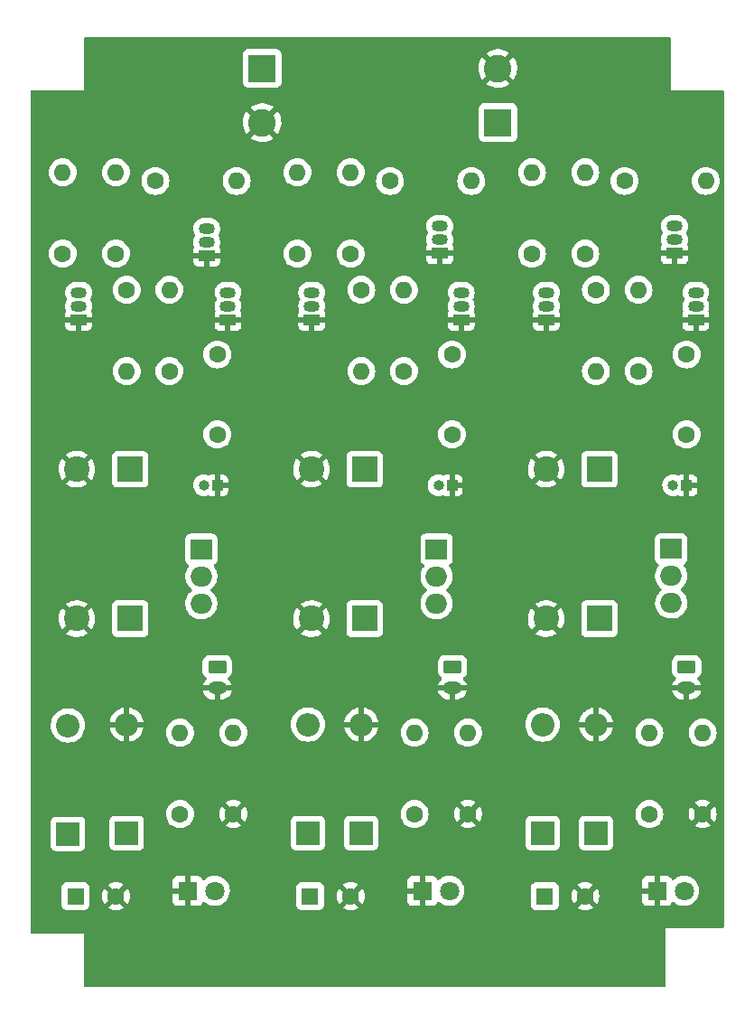
<source format=gbr>
%TF.GenerationSoftware,KiCad,Pcbnew,(6.0.1)*%
%TF.CreationDate,2023-11-16T23:02:11-08:00*%
%TF.ProjectId,CuGlock,4375476c-6f63-46b2-9e6b-696361645f70,1.0*%
%TF.SameCoordinates,Original*%
%TF.FileFunction,Copper,L2,Bot*%
%TF.FilePolarity,Positive*%
%FSLAX46Y46*%
G04 Gerber Fmt 4.6, Leading zero omitted, Abs format (unit mm)*
G04 Created by KiCad (PCBNEW (6.0.1)) date 2023-11-16 23:02:11*
%MOMM*%
%LPD*%
G01*
G04 APERTURE LIST*
G04 Aperture macros list*
%AMRoundRect*
0 Rectangle with rounded corners*
0 $1 Rounding radius*
0 $2 $3 $4 $5 $6 $7 $8 $9 X,Y pos of 4 corners*
0 Add a 4 corners polygon primitive as box body*
4,1,4,$2,$3,$4,$5,$6,$7,$8,$9,$2,$3,0*
0 Add four circle primitives for the rounded corners*
1,1,$1+$1,$2,$3*
1,1,$1+$1,$4,$5*
1,1,$1+$1,$6,$7*
1,1,$1+$1,$8,$9*
0 Add four rect primitives between the rounded corners*
20,1,$1+$1,$2,$3,$4,$5,0*
20,1,$1+$1,$4,$5,$6,$7,0*
20,1,$1+$1,$6,$7,$8,$9,0*
20,1,$1+$1,$8,$9,$2,$3,0*%
G04 Aperture macros list end*
%TA.AperFunction,ComponentPad*%
%ADD10R,1.500000X1.050000*%
%TD*%
%TA.AperFunction,ComponentPad*%
%ADD11O,1.500000X1.050000*%
%TD*%
%TA.AperFunction,ComponentPad*%
%ADD12R,1.000000X1.000000*%
%TD*%
%TA.AperFunction,ComponentPad*%
%ADD13O,1.000000X1.000000*%
%TD*%
%TA.AperFunction,ComponentPad*%
%ADD14C,1.600000*%
%TD*%
%TA.AperFunction,ComponentPad*%
%ADD15O,1.600000X1.600000*%
%TD*%
%TA.AperFunction,ComponentPad*%
%ADD16R,2.000000X1.905000*%
%TD*%
%TA.AperFunction,ComponentPad*%
%ADD17O,2.000000X1.905000*%
%TD*%
%TA.AperFunction,ComponentPad*%
%ADD18R,2.600000X2.600000*%
%TD*%
%TA.AperFunction,ComponentPad*%
%ADD19C,2.600000*%
%TD*%
%TA.AperFunction,ComponentPad*%
%ADD20RoundRect,0.250000X-0.625000X0.350000X-0.625000X-0.350000X0.625000X-0.350000X0.625000X0.350000X0*%
%TD*%
%TA.AperFunction,ComponentPad*%
%ADD21O,1.750000X1.200000*%
%TD*%
%TA.AperFunction,ComponentPad*%
%ADD22R,2.200000X2.200000*%
%TD*%
%TA.AperFunction,ComponentPad*%
%ADD23O,2.200000X2.200000*%
%TD*%
%TA.AperFunction,ComponentPad*%
%ADD24R,1.800000X1.800000*%
%TD*%
%TA.AperFunction,ComponentPad*%
%ADD25C,1.800000*%
%TD*%
%TA.AperFunction,ComponentPad*%
%ADD26R,1.600000X1.600000*%
%TD*%
%TA.AperFunction,ComponentPad*%
%ADD27R,2.400000X2.400000*%
%TD*%
%TA.AperFunction,ComponentPad*%
%ADD28C,2.400000*%
%TD*%
G04 APERTURE END LIST*
D10*
%TO.P,Q8,1,E*%
%TO.N,GND*%
X153860000Y-79000000D03*
D11*
%TO.P,Q8,2,B*%
%TO.N,Net-(Q8-Pad2)*%
X153860000Y-77730000D03*
%TO.P,Q8,3,C*%
%TO.N,Net-(C7-Pad1)*%
X153860000Y-76460000D03*
%TD*%
D12*
%TO.P,J5,1,Pin_1*%
%TO.N,GND*%
X175000000Y-94500000D03*
D13*
%TO.P,J5,2,Pin_2*%
%TO.N,Net-(R18-Pad1)*%
X173730000Y-94500000D03*
%TD*%
D12*
%TO.P,J3,1,Pin_1*%
%TO.N,GND*%
X153000000Y-94500000D03*
D13*
%TO.P,J3,2,Pin_2*%
%TO.N,Net-(R11-Pad1)*%
X151730000Y-94500000D03*
%TD*%
D12*
%TO.P,J1,1,Pin_1*%
%TO.N,GND*%
X131000000Y-94500000D03*
D13*
%TO.P,J1,2,Pin_2*%
%TO.N,Net-(R4-Pad1)*%
X129730000Y-94500000D03*
%TD*%
D14*
%TO.P,R21,1*%
%TO.N,Net-(Q12-Pad2)*%
X166500000Y-76190000D03*
D15*
%TO.P,R21,2*%
%TO.N,Net-(Q11-Pad3)*%
X166500000Y-83810000D03*
%TD*%
D14*
%TO.P,R20,1*%
%TO.N,GND*%
X176500000Y-125310000D03*
D15*
%TO.P,R20,2*%
%TO.N,Net-(D7-Pad2)*%
X176500000Y-117690000D03*
%TD*%
D14*
%TO.P,R19,1*%
%TO.N,Net-(D8-Pad2)*%
X171500000Y-125310000D03*
D15*
%TO.P,R19,2*%
%TO.N,Net-(C12-Pad1)*%
X171500000Y-117690000D03*
%TD*%
D14*
%TO.P,R18,1*%
%TO.N,Net-(R18-Pad1)*%
X170500000Y-83810000D03*
D15*
%TO.P,R18,2*%
%TO.N,Net-(Q10-Pad2)*%
X170500000Y-76190000D03*
%TD*%
D14*
%TO.P,R17,1*%
%TO.N,Net-(Q11-Pad3)*%
X169190000Y-66000000D03*
D15*
%TO.P,R17,2*%
%TO.N,/15V*%
X176810000Y-66000000D03*
%TD*%
D14*
%TO.P,R16,1*%
%TO.N,Net-(C11-Pad2)*%
X165500000Y-72810000D03*
D15*
%TO.P,R16,2*%
%TO.N,/15V*%
X165500000Y-65190000D03*
%TD*%
D14*
%TO.P,R15,1*%
%TO.N,Net-(C11-Pad1)*%
X160500000Y-72810000D03*
D15*
%TO.P,R15,2*%
%TO.N,/15V*%
X160500000Y-65190000D03*
%TD*%
D14*
%TO.P,R14,1*%
%TO.N,Net-(Q8-Pad2)*%
X144500000Y-76190000D03*
D15*
%TO.P,R14,2*%
%TO.N,Net-(Q5-Pad1)*%
X144500000Y-83810000D03*
%TD*%
D14*
%TO.P,R13,1*%
%TO.N,GND*%
X154500000Y-125310000D03*
D15*
%TO.P,R13,2*%
%TO.N,Net-(D4-Pad2)*%
X154500000Y-117690000D03*
%TD*%
D14*
%TO.P,R12,1*%
%TO.N,Net-(D5-Pad2)*%
X149500000Y-125310000D03*
D15*
%TO.P,R12,2*%
%TO.N,Net-(C8-Pad1)*%
X149500000Y-117690000D03*
%TD*%
D14*
%TO.P,R11,1*%
%TO.N,Net-(R11-Pad1)*%
X148500000Y-83810000D03*
D15*
%TO.P,R11,2*%
%TO.N,Net-(Q6-Pad2)*%
X148500000Y-76190000D03*
%TD*%
D14*
%TO.P,R10,1*%
%TO.N,Net-(Q5-Pad1)*%
X147190000Y-66000000D03*
D15*
%TO.P,R10,2*%
%TO.N,/15V*%
X154810000Y-66000000D03*
%TD*%
D14*
%TO.P,R9,1*%
%TO.N,Net-(C7-Pad2)*%
X143500000Y-72810000D03*
D15*
%TO.P,R9,2*%
%TO.N,/15V*%
X143500000Y-65190000D03*
%TD*%
D14*
%TO.P,R8,1*%
%TO.N,Net-(C7-Pad1)*%
X138500000Y-72810000D03*
D15*
%TO.P,R8,2*%
%TO.N,/15V*%
X138500000Y-65190000D03*
%TD*%
D14*
%TO.P,R7,1*%
%TO.N,Net-(Q4-Pad2)*%
X122500000Y-76190000D03*
D15*
%TO.P,R7,2*%
%TO.N,Net-(Q1-Pad1)*%
X122500000Y-83810000D03*
%TD*%
D14*
%TO.P,R6,1*%
%TO.N,GND*%
X132500000Y-125310000D03*
D15*
%TO.P,R6,2*%
%TO.N,Net-(D1-Pad2)*%
X132500000Y-117690000D03*
%TD*%
D14*
%TO.P,R5,1*%
%TO.N,Net-(D2-Pad2)*%
X127500000Y-125310000D03*
D15*
%TO.P,R5,2*%
%TO.N,Net-(C4-Pad1)*%
X127500000Y-117690000D03*
%TD*%
D14*
%TO.P,R4,1*%
%TO.N,Net-(R4-Pad1)*%
X126500000Y-83810000D03*
D15*
%TO.P,R4,2*%
%TO.N,Net-(Q2-Pad2)*%
X126500000Y-76190000D03*
%TD*%
D14*
%TO.P,R3,1*%
%TO.N,Net-(Q1-Pad1)*%
X125190000Y-66000000D03*
D15*
%TO.P,R3,2*%
%TO.N,/15V*%
X132810000Y-66000000D03*
%TD*%
D14*
%TO.P,R2,1*%
%TO.N,Net-(C3-Pad2)*%
X121500000Y-72810000D03*
D15*
%TO.P,R2,2*%
%TO.N,/15V*%
X121500000Y-65190000D03*
%TD*%
D14*
%TO.P,R1,1*%
%TO.N,Net-(C3-Pad1)*%
X116500000Y-72810000D03*
D15*
%TO.P,R1,2*%
%TO.N,/15V*%
X116500000Y-65190000D03*
%TD*%
D10*
%TO.P,Q12,1,E*%
%TO.N,GND*%
X175860000Y-79000000D03*
D11*
%TO.P,Q12,2,B*%
%TO.N,Net-(Q12-Pad2)*%
X175860000Y-77730000D03*
%TO.P,Q12,3,C*%
%TO.N,Net-(C11-Pad1)*%
X175860000Y-76460000D03*
%TD*%
D10*
%TO.P,Q11,1,E*%
%TO.N,GND*%
X173860000Y-72770000D03*
D11*
%TO.P,Q11,2,B*%
%TO.N,Net-(C11-Pad2)*%
X173860000Y-71500000D03*
%TO.P,Q11,3,C*%
%TO.N,Net-(Q11-Pad3)*%
X173860000Y-70230000D03*
%TD*%
D10*
%TO.P,Q10,1,E*%
%TO.N,GND*%
X161860000Y-79000000D03*
D11*
%TO.P,Q10,2,B*%
%TO.N,Net-(Q10-Pad2)*%
X161860000Y-77730000D03*
%TO.P,Q10,3,C*%
%TO.N,Net-(C11-Pad1)*%
X161860000Y-76460000D03*
%TD*%
D16*
%TO.P,Q9,1,G*%
%TO.N,Net-(Q11-Pad3)*%
X173555000Y-100460000D03*
D17*
%TO.P,Q9,2,D*%
%TO.N,/15V*%
X173555000Y-103000000D03*
%TO.P,Q9,3,S*%
%TO.N,Net-(D7-Pad2)*%
X173555000Y-105540000D03*
%TD*%
D10*
%TO.P,Q7,1,E*%
%TO.N,GND*%
X151860000Y-72770000D03*
D11*
%TO.P,Q7,2,B*%
%TO.N,Net-(C7-Pad2)*%
X151860000Y-71500000D03*
%TO.P,Q7,3,C*%
%TO.N,Net-(Q5-Pad1)*%
X151860000Y-70230000D03*
%TD*%
D10*
%TO.P,Q6,1,E*%
%TO.N,GND*%
X139860000Y-79000000D03*
D11*
%TO.P,Q6,2,B*%
%TO.N,Net-(Q6-Pad2)*%
X139860000Y-77730000D03*
%TO.P,Q6,3,C*%
%TO.N,Net-(C7-Pad1)*%
X139860000Y-76460000D03*
%TD*%
D16*
%TO.P,Q5,1,G*%
%TO.N,Net-(Q5-Pad1)*%
X151555000Y-100500000D03*
D17*
%TO.P,Q5,2,D*%
%TO.N,/15V*%
X151555000Y-103040000D03*
%TO.P,Q5,3,S*%
%TO.N,Net-(D4-Pad2)*%
X151555000Y-105580000D03*
%TD*%
D10*
%TO.P,Q4,1,E*%
%TO.N,GND*%
X132000000Y-79000000D03*
D11*
%TO.P,Q4,2,B*%
%TO.N,Net-(Q4-Pad2)*%
X132000000Y-77730000D03*
%TO.P,Q4,3,C*%
%TO.N,Net-(C3-Pad1)*%
X132000000Y-76460000D03*
%TD*%
D10*
%TO.P,Q3,1,E*%
%TO.N,GND*%
X130000000Y-73000000D03*
D11*
%TO.P,Q3,2,B*%
%TO.N,Net-(C3-Pad2)*%
X130000000Y-71730000D03*
%TO.P,Q3,3,C*%
%TO.N,Net-(Q1-Pad1)*%
X130000000Y-70460000D03*
%TD*%
%TO.P,Q2,3,C*%
%TO.N,Net-(C3-Pad1)*%
X118000000Y-76460000D03*
%TO.P,Q2,2,B*%
%TO.N,Net-(Q2-Pad2)*%
X118000000Y-77730000D03*
D10*
%TO.P,Q2,1,E*%
%TO.N,GND*%
X118000000Y-79000000D03*
%TD*%
D16*
%TO.P,Q1,1,G*%
%TO.N,Net-(Q1-Pad1)*%
X129500000Y-100500000D03*
D17*
%TO.P,Q1,2,D*%
%TO.N,/15V*%
X129500000Y-103040000D03*
%TO.P,Q1,3,S*%
%TO.N,Net-(D1-Pad2)*%
X129500000Y-105580000D03*
%TD*%
D18*
%TO.P,J8,1,Pin_1*%
%TO.N,/15V*%
X157305000Y-60545000D03*
D19*
%TO.P,J8,2,Pin_2*%
%TO.N,GND*%
X157305000Y-55465000D03*
%TD*%
D18*
%TO.P,J7,1,Pin_1*%
%TO.N,/15V*%
X135195000Y-55455000D03*
D19*
%TO.P,J7,2,Pin_2*%
%TO.N,GND*%
X135195000Y-60535000D03*
%TD*%
D20*
%TO.P,J6,1,Pin_1*%
%TO.N,Net-(D7-Pad2)*%
X175000000Y-111500000D03*
D21*
%TO.P,J6,2,Pin_2*%
%TO.N,GND*%
X175000000Y-113500000D03*
%TD*%
D20*
%TO.P,J4,1,Pin_1*%
%TO.N,Net-(D4-Pad2)*%
X153050000Y-111500000D03*
D21*
%TO.P,J4,2,Pin_2*%
%TO.N,GND*%
X153050000Y-113500000D03*
%TD*%
%TO.P,J2,2,Pin_2*%
%TO.N,GND*%
X131000000Y-113500000D03*
D20*
%TO.P,J2,1,Pin_1*%
%TO.N,Net-(D1-Pad2)*%
X131000000Y-111500000D03*
%TD*%
D22*
%TO.P,D9,1,K*%
%TO.N,Net-(D7-Pad2)*%
X166500000Y-127080000D03*
D23*
%TO.P,D9,2,A*%
%TO.N,GND*%
X166500000Y-116920000D03*
%TD*%
D24*
%TO.P,D8,1,K*%
%TO.N,GND*%
X172225000Y-132500000D03*
D25*
%TO.P,D8,2,A*%
%TO.N,Net-(D8-Pad2)*%
X174765000Y-132500000D03*
%TD*%
D22*
%TO.P,D7,1,K*%
%TO.N,Net-(C12-Pad1)*%
X161500000Y-127080000D03*
D23*
%TO.P,D7,2,A*%
%TO.N,Net-(D7-Pad2)*%
X161500000Y-116920000D03*
%TD*%
D22*
%TO.P,D6,1,K*%
%TO.N,Net-(D4-Pad2)*%
X144500000Y-127080000D03*
D23*
%TO.P,D6,2,A*%
%TO.N,GND*%
X144500000Y-116920000D03*
%TD*%
D24*
%TO.P,D5,1,K*%
%TO.N,GND*%
X150225000Y-132500000D03*
D25*
%TO.P,D5,2,A*%
%TO.N,Net-(D5-Pad2)*%
X152765000Y-132500000D03*
%TD*%
D22*
%TO.P,D4,1,K*%
%TO.N,Net-(C8-Pad1)*%
X139500000Y-127080000D03*
D23*
%TO.P,D4,2,A*%
%TO.N,Net-(D4-Pad2)*%
X139500000Y-116920000D03*
%TD*%
D22*
%TO.P,D3,1,K*%
%TO.N,Net-(D1-Pad2)*%
X122500000Y-127080000D03*
D23*
%TO.P,D3,2,A*%
%TO.N,GND*%
X122500000Y-116920000D03*
%TD*%
D24*
%TO.P,D2,1,K*%
%TO.N,GND*%
X128225000Y-132500000D03*
D25*
%TO.P,D2,2,A*%
%TO.N,Net-(D2-Pad2)*%
X130765000Y-132500000D03*
%TD*%
D22*
%TO.P,D1,1,K*%
%TO.N,Net-(C4-Pad1)*%
X117000000Y-127160000D03*
D23*
%TO.P,D1,2,A*%
%TO.N,Net-(D1-Pad2)*%
X117000000Y-117000000D03*
%TD*%
D26*
%TO.P,C12,1*%
%TO.N,Net-(C12-Pad1)*%
X161697349Y-133000000D03*
D14*
%TO.P,C12,2*%
%TO.N,GND*%
X165497349Y-133000000D03*
%TD*%
%TO.P,C11,1*%
%TO.N,Net-(C11-Pad1)*%
X175000000Y-89750000D03*
%TO.P,C11,2*%
%TO.N,Net-(C11-Pad2)*%
X175000000Y-82250000D03*
%TD*%
D27*
%TO.P,C10,1*%
%TO.N,/15V*%
X166823959Y-107000000D03*
D28*
%TO.P,C10,2*%
%TO.N,GND*%
X161823959Y-107000000D03*
%TD*%
D27*
%TO.P,C9,1*%
%TO.N,/15V*%
X166823959Y-93000000D03*
D28*
%TO.P,C9,2*%
%TO.N,GND*%
X161823959Y-93000000D03*
%TD*%
D26*
%TO.P,C8,1*%
%TO.N,Net-(C8-Pad1)*%
X139697349Y-133000000D03*
D14*
%TO.P,C8,2*%
%TO.N,GND*%
X143497349Y-133000000D03*
%TD*%
%TO.P,C7,1*%
%TO.N,Net-(C7-Pad1)*%
X153000000Y-89750000D03*
%TO.P,C7,2*%
%TO.N,Net-(C7-Pad2)*%
X153000000Y-82250000D03*
%TD*%
D27*
%TO.P,C6,1*%
%TO.N,/15V*%
X144823959Y-107000000D03*
D28*
%TO.P,C6,2*%
%TO.N,GND*%
X139823959Y-107000000D03*
%TD*%
D27*
%TO.P,C5,1*%
%TO.N,/15V*%
X144823959Y-93000000D03*
D28*
%TO.P,C5,2*%
%TO.N,GND*%
X139823959Y-93000000D03*
%TD*%
D26*
%TO.P,C4,1*%
%TO.N,Net-(C4-Pad1)*%
X117697349Y-133000000D03*
D14*
%TO.P,C4,2*%
%TO.N,GND*%
X121497349Y-133000000D03*
%TD*%
%TO.P,C3,2*%
%TO.N,Net-(C3-Pad2)*%
X131000000Y-82250000D03*
%TO.P,C3,1*%
%TO.N,Net-(C3-Pad1)*%
X131000000Y-89750000D03*
%TD*%
D27*
%TO.P,C2,1*%
%TO.N,/15V*%
X122823959Y-107000000D03*
D28*
%TO.P,C2,2*%
%TO.N,GND*%
X117823959Y-107000000D03*
%TD*%
D27*
%TO.P,C1,1*%
%TO.N,/15V*%
X122823959Y-93000000D03*
D28*
%TO.P,C1,2*%
%TO.N,GND*%
X117823959Y-93000000D03*
%TD*%
%TA.AperFunction,Conductor*%
%TO.N,GND*%
G36*
X173442121Y-52528002D02*
G01*
X173488614Y-52581658D01*
X173500000Y-52634000D01*
X173500000Y-57500000D01*
X178366000Y-57500000D01*
X178434121Y-57520002D01*
X178480614Y-57573658D01*
X178492000Y-57626000D01*
X178492000Y-135874000D01*
X178471998Y-135942121D01*
X178418342Y-135988614D01*
X178366000Y-136000000D01*
X173000000Y-136000000D01*
X172999995Y-136451039D01*
X172999938Y-141366001D01*
X172979935Y-141434122D01*
X172926279Y-141480614D01*
X172873938Y-141492000D01*
X118625150Y-141492000D01*
X118557029Y-141471998D01*
X118510536Y-141418342D01*
X118499152Y-141366740D01*
X118481347Y-138333656D01*
X118470596Y-136502294D01*
X118457094Y-136502355D01*
X115432256Y-136516043D01*
X113634570Y-136524178D01*
X113566360Y-136504484D01*
X113519624Y-136451039D01*
X113508000Y-136398179D01*
X113508000Y-133848134D01*
X116388849Y-133848134D01*
X116395604Y-133910316D01*
X116446734Y-134046705D01*
X116534088Y-134163261D01*
X116650644Y-134250615D01*
X116787033Y-134301745D01*
X116849215Y-134308500D01*
X118545483Y-134308500D01*
X118607665Y-134301745D01*
X118744054Y-134250615D01*
X118860610Y-134163261D01*
X118918468Y-134086062D01*
X120775842Y-134086062D01*
X120785138Y-134098077D01*
X120836343Y-134133931D01*
X120845838Y-134139414D01*
X121043296Y-134231490D01*
X121053588Y-134235236D01*
X121264037Y-134291625D01*
X121274830Y-134293528D01*
X121491874Y-134312517D01*
X121502824Y-134312517D01*
X121719868Y-134293528D01*
X121730661Y-134291625D01*
X121941110Y-134235236D01*
X121951402Y-134231490D01*
X122148860Y-134139414D01*
X122158355Y-134133931D01*
X122210397Y-134097491D01*
X122218773Y-134087012D01*
X122211705Y-134073566D01*
X121510161Y-133372022D01*
X121496217Y-133364408D01*
X121494384Y-133364539D01*
X121487769Y-133368790D01*
X120782272Y-134074287D01*
X120775842Y-134086062D01*
X118918468Y-134086062D01*
X118947964Y-134046705D01*
X118999094Y-133910316D01*
X119005849Y-133848134D01*
X119005849Y-133005475D01*
X120184832Y-133005475D01*
X120203821Y-133222519D01*
X120205724Y-133233312D01*
X120262113Y-133443761D01*
X120265859Y-133454053D01*
X120357935Y-133651511D01*
X120363418Y-133661006D01*
X120399858Y-133713048D01*
X120410337Y-133721424D01*
X120423783Y-133714356D01*
X121125327Y-133012812D01*
X121131705Y-133001132D01*
X121861757Y-133001132D01*
X121861888Y-133002965D01*
X121866139Y-133009580D01*
X122571636Y-133715077D01*
X122583411Y-133721507D01*
X122595426Y-133712211D01*
X122631280Y-133661006D01*
X122636763Y-133651511D01*
X122728839Y-133454053D01*
X122732255Y-133444669D01*
X126817001Y-133444669D01*
X126817371Y-133451490D01*
X126822895Y-133502352D01*
X126826521Y-133517604D01*
X126871676Y-133638054D01*
X126880214Y-133653649D01*
X126956715Y-133755724D01*
X126969276Y-133768285D01*
X127071351Y-133844786D01*
X127086946Y-133853324D01*
X127207394Y-133898478D01*
X127222649Y-133902105D01*
X127273514Y-133907631D01*
X127280328Y-133908000D01*
X127952885Y-133908000D01*
X127968124Y-133903525D01*
X127969329Y-133902135D01*
X127971000Y-133894452D01*
X127971000Y-133889884D01*
X128479000Y-133889884D01*
X128483475Y-133905123D01*
X128484865Y-133906328D01*
X128492548Y-133907999D01*
X129169669Y-133907999D01*
X129176490Y-133907629D01*
X129227352Y-133902105D01*
X129242604Y-133898479D01*
X129363054Y-133853324D01*
X129378649Y-133844786D01*
X129480724Y-133768285D01*
X129493285Y-133755724D01*
X129569786Y-133653649D01*
X129578324Y-133638054D01*
X129599773Y-133580840D01*
X129642415Y-133524075D01*
X129708977Y-133499376D01*
X129778325Y-133514584D01*
X129798240Y-133528126D01*
X129954349Y-133657730D01*
X130154322Y-133774584D01*
X130370694Y-133857209D01*
X130375760Y-133858240D01*
X130375761Y-133858240D01*
X130428846Y-133869040D01*
X130597656Y-133903385D01*
X130728324Y-133908176D01*
X130823949Y-133911683D01*
X130823953Y-133911683D01*
X130829113Y-133911872D01*
X130834233Y-133911216D01*
X130834235Y-133911216D01*
X130933668Y-133898478D01*
X131058847Y-133882442D01*
X131063795Y-133880957D01*
X131063802Y-133880956D01*
X131173203Y-133848134D01*
X138388849Y-133848134D01*
X138395604Y-133910316D01*
X138446734Y-134046705D01*
X138534088Y-134163261D01*
X138650644Y-134250615D01*
X138787033Y-134301745D01*
X138849215Y-134308500D01*
X140545483Y-134308500D01*
X140607665Y-134301745D01*
X140744054Y-134250615D01*
X140860610Y-134163261D01*
X140918468Y-134086062D01*
X142775842Y-134086062D01*
X142785138Y-134098077D01*
X142836343Y-134133931D01*
X142845838Y-134139414D01*
X143043296Y-134231490D01*
X143053588Y-134235236D01*
X143264037Y-134291625D01*
X143274830Y-134293528D01*
X143491874Y-134312517D01*
X143502824Y-134312517D01*
X143719868Y-134293528D01*
X143730661Y-134291625D01*
X143941110Y-134235236D01*
X143951402Y-134231490D01*
X144148860Y-134139414D01*
X144158355Y-134133931D01*
X144210397Y-134097491D01*
X144218773Y-134087012D01*
X144211705Y-134073566D01*
X143510161Y-133372022D01*
X143496217Y-133364408D01*
X143494384Y-133364539D01*
X143487769Y-133368790D01*
X142782272Y-134074287D01*
X142775842Y-134086062D01*
X140918468Y-134086062D01*
X140947964Y-134046705D01*
X140999094Y-133910316D01*
X141005849Y-133848134D01*
X141005849Y-133005475D01*
X142184832Y-133005475D01*
X142203821Y-133222519D01*
X142205724Y-133233312D01*
X142262113Y-133443761D01*
X142265859Y-133454053D01*
X142357935Y-133651511D01*
X142363418Y-133661006D01*
X142399858Y-133713048D01*
X142410337Y-133721424D01*
X142423783Y-133714356D01*
X143125327Y-133012812D01*
X143131705Y-133001132D01*
X143861757Y-133001132D01*
X143861888Y-133002965D01*
X143866139Y-133009580D01*
X144571636Y-133715077D01*
X144583411Y-133721507D01*
X144595426Y-133712211D01*
X144631280Y-133661006D01*
X144636763Y-133651511D01*
X144728839Y-133454053D01*
X144732255Y-133444669D01*
X148817001Y-133444669D01*
X148817371Y-133451490D01*
X148822895Y-133502352D01*
X148826521Y-133517604D01*
X148871676Y-133638054D01*
X148880214Y-133653649D01*
X148956715Y-133755724D01*
X148969276Y-133768285D01*
X149071351Y-133844786D01*
X149086946Y-133853324D01*
X149207394Y-133898478D01*
X149222649Y-133902105D01*
X149273514Y-133907631D01*
X149280328Y-133908000D01*
X149952885Y-133908000D01*
X149968124Y-133903525D01*
X149969329Y-133902135D01*
X149971000Y-133894452D01*
X149971000Y-133889884D01*
X150479000Y-133889884D01*
X150483475Y-133905123D01*
X150484865Y-133906328D01*
X150492548Y-133907999D01*
X151169669Y-133907999D01*
X151176490Y-133907629D01*
X151227352Y-133902105D01*
X151242604Y-133898479D01*
X151363054Y-133853324D01*
X151378649Y-133844786D01*
X151480724Y-133768285D01*
X151493285Y-133755724D01*
X151569786Y-133653649D01*
X151578324Y-133638054D01*
X151599773Y-133580840D01*
X151642415Y-133524075D01*
X151708977Y-133499376D01*
X151778325Y-133514584D01*
X151798240Y-133528126D01*
X151954349Y-133657730D01*
X152154322Y-133774584D01*
X152370694Y-133857209D01*
X152375760Y-133858240D01*
X152375761Y-133858240D01*
X152428846Y-133869040D01*
X152597656Y-133903385D01*
X152728324Y-133908176D01*
X152823949Y-133911683D01*
X152823953Y-133911683D01*
X152829113Y-133911872D01*
X152834233Y-133911216D01*
X152834235Y-133911216D01*
X152933668Y-133898478D01*
X153058847Y-133882442D01*
X153063795Y-133880957D01*
X153063802Y-133880956D01*
X153173203Y-133848134D01*
X160388849Y-133848134D01*
X160395604Y-133910316D01*
X160446734Y-134046705D01*
X160534088Y-134163261D01*
X160650644Y-134250615D01*
X160787033Y-134301745D01*
X160849215Y-134308500D01*
X162545483Y-134308500D01*
X162607665Y-134301745D01*
X162744054Y-134250615D01*
X162860610Y-134163261D01*
X162918468Y-134086062D01*
X164775842Y-134086062D01*
X164785138Y-134098077D01*
X164836343Y-134133931D01*
X164845838Y-134139414D01*
X165043296Y-134231490D01*
X165053588Y-134235236D01*
X165264037Y-134291625D01*
X165274830Y-134293528D01*
X165491874Y-134312517D01*
X165502824Y-134312517D01*
X165719868Y-134293528D01*
X165730661Y-134291625D01*
X165941110Y-134235236D01*
X165951402Y-134231490D01*
X166148860Y-134139414D01*
X166158355Y-134133931D01*
X166210397Y-134097491D01*
X166218773Y-134087012D01*
X166211705Y-134073566D01*
X165510161Y-133372022D01*
X165496217Y-133364408D01*
X165494384Y-133364539D01*
X165487769Y-133368790D01*
X164782272Y-134074287D01*
X164775842Y-134086062D01*
X162918468Y-134086062D01*
X162947964Y-134046705D01*
X162999094Y-133910316D01*
X163005849Y-133848134D01*
X163005849Y-133005475D01*
X164184832Y-133005475D01*
X164203821Y-133222519D01*
X164205724Y-133233312D01*
X164262113Y-133443761D01*
X164265859Y-133454053D01*
X164357935Y-133651511D01*
X164363418Y-133661006D01*
X164399858Y-133713048D01*
X164410337Y-133721424D01*
X164423783Y-133714356D01*
X165125327Y-133012812D01*
X165131705Y-133001132D01*
X165861757Y-133001132D01*
X165861888Y-133002965D01*
X165866139Y-133009580D01*
X166571636Y-133715077D01*
X166583411Y-133721507D01*
X166595426Y-133712211D01*
X166631280Y-133661006D01*
X166636763Y-133651511D01*
X166728839Y-133454053D01*
X166732255Y-133444669D01*
X170817001Y-133444669D01*
X170817371Y-133451490D01*
X170822895Y-133502352D01*
X170826521Y-133517604D01*
X170871676Y-133638054D01*
X170880214Y-133653649D01*
X170956715Y-133755724D01*
X170969276Y-133768285D01*
X171071351Y-133844786D01*
X171086946Y-133853324D01*
X171207394Y-133898478D01*
X171222649Y-133902105D01*
X171273514Y-133907631D01*
X171280328Y-133908000D01*
X171952885Y-133908000D01*
X171968124Y-133903525D01*
X171969329Y-133902135D01*
X171971000Y-133894452D01*
X171971000Y-133889884D01*
X172479000Y-133889884D01*
X172483475Y-133905123D01*
X172484865Y-133906328D01*
X172492548Y-133907999D01*
X173169669Y-133907999D01*
X173176490Y-133907629D01*
X173227352Y-133902105D01*
X173242604Y-133898479D01*
X173363054Y-133853324D01*
X173378649Y-133844786D01*
X173480724Y-133768285D01*
X173493285Y-133755724D01*
X173569786Y-133653649D01*
X173578324Y-133638054D01*
X173599773Y-133580840D01*
X173642415Y-133524075D01*
X173708977Y-133499376D01*
X173778325Y-133514584D01*
X173798240Y-133528126D01*
X173954349Y-133657730D01*
X174154322Y-133774584D01*
X174370694Y-133857209D01*
X174375760Y-133858240D01*
X174375761Y-133858240D01*
X174428846Y-133869040D01*
X174597656Y-133903385D01*
X174728324Y-133908176D01*
X174823949Y-133911683D01*
X174823953Y-133911683D01*
X174829113Y-133911872D01*
X174834233Y-133911216D01*
X174834235Y-133911216D01*
X174933668Y-133898478D01*
X175058847Y-133882442D01*
X175063795Y-133880957D01*
X175063802Y-133880956D01*
X175275747Y-133817369D01*
X175280690Y-133815886D01*
X175361236Y-133776427D01*
X175484049Y-133716262D01*
X175484052Y-133716260D01*
X175488684Y-133713991D01*
X175677243Y-133579494D01*
X175841303Y-133416005D01*
X175976458Y-133227917D01*
X176079078Y-133020280D01*
X176146408Y-132798671D01*
X176176640Y-132569041D01*
X176178327Y-132500000D01*
X176172032Y-132423434D01*
X176159773Y-132274318D01*
X176159772Y-132274312D01*
X176159349Y-132269167D01*
X176129032Y-132148469D01*
X176104184Y-132049544D01*
X176104183Y-132049540D01*
X176102925Y-132044533D01*
X176088771Y-132011981D01*
X176012630Y-131836868D01*
X176012628Y-131836865D01*
X176010570Y-131832131D01*
X175884764Y-131637665D01*
X175728887Y-131466358D01*
X175724836Y-131463159D01*
X175724832Y-131463155D01*
X175551177Y-131326011D01*
X175551172Y-131326008D01*
X175547123Y-131322810D01*
X175542607Y-131320317D01*
X175542604Y-131320315D01*
X175348879Y-131213373D01*
X175348875Y-131213371D01*
X175344355Y-131210876D01*
X175339486Y-131209152D01*
X175339482Y-131209150D01*
X175130903Y-131135288D01*
X175130899Y-131135287D01*
X175126028Y-131133562D01*
X175120935Y-131132655D01*
X175120932Y-131132654D01*
X174903095Y-131093851D01*
X174903089Y-131093850D01*
X174898006Y-131092945D01*
X174820644Y-131092000D01*
X174671581Y-131090179D01*
X174671579Y-131090179D01*
X174666411Y-131090116D01*
X174437464Y-131125150D01*
X174217314Y-131197106D01*
X174212726Y-131199494D01*
X174212722Y-131199496D01*
X174016461Y-131301663D01*
X174011872Y-131304052D01*
X174007739Y-131307155D01*
X174007736Y-131307157D01*
X173830790Y-131440012D01*
X173826655Y-131443117D01*
X173823083Y-131446855D01*
X173808787Y-131461815D01*
X173747263Y-131497245D01*
X173676351Y-131493788D01*
X173618564Y-131452543D01*
X173599711Y-131418994D01*
X173578324Y-131361946D01*
X173569786Y-131346351D01*
X173493285Y-131244276D01*
X173480724Y-131231715D01*
X173378649Y-131155214D01*
X173363054Y-131146676D01*
X173242606Y-131101522D01*
X173227351Y-131097895D01*
X173176486Y-131092369D01*
X173169672Y-131092000D01*
X172497115Y-131092000D01*
X172481876Y-131096475D01*
X172480671Y-131097865D01*
X172479000Y-131105548D01*
X172479000Y-133889884D01*
X171971000Y-133889884D01*
X171971000Y-132772115D01*
X171966525Y-132756876D01*
X171965135Y-132755671D01*
X171957452Y-132754000D01*
X170835116Y-132754000D01*
X170819877Y-132758475D01*
X170818672Y-132759865D01*
X170817001Y-132767548D01*
X170817001Y-133444669D01*
X166732255Y-133444669D01*
X166732585Y-133443761D01*
X166788974Y-133233312D01*
X166790877Y-133222519D01*
X166809866Y-133005475D01*
X166809866Y-132994525D01*
X166790877Y-132777481D01*
X166788974Y-132766688D01*
X166732585Y-132556239D01*
X166728839Y-132545947D01*
X166636763Y-132348489D01*
X166631280Y-132338994D01*
X166594840Y-132286952D01*
X166584361Y-132278576D01*
X166570915Y-132285644D01*
X165869371Y-132987188D01*
X165861757Y-133001132D01*
X165131705Y-133001132D01*
X165132941Y-132998868D01*
X165132810Y-132997035D01*
X165128559Y-132990420D01*
X164423062Y-132284923D01*
X164411287Y-132278493D01*
X164399272Y-132287789D01*
X164363418Y-132338994D01*
X164357935Y-132348489D01*
X164265859Y-132545947D01*
X164262113Y-132556239D01*
X164205724Y-132766688D01*
X164203821Y-132777481D01*
X164184832Y-132994525D01*
X164184832Y-133005475D01*
X163005849Y-133005475D01*
X163005849Y-132151866D01*
X162999094Y-132089684D01*
X162947964Y-131953295D01*
X162917756Y-131912988D01*
X164775925Y-131912988D01*
X164782993Y-131926434D01*
X165484537Y-132627978D01*
X165498481Y-132635592D01*
X165500314Y-132635461D01*
X165506929Y-132631210D01*
X165910254Y-132227885D01*
X170817000Y-132227885D01*
X170821475Y-132243124D01*
X170822865Y-132244329D01*
X170830548Y-132246000D01*
X171952885Y-132246000D01*
X171968124Y-132241525D01*
X171969329Y-132240135D01*
X171971000Y-132232452D01*
X171971000Y-131110116D01*
X171966525Y-131094877D01*
X171965135Y-131093672D01*
X171957452Y-131092001D01*
X171280331Y-131092001D01*
X171273510Y-131092371D01*
X171222648Y-131097895D01*
X171207396Y-131101521D01*
X171086946Y-131146676D01*
X171071351Y-131155214D01*
X170969276Y-131231715D01*
X170956715Y-131244276D01*
X170880214Y-131346351D01*
X170871676Y-131361946D01*
X170826522Y-131482394D01*
X170822895Y-131497649D01*
X170817369Y-131548514D01*
X170817000Y-131555328D01*
X170817000Y-132227885D01*
X165910254Y-132227885D01*
X166212426Y-131925713D01*
X166218856Y-131913938D01*
X166209560Y-131901923D01*
X166158355Y-131866069D01*
X166148860Y-131860586D01*
X165951402Y-131768510D01*
X165941110Y-131764764D01*
X165730661Y-131708375D01*
X165719868Y-131706472D01*
X165502824Y-131687483D01*
X165491874Y-131687483D01*
X165274830Y-131706472D01*
X165264037Y-131708375D01*
X165053588Y-131764764D01*
X165043296Y-131768510D01*
X164845838Y-131860586D01*
X164836343Y-131866069D01*
X164784301Y-131902509D01*
X164775925Y-131912988D01*
X162917756Y-131912988D01*
X162860610Y-131836739D01*
X162744054Y-131749385D01*
X162607665Y-131698255D01*
X162545483Y-131691500D01*
X160849215Y-131691500D01*
X160787033Y-131698255D01*
X160650644Y-131749385D01*
X160534088Y-131836739D01*
X160446734Y-131953295D01*
X160395604Y-132089684D01*
X160388849Y-132151866D01*
X160388849Y-133848134D01*
X153173203Y-133848134D01*
X153275747Y-133817369D01*
X153280690Y-133815886D01*
X153361236Y-133776427D01*
X153484049Y-133716262D01*
X153484052Y-133716260D01*
X153488684Y-133713991D01*
X153677243Y-133579494D01*
X153841303Y-133416005D01*
X153976458Y-133227917D01*
X154079078Y-133020280D01*
X154146408Y-132798671D01*
X154176640Y-132569041D01*
X154178327Y-132500000D01*
X154172032Y-132423434D01*
X154159773Y-132274318D01*
X154159772Y-132274312D01*
X154159349Y-132269167D01*
X154129032Y-132148469D01*
X154104184Y-132049544D01*
X154104183Y-132049540D01*
X154102925Y-132044533D01*
X154088771Y-132011981D01*
X154012630Y-131836868D01*
X154012628Y-131836865D01*
X154010570Y-131832131D01*
X153884764Y-131637665D01*
X153728887Y-131466358D01*
X153724836Y-131463159D01*
X153724832Y-131463155D01*
X153551177Y-131326011D01*
X153551172Y-131326008D01*
X153547123Y-131322810D01*
X153542607Y-131320317D01*
X153542604Y-131320315D01*
X153348879Y-131213373D01*
X153348875Y-131213371D01*
X153344355Y-131210876D01*
X153339486Y-131209152D01*
X153339482Y-131209150D01*
X153130903Y-131135288D01*
X153130899Y-131135287D01*
X153126028Y-131133562D01*
X153120935Y-131132655D01*
X153120932Y-131132654D01*
X152903095Y-131093851D01*
X152903089Y-131093850D01*
X152898006Y-131092945D01*
X152820644Y-131092000D01*
X152671581Y-131090179D01*
X152671579Y-131090179D01*
X152666411Y-131090116D01*
X152437464Y-131125150D01*
X152217314Y-131197106D01*
X152212726Y-131199494D01*
X152212722Y-131199496D01*
X152016461Y-131301663D01*
X152011872Y-131304052D01*
X152007739Y-131307155D01*
X152007736Y-131307157D01*
X151830790Y-131440012D01*
X151826655Y-131443117D01*
X151823083Y-131446855D01*
X151808787Y-131461815D01*
X151747263Y-131497245D01*
X151676351Y-131493788D01*
X151618564Y-131452543D01*
X151599711Y-131418994D01*
X151578324Y-131361946D01*
X151569786Y-131346351D01*
X151493285Y-131244276D01*
X151480724Y-131231715D01*
X151378649Y-131155214D01*
X151363054Y-131146676D01*
X151242606Y-131101522D01*
X151227351Y-131097895D01*
X151176486Y-131092369D01*
X151169672Y-131092000D01*
X150497115Y-131092000D01*
X150481876Y-131096475D01*
X150480671Y-131097865D01*
X150479000Y-131105548D01*
X150479000Y-133889884D01*
X149971000Y-133889884D01*
X149971000Y-132772115D01*
X149966525Y-132756876D01*
X149965135Y-132755671D01*
X149957452Y-132754000D01*
X148835116Y-132754000D01*
X148819877Y-132758475D01*
X148818672Y-132759865D01*
X148817001Y-132767548D01*
X148817001Y-133444669D01*
X144732255Y-133444669D01*
X144732585Y-133443761D01*
X144788974Y-133233312D01*
X144790877Y-133222519D01*
X144809866Y-133005475D01*
X144809866Y-132994525D01*
X144790877Y-132777481D01*
X144788974Y-132766688D01*
X144732585Y-132556239D01*
X144728839Y-132545947D01*
X144636763Y-132348489D01*
X144631280Y-132338994D01*
X144594840Y-132286952D01*
X144584361Y-132278576D01*
X144570915Y-132285644D01*
X143869371Y-132987188D01*
X143861757Y-133001132D01*
X143131705Y-133001132D01*
X143132941Y-132998868D01*
X143132810Y-132997035D01*
X143128559Y-132990420D01*
X142423062Y-132284923D01*
X142411287Y-132278493D01*
X142399272Y-132287789D01*
X142363418Y-132338994D01*
X142357935Y-132348489D01*
X142265859Y-132545947D01*
X142262113Y-132556239D01*
X142205724Y-132766688D01*
X142203821Y-132777481D01*
X142184832Y-132994525D01*
X142184832Y-133005475D01*
X141005849Y-133005475D01*
X141005849Y-132151866D01*
X140999094Y-132089684D01*
X140947964Y-131953295D01*
X140917756Y-131912988D01*
X142775925Y-131912988D01*
X142782993Y-131926434D01*
X143484537Y-132627978D01*
X143498481Y-132635592D01*
X143500314Y-132635461D01*
X143506929Y-132631210D01*
X143910254Y-132227885D01*
X148817000Y-132227885D01*
X148821475Y-132243124D01*
X148822865Y-132244329D01*
X148830548Y-132246000D01*
X149952885Y-132246000D01*
X149968124Y-132241525D01*
X149969329Y-132240135D01*
X149971000Y-132232452D01*
X149971000Y-131110116D01*
X149966525Y-131094877D01*
X149965135Y-131093672D01*
X149957452Y-131092001D01*
X149280331Y-131092001D01*
X149273510Y-131092371D01*
X149222648Y-131097895D01*
X149207396Y-131101521D01*
X149086946Y-131146676D01*
X149071351Y-131155214D01*
X148969276Y-131231715D01*
X148956715Y-131244276D01*
X148880214Y-131346351D01*
X148871676Y-131361946D01*
X148826522Y-131482394D01*
X148822895Y-131497649D01*
X148817369Y-131548514D01*
X148817000Y-131555328D01*
X148817000Y-132227885D01*
X143910254Y-132227885D01*
X144212426Y-131925713D01*
X144218856Y-131913938D01*
X144209560Y-131901923D01*
X144158355Y-131866069D01*
X144148860Y-131860586D01*
X143951402Y-131768510D01*
X143941110Y-131764764D01*
X143730661Y-131708375D01*
X143719868Y-131706472D01*
X143502824Y-131687483D01*
X143491874Y-131687483D01*
X143274830Y-131706472D01*
X143264037Y-131708375D01*
X143053588Y-131764764D01*
X143043296Y-131768510D01*
X142845838Y-131860586D01*
X142836343Y-131866069D01*
X142784301Y-131902509D01*
X142775925Y-131912988D01*
X140917756Y-131912988D01*
X140860610Y-131836739D01*
X140744054Y-131749385D01*
X140607665Y-131698255D01*
X140545483Y-131691500D01*
X138849215Y-131691500D01*
X138787033Y-131698255D01*
X138650644Y-131749385D01*
X138534088Y-131836739D01*
X138446734Y-131953295D01*
X138395604Y-132089684D01*
X138388849Y-132151866D01*
X138388849Y-133848134D01*
X131173203Y-133848134D01*
X131275747Y-133817369D01*
X131280690Y-133815886D01*
X131361236Y-133776427D01*
X131484049Y-133716262D01*
X131484052Y-133716260D01*
X131488684Y-133713991D01*
X131677243Y-133579494D01*
X131841303Y-133416005D01*
X131976458Y-133227917D01*
X132079078Y-133020280D01*
X132146408Y-132798671D01*
X132176640Y-132569041D01*
X132178327Y-132500000D01*
X132172032Y-132423434D01*
X132159773Y-132274318D01*
X132159772Y-132274312D01*
X132159349Y-132269167D01*
X132129032Y-132148469D01*
X132104184Y-132049544D01*
X132104183Y-132049540D01*
X132102925Y-132044533D01*
X132088771Y-132011981D01*
X132012630Y-131836868D01*
X132012628Y-131836865D01*
X132010570Y-131832131D01*
X131884764Y-131637665D01*
X131728887Y-131466358D01*
X131724836Y-131463159D01*
X131724832Y-131463155D01*
X131551177Y-131326011D01*
X131551172Y-131326008D01*
X131547123Y-131322810D01*
X131542607Y-131320317D01*
X131542604Y-131320315D01*
X131348879Y-131213373D01*
X131348875Y-131213371D01*
X131344355Y-131210876D01*
X131339486Y-131209152D01*
X131339482Y-131209150D01*
X131130903Y-131135288D01*
X131130899Y-131135287D01*
X131126028Y-131133562D01*
X131120935Y-131132655D01*
X131120932Y-131132654D01*
X130903095Y-131093851D01*
X130903089Y-131093850D01*
X130898006Y-131092945D01*
X130820644Y-131092000D01*
X130671581Y-131090179D01*
X130671579Y-131090179D01*
X130666411Y-131090116D01*
X130437464Y-131125150D01*
X130217314Y-131197106D01*
X130212726Y-131199494D01*
X130212722Y-131199496D01*
X130016461Y-131301663D01*
X130011872Y-131304052D01*
X130007739Y-131307155D01*
X130007736Y-131307157D01*
X129830790Y-131440012D01*
X129826655Y-131443117D01*
X129823083Y-131446855D01*
X129808787Y-131461815D01*
X129747263Y-131497245D01*
X129676351Y-131493788D01*
X129618564Y-131452543D01*
X129599711Y-131418994D01*
X129578324Y-131361946D01*
X129569786Y-131346351D01*
X129493285Y-131244276D01*
X129480724Y-131231715D01*
X129378649Y-131155214D01*
X129363054Y-131146676D01*
X129242606Y-131101522D01*
X129227351Y-131097895D01*
X129176486Y-131092369D01*
X129169672Y-131092000D01*
X128497115Y-131092000D01*
X128481876Y-131096475D01*
X128480671Y-131097865D01*
X128479000Y-131105548D01*
X128479000Y-133889884D01*
X127971000Y-133889884D01*
X127971000Y-132772115D01*
X127966525Y-132756876D01*
X127965135Y-132755671D01*
X127957452Y-132754000D01*
X126835116Y-132754000D01*
X126819877Y-132758475D01*
X126818672Y-132759865D01*
X126817001Y-132767548D01*
X126817001Y-133444669D01*
X122732255Y-133444669D01*
X122732585Y-133443761D01*
X122788974Y-133233312D01*
X122790877Y-133222519D01*
X122809866Y-133005475D01*
X122809866Y-132994525D01*
X122790877Y-132777481D01*
X122788974Y-132766688D01*
X122732585Y-132556239D01*
X122728839Y-132545947D01*
X122636763Y-132348489D01*
X122631280Y-132338994D01*
X122594840Y-132286952D01*
X122584361Y-132278576D01*
X122570915Y-132285644D01*
X121869371Y-132987188D01*
X121861757Y-133001132D01*
X121131705Y-133001132D01*
X121132941Y-132998868D01*
X121132810Y-132997035D01*
X121128559Y-132990420D01*
X120423062Y-132284923D01*
X120411287Y-132278493D01*
X120399272Y-132287789D01*
X120363418Y-132338994D01*
X120357935Y-132348489D01*
X120265859Y-132545947D01*
X120262113Y-132556239D01*
X120205724Y-132766688D01*
X120203821Y-132777481D01*
X120184832Y-132994525D01*
X120184832Y-133005475D01*
X119005849Y-133005475D01*
X119005849Y-132151866D01*
X118999094Y-132089684D01*
X118947964Y-131953295D01*
X118917756Y-131912988D01*
X120775925Y-131912988D01*
X120782993Y-131926434D01*
X121484537Y-132627978D01*
X121498481Y-132635592D01*
X121500314Y-132635461D01*
X121506929Y-132631210D01*
X121910254Y-132227885D01*
X126817000Y-132227885D01*
X126821475Y-132243124D01*
X126822865Y-132244329D01*
X126830548Y-132246000D01*
X127952885Y-132246000D01*
X127968124Y-132241525D01*
X127969329Y-132240135D01*
X127971000Y-132232452D01*
X127971000Y-131110116D01*
X127966525Y-131094877D01*
X127965135Y-131093672D01*
X127957452Y-131092001D01*
X127280331Y-131092001D01*
X127273510Y-131092371D01*
X127222648Y-131097895D01*
X127207396Y-131101521D01*
X127086946Y-131146676D01*
X127071351Y-131155214D01*
X126969276Y-131231715D01*
X126956715Y-131244276D01*
X126880214Y-131346351D01*
X126871676Y-131361946D01*
X126826522Y-131482394D01*
X126822895Y-131497649D01*
X126817369Y-131548514D01*
X126817000Y-131555328D01*
X126817000Y-132227885D01*
X121910254Y-132227885D01*
X122212426Y-131925713D01*
X122218856Y-131913938D01*
X122209560Y-131901923D01*
X122158355Y-131866069D01*
X122148860Y-131860586D01*
X121951402Y-131768510D01*
X121941110Y-131764764D01*
X121730661Y-131708375D01*
X121719868Y-131706472D01*
X121502824Y-131687483D01*
X121491874Y-131687483D01*
X121274830Y-131706472D01*
X121264037Y-131708375D01*
X121053588Y-131764764D01*
X121043296Y-131768510D01*
X120845838Y-131860586D01*
X120836343Y-131866069D01*
X120784301Y-131902509D01*
X120775925Y-131912988D01*
X118917756Y-131912988D01*
X118860610Y-131836739D01*
X118744054Y-131749385D01*
X118607665Y-131698255D01*
X118545483Y-131691500D01*
X116849215Y-131691500D01*
X116787033Y-131698255D01*
X116650644Y-131749385D01*
X116534088Y-131836739D01*
X116446734Y-131953295D01*
X116395604Y-132089684D01*
X116388849Y-132151866D01*
X116388849Y-133848134D01*
X113508000Y-133848134D01*
X113508000Y-128308134D01*
X115391500Y-128308134D01*
X115398255Y-128370316D01*
X115449385Y-128506705D01*
X115536739Y-128623261D01*
X115653295Y-128710615D01*
X115789684Y-128761745D01*
X115851866Y-128768500D01*
X118148134Y-128768500D01*
X118210316Y-128761745D01*
X118346705Y-128710615D01*
X118463261Y-128623261D01*
X118550615Y-128506705D01*
X118601745Y-128370316D01*
X118608500Y-128308134D01*
X118608500Y-128228134D01*
X120891500Y-128228134D01*
X120898255Y-128290316D01*
X120949385Y-128426705D01*
X121036739Y-128543261D01*
X121153295Y-128630615D01*
X121289684Y-128681745D01*
X121351866Y-128688500D01*
X123648134Y-128688500D01*
X123710316Y-128681745D01*
X123846705Y-128630615D01*
X123963261Y-128543261D01*
X124050615Y-128426705D01*
X124101745Y-128290316D01*
X124108500Y-128228134D01*
X137891500Y-128228134D01*
X137898255Y-128290316D01*
X137949385Y-128426705D01*
X138036739Y-128543261D01*
X138153295Y-128630615D01*
X138289684Y-128681745D01*
X138351866Y-128688500D01*
X140648134Y-128688500D01*
X140710316Y-128681745D01*
X140846705Y-128630615D01*
X140963261Y-128543261D01*
X141050615Y-128426705D01*
X141101745Y-128290316D01*
X141108500Y-128228134D01*
X142891500Y-128228134D01*
X142898255Y-128290316D01*
X142949385Y-128426705D01*
X143036739Y-128543261D01*
X143153295Y-128630615D01*
X143289684Y-128681745D01*
X143351866Y-128688500D01*
X145648134Y-128688500D01*
X145710316Y-128681745D01*
X145846705Y-128630615D01*
X145963261Y-128543261D01*
X146050615Y-128426705D01*
X146101745Y-128290316D01*
X146108500Y-128228134D01*
X159891500Y-128228134D01*
X159898255Y-128290316D01*
X159949385Y-128426705D01*
X160036739Y-128543261D01*
X160153295Y-128630615D01*
X160289684Y-128681745D01*
X160351866Y-128688500D01*
X162648134Y-128688500D01*
X162710316Y-128681745D01*
X162846705Y-128630615D01*
X162963261Y-128543261D01*
X163050615Y-128426705D01*
X163101745Y-128290316D01*
X163108500Y-128228134D01*
X164891500Y-128228134D01*
X164898255Y-128290316D01*
X164949385Y-128426705D01*
X165036739Y-128543261D01*
X165153295Y-128630615D01*
X165289684Y-128681745D01*
X165351866Y-128688500D01*
X167648134Y-128688500D01*
X167710316Y-128681745D01*
X167846705Y-128630615D01*
X167963261Y-128543261D01*
X168050615Y-128426705D01*
X168101745Y-128290316D01*
X168108500Y-128228134D01*
X168108500Y-125931866D01*
X168101745Y-125869684D01*
X168050615Y-125733295D01*
X167963261Y-125616739D01*
X167846705Y-125529385D01*
X167710316Y-125478255D01*
X167648134Y-125471500D01*
X165351866Y-125471500D01*
X165289684Y-125478255D01*
X165153295Y-125529385D01*
X165036739Y-125616739D01*
X164949385Y-125733295D01*
X164898255Y-125869684D01*
X164891500Y-125931866D01*
X164891500Y-128228134D01*
X163108500Y-128228134D01*
X163108500Y-125931866D01*
X163101745Y-125869684D01*
X163050615Y-125733295D01*
X162963261Y-125616739D01*
X162846705Y-125529385D01*
X162710316Y-125478255D01*
X162648134Y-125471500D01*
X160351866Y-125471500D01*
X160289684Y-125478255D01*
X160153295Y-125529385D01*
X160036739Y-125616739D01*
X159949385Y-125733295D01*
X159898255Y-125869684D01*
X159891500Y-125931866D01*
X159891500Y-128228134D01*
X146108500Y-128228134D01*
X146108500Y-125931866D01*
X146101745Y-125869684D01*
X146050615Y-125733295D01*
X145963261Y-125616739D01*
X145846705Y-125529385D01*
X145710316Y-125478255D01*
X145648134Y-125471500D01*
X143351866Y-125471500D01*
X143289684Y-125478255D01*
X143153295Y-125529385D01*
X143036739Y-125616739D01*
X142949385Y-125733295D01*
X142898255Y-125869684D01*
X142891500Y-125931866D01*
X142891500Y-128228134D01*
X141108500Y-128228134D01*
X141108500Y-125931866D01*
X141101745Y-125869684D01*
X141050615Y-125733295D01*
X140963261Y-125616739D01*
X140846705Y-125529385D01*
X140710316Y-125478255D01*
X140648134Y-125471500D01*
X138351866Y-125471500D01*
X138289684Y-125478255D01*
X138153295Y-125529385D01*
X138036739Y-125616739D01*
X137949385Y-125733295D01*
X137898255Y-125869684D01*
X137891500Y-125931866D01*
X137891500Y-128228134D01*
X124108500Y-128228134D01*
X124108500Y-125931866D01*
X124101745Y-125869684D01*
X124050615Y-125733295D01*
X123963261Y-125616739D01*
X123846705Y-125529385D01*
X123710316Y-125478255D01*
X123648134Y-125471500D01*
X121351866Y-125471500D01*
X121289684Y-125478255D01*
X121153295Y-125529385D01*
X121036739Y-125616739D01*
X120949385Y-125733295D01*
X120898255Y-125869684D01*
X120891500Y-125931866D01*
X120891500Y-128228134D01*
X118608500Y-128228134D01*
X118608500Y-126011866D01*
X118601745Y-125949684D01*
X118550615Y-125813295D01*
X118463261Y-125696739D01*
X118346705Y-125609385D01*
X118210316Y-125558255D01*
X118148134Y-125551500D01*
X115851866Y-125551500D01*
X115789684Y-125558255D01*
X115653295Y-125609385D01*
X115536739Y-125696739D01*
X115449385Y-125813295D01*
X115398255Y-125949684D01*
X115391500Y-126011866D01*
X115391500Y-128308134D01*
X113508000Y-128308134D01*
X113508000Y-125310000D01*
X126186502Y-125310000D01*
X126206457Y-125538087D01*
X126207881Y-125543400D01*
X126207881Y-125543402D01*
X126245025Y-125682022D01*
X126265716Y-125759243D01*
X126268039Y-125764224D01*
X126268039Y-125764225D01*
X126360151Y-125961762D01*
X126360154Y-125961767D01*
X126362477Y-125966749D01*
X126493802Y-126154300D01*
X126655700Y-126316198D01*
X126660208Y-126319355D01*
X126660211Y-126319357D01*
X126738389Y-126374098D01*
X126843251Y-126447523D01*
X126848233Y-126449846D01*
X126848238Y-126449849D01*
X127044765Y-126541490D01*
X127050757Y-126544284D01*
X127056065Y-126545706D01*
X127056067Y-126545707D01*
X127266598Y-126602119D01*
X127266600Y-126602119D01*
X127271913Y-126603543D01*
X127500000Y-126623498D01*
X127728087Y-126603543D01*
X127733400Y-126602119D01*
X127733402Y-126602119D01*
X127943933Y-126545707D01*
X127943935Y-126545706D01*
X127949243Y-126544284D01*
X127955235Y-126541490D01*
X128151762Y-126449849D01*
X128151767Y-126449846D01*
X128156749Y-126447523D01*
X128230243Y-126396062D01*
X131778493Y-126396062D01*
X131787789Y-126408077D01*
X131838994Y-126443931D01*
X131848489Y-126449414D01*
X132045947Y-126541490D01*
X132056239Y-126545236D01*
X132266688Y-126601625D01*
X132277481Y-126603528D01*
X132494525Y-126622517D01*
X132505475Y-126622517D01*
X132722519Y-126603528D01*
X132733312Y-126601625D01*
X132943761Y-126545236D01*
X132954053Y-126541490D01*
X133151511Y-126449414D01*
X133161006Y-126443931D01*
X133213048Y-126407491D01*
X133221424Y-126397012D01*
X133214356Y-126383566D01*
X132512812Y-125682022D01*
X132498868Y-125674408D01*
X132497035Y-125674539D01*
X132490420Y-125678790D01*
X131784923Y-126384287D01*
X131778493Y-126396062D01*
X128230243Y-126396062D01*
X128261611Y-126374098D01*
X128339789Y-126319357D01*
X128339792Y-126319355D01*
X128344300Y-126316198D01*
X128506198Y-126154300D01*
X128637523Y-125966749D01*
X128639846Y-125961767D01*
X128639849Y-125961762D01*
X128731961Y-125764225D01*
X128731961Y-125764224D01*
X128734284Y-125759243D01*
X128754976Y-125682022D01*
X128792119Y-125543402D01*
X128792119Y-125543400D01*
X128793543Y-125538087D01*
X128813019Y-125315475D01*
X131187483Y-125315475D01*
X131206472Y-125532519D01*
X131208375Y-125543312D01*
X131264764Y-125753761D01*
X131268510Y-125764053D01*
X131360586Y-125961511D01*
X131366069Y-125971006D01*
X131402509Y-126023048D01*
X131412988Y-126031424D01*
X131426434Y-126024356D01*
X132127978Y-125322812D01*
X132134356Y-125311132D01*
X132864408Y-125311132D01*
X132864539Y-125312965D01*
X132868790Y-125319580D01*
X133574287Y-126025077D01*
X133586062Y-126031507D01*
X133598077Y-126022211D01*
X133633931Y-125971006D01*
X133639414Y-125961511D01*
X133731490Y-125764053D01*
X133735236Y-125753761D01*
X133791625Y-125543312D01*
X133793528Y-125532519D01*
X133812517Y-125315475D01*
X133812517Y-125310000D01*
X148186502Y-125310000D01*
X148206457Y-125538087D01*
X148207881Y-125543400D01*
X148207881Y-125543402D01*
X148245025Y-125682022D01*
X148265716Y-125759243D01*
X148268039Y-125764224D01*
X148268039Y-125764225D01*
X148360151Y-125961762D01*
X148360154Y-125961767D01*
X148362477Y-125966749D01*
X148493802Y-126154300D01*
X148655700Y-126316198D01*
X148660208Y-126319355D01*
X148660211Y-126319357D01*
X148738389Y-126374098D01*
X148843251Y-126447523D01*
X148848233Y-126449846D01*
X148848238Y-126449849D01*
X149044765Y-126541490D01*
X149050757Y-126544284D01*
X149056065Y-126545706D01*
X149056067Y-126545707D01*
X149266598Y-126602119D01*
X149266600Y-126602119D01*
X149271913Y-126603543D01*
X149500000Y-126623498D01*
X149728087Y-126603543D01*
X149733400Y-126602119D01*
X149733402Y-126602119D01*
X149943933Y-126545707D01*
X149943935Y-126545706D01*
X149949243Y-126544284D01*
X149955235Y-126541490D01*
X150151762Y-126449849D01*
X150151767Y-126449846D01*
X150156749Y-126447523D01*
X150230243Y-126396062D01*
X153778493Y-126396062D01*
X153787789Y-126408077D01*
X153838994Y-126443931D01*
X153848489Y-126449414D01*
X154045947Y-126541490D01*
X154056239Y-126545236D01*
X154266688Y-126601625D01*
X154277481Y-126603528D01*
X154494525Y-126622517D01*
X154505475Y-126622517D01*
X154722519Y-126603528D01*
X154733312Y-126601625D01*
X154943761Y-126545236D01*
X154954053Y-126541490D01*
X155151511Y-126449414D01*
X155161006Y-126443931D01*
X155213048Y-126407491D01*
X155221424Y-126397012D01*
X155214356Y-126383566D01*
X154512812Y-125682022D01*
X154498868Y-125674408D01*
X154497035Y-125674539D01*
X154490420Y-125678790D01*
X153784923Y-126384287D01*
X153778493Y-126396062D01*
X150230243Y-126396062D01*
X150261611Y-126374098D01*
X150339789Y-126319357D01*
X150339792Y-126319355D01*
X150344300Y-126316198D01*
X150506198Y-126154300D01*
X150637523Y-125966749D01*
X150639846Y-125961767D01*
X150639849Y-125961762D01*
X150731961Y-125764225D01*
X150731961Y-125764224D01*
X150734284Y-125759243D01*
X150754976Y-125682022D01*
X150792119Y-125543402D01*
X150792119Y-125543400D01*
X150793543Y-125538087D01*
X150813019Y-125315475D01*
X153187483Y-125315475D01*
X153206472Y-125532519D01*
X153208375Y-125543312D01*
X153264764Y-125753761D01*
X153268510Y-125764053D01*
X153360586Y-125961511D01*
X153366069Y-125971006D01*
X153402509Y-126023048D01*
X153412988Y-126031424D01*
X153426434Y-126024356D01*
X154127978Y-125322812D01*
X154134356Y-125311132D01*
X154864408Y-125311132D01*
X154864539Y-125312965D01*
X154868790Y-125319580D01*
X155574287Y-126025077D01*
X155586062Y-126031507D01*
X155598077Y-126022211D01*
X155633931Y-125971006D01*
X155639414Y-125961511D01*
X155731490Y-125764053D01*
X155735236Y-125753761D01*
X155791625Y-125543312D01*
X155793528Y-125532519D01*
X155812517Y-125315475D01*
X155812517Y-125310000D01*
X170186502Y-125310000D01*
X170206457Y-125538087D01*
X170207881Y-125543400D01*
X170207881Y-125543402D01*
X170245025Y-125682022D01*
X170265716Y-125759243D01*
X170268039Y-125764224D01*
X170268039Y-125764225D01*
X170360151Y-125961762D01*
X170360154Y-125961767D01*
X170362477Y-125966749D01*
X170493802Y-126154300D01*
X170655700Y-126316198D01*
X170660208Y-126319355D01*
X170660211Y-126319357D01*
X170738389Y-126374098D01*
X170843251Y-126447523D01*
X170848233Y-126449846D01*
X170848238Y-126449849D01*
X171044765Y-126541490D01*
X171050757Y-126544284D01*
X171056065Y-126545706D01*
X171056067Y-126545707D01*
X171266598Y-126602119D01*
X171266600Y-126602119D01*
X171271913Y-126603543D01*
X171500000Y-126623498D01*
X171728087Y-126603543D01*
X171733400Y-126602119D01*
X171733402Y-126602119D01*
X171943933Y-126545707D01*
X171943935Y-126545706D01*
X171949243Y-126544284D01*
X171955235Y-126541490D01*
X172151762Y-126449849D01*
X172151767Y-126449846D01*
X172156749Y-126447523D01*
X172230243Y-126396062D01*
X175778493Y-126396062D01*
X175787789Y-126408077D01*
X175838994Y-126443931D01*
X175848489Y-126449414D01*
X176045947Y-126541490D01*
X176056239Y-126545236D01*
X176266688Y-126601625D01*
X176277481Y-126603528D01*
X176494525Y-126622517D01*
X176505475Y-126622517D01*
X176722519Y-126603528D01*
X176733312Y-126601625D01*
X176943761Y-126545236D01*
X176954053Y-126541490D01*
X177151511Y-126449414D01*
X177161006Y-126443931D01*
X177213048Y-126407491D01*
X177221424Y-126397012D01*
X177214356Y-126383566D01*
X176512812Y-125682022D01*
X176498868Y-125674408D01*
X176497035Y-125674539D01*
X176490420Y-125678790D01*
X175784923Y-126384287D01*
X175778493Y-126396062D01*
X172230243Y-126396062D01*
X172261611Y-126374098D01*
X172339789Y-126319357D01*
X172339792Y-126319355D01*
X172344300Y-126316198D01*
X172506198Y-126154300D01*
X172637523Y-125966749D01*
X172639846Y-125961767D01*
X172639849Y-125961762D01*
X172731961Y-125764225D01*
X172731961Y-125764224D01*
X172734284Y-125759243D01*
X172754976Y-125682022D01*
X172792119Y-125543402D01*
X172792119Y-125543400D01*
X172793543Y-125538087D01*
X172813019Y-125315475D01*
X175187483Y-125315475D01*
X175206472Y-125532519D01*
X175208375Y-125543312D01*
X175264764Y-125753761D01*
X175268510Y-125764053D01*
X175360586Y-125961511D01*
X175366069Y-125971006D01*
X175402509Y-126023048D01*
X175412988Y-126031424D01*
X175426434Y-126024356D01*
X176127978Y-125322812D01*
X176134356Y-125311132D01*
X176864408Y-125311132D01*
X176864539Y-125312965D01*
X176868790Y-125319580D01*
X177574287Y-126025077D01*
X177586062Y-126031507D01*
X177598077Y-126022211D01*
X177633931Y-125971006D01*
X177639414Y-125961511D01*
X177731490Y-125764053D01*
X177735236Y-125753761D01*
X177791625Y-125543312D01*
X177793528Y-125532519D01*
X177812517Y-125315475D01*
X177812517Y-125304525D01*
X177793528Y-125087481D01*
X177791625Y-125076688D01*
X177735236Y-124866239D01*
X177731490Y-124855947D01*
X177639414Y-124658489D01*
X177633931Y-124648994D01*
X177597491Y-124596952D01*
X177587012Y-124588576D01*
X177573566Y-124595644D01*
X176872022Y-125297188D01*
X176864408Y-125311132D01*
X176134356Y-125311132D01*
X176135592Y-125308868D01*
X176135461Y-125307035D01*
X176131210Y-125300420D01*
X175425713Y-124594923D01*
X175413938Y-124588493D01*
X175401923Y-124597789D01*
X175366069Y-124648994D01*
X175360586Y-124658489D01*
X175268510Y-124855947D01*
X175264764Y-124866239D01*
X175208375Y-125076688D01*
X175206472Y-125087481D01*
X175187483Y-125304525D01*
X175187483Y-125315475D01*
X172813019Y-125315475D01*
X172813498Y-125310000D01*
X172793543Y-125081913D01*
X172756981Y-124945461D01*
X172735707Y-124866067D01*
X172735706Y-124866065D01*
X172734284Y-124860757D01*
X172639966Y-124658489D01*
X172639849Y-124658238D01*
X172639846Y-124658233D01*
X172637523Y-124653251D01*
X172506198Y-124465700D01*
X172344300Y-124303802D01*
X172339792Y-124300645D01*
X172339789Y-124300643D01*
X172228886Y-124222988D01*
X175778576Y-124222988D01*
X175785644Y-124236434D01*
X176487188Y-124937978D01*
X176501132Y-124945592D01*
X176502965Y-124945461D01*
X176509580Y-124941210D01*
X177215077Y-124235713D01*
X177221507Y-124223938D01*
X177212211Y-124211923D01*
X177161006Y-124176069D01*
X177151511Y-124170586D01*
X176954053Y-124078510D01*
X176943761Y-124074764D01*
X176733312Y-124018375D01*
X176722519Y-124016472D01*
X176505475Y-123997483D01*
X176494525Y-123997483D01*
X176277481Y-124016472D01*
X176266688Y-124018375D01*
X176056239Y-124074764D01*
X176045947Y-124078510D01*
X175848489Y-124170586D01*
X175838994Y-124176069D01*
X175786952Y-124212509D01*
X175778576Y-124222988D01*
X172228886Y-124222988D01*
X172213920Y-124212509D01*
X172156749Y-124172477D01*
X172151767Y-124170154D01*
X172151762Y-124170151D01*
X171954225Y-124078039D01*
X171954224Y-124078039D01*
X171949243Y-124075716D01*
X171943935Y-124074294D01*
X171943933Y-124074293D01*
X171733402Y-124017881D01*
X171733400Y-124017881D01*
X171728087Y-124016457D01*
X171500000Y-123996502D01*
X171271913Y-124016457D01*
X171266600Y-124017881D01*
X171266598Y-124017881D01*
X171056067Y-124074293D01*
X171056065Y-124074294D01*
X171050757Y-124075716D01*
X171045776Y-124078039D01*
X171045775Y-124078039D01*
X170848238Y-124170151D01*
X170848233Y-124170154D01*
X170843251Y-124172477D01*
X170786080Y-124212509D01*
X170660211Y-124300643D01*
X170660208Y-124300645D01*
X170655700Y-124303802D01*
X170493802Y-124465700D01*
X170362477Y-124653251D01*
X170360154Y-124658233D01*
X170360151Y-124658238D01*
X170360034Y-124658489D01*
X170265716Y-124860757D01*
X170264294Y-124866065D01*
X170264293Y-124866067D01*
X170243019Y-124945461D01*
X170206457Y-125081913D01*
X170186502Y-125310000D01*
X155812517Y-125310000D01*
X155812517Y-125304525D01*
X155793528Y-125087481D01*
X155791625Y-125076688D01*
X155735236Y-124866239D01*
X155731490Y-124855947D01*
X155639414Y-124658489D01*
X155633931Y-124648994D01*
X155597491Y-124596952D01*
X155587012Y-124588576D01*
X155573566Y-124595644D01*
X154872022Y-125297188D01*
X154864408Y-125311132D01*
X154134356Y-125311132D01*
X154135592Y-125308868D01*
X154135461Y-125307035D01*
X154131210Y-125300420D01*
X153425713Y-124594923D01*
X153413938Y-124588493D01*
X153401923Y-124597789D01*
X153366069Y-124648994D01*
X153360586Y-124658489D01*
X153268510Y-124855947D01*
X153264764Y-124866239D01*
X153208375Y-125076688D01*
X153206472Y-125087481D01*
X153187483Y-125304525D01*
X153187483Y-125315475D01*
X150813019Y-125315475D01*
X150813498Y-125310000D01*
X150793543Y-125081913D01*
X150756981Y-124945461D01*
X150735707Y-124866067D01*
X150735706Y-124866065D01*
X150734284Y-124860757D01*
X150639966Y-124658489D01*
X150639849Y-124658238D01*
X150639846Y-124658233D01*
X150637523Y-124653251D01*
X150506198Y-124465700D01*
X150344300Y-124303802D01*
X150339792Y-124300645D01*
X150339789Y-124300643D01*
X150228886Y-124222988D01*
X153778576Y-124222988D01*
X153785644Y-124236434D01*
X154487188Y-124937978D01*
X154501132Y-124945592D01*
X154502965Y-124945461D01*
X154509580Y-124941210D01*
X155215077Y-124235713D01*
X155221507Y-124223938D01*
X155212211Y-124211923D01*
X155161006Y-124176069D01*
X155151511Y-124170586D01*
X154954053Y-124078510D01*
X154943761Y-124074764D01*
X154733312Y-124018375D01*
X154722519Y-124016472D01*
X154505475Y-123997483D01*
X154494525Y-123997483D01*
X154277481Y-124016472D01*
X154266688Y-124018375D01*
X154056239Y-124074764D01*
X154045947Y-124078510D01*
X153848489Y-124170586D01*
X153838994Y-124176069D01*
X153786952Y-124212509D01*
X153778576Y-124222988D01*
X150228886Y-124222988D01*
X150213920Y-124212509D01*
X150156749Y-124172477D01*
X150151767Y-124170154D01*
X150151762Y-124170151D01*
X149954225Y-124078039D01*
X149954224Y-124078039D01*
X149949243Y-124075716D01*
X149943935Y-124074294D01*
X149943933Y-124074293D01*
X149733402Y-124017881D01*
X149733400Y-124017881D01*
X149728087Y-124016457D01*
X149500000Y-123996502D01*
X149271913Y-124016457D01*
X149266600Y-124017881D01*
X149266598Y-124017881D01*
X149056067Y-124074293D01*
X149056065Y-124074294D01*
X149050757Y-124075716D01*
X149045776Y-124078039D01*
X149045775Y-124078039D01*
X148848238Y-124170151D01*
X148848233Y-124170154D01*
X148843251Y-124172477D01*
X148786080Y-124212509D01*
X148660211Y-124300643D01*
X148660208Y-124300645D01*
X148655700Y-124303802D01*
X148493802Y-124465700D01*
X148362477Y-124653251D01*
X148360154Y-124658233D01*
X148360151Y-124658238D01*
X148360034Y-124658489D01*
X148265716Y-124860757D01*
X148264294Y-124866065D01*
X148264293Y-124866067D01*
X148243019Y-124945461D01*
X148206457Y-125081913D01*
X148186502Y-125310000D01*
X133812517Y-125310000D01*
X133812517Y-125304525D01*
X133793528Y-125087481D01*
X133791625Y-125076688D01*
X133735236Y-124866239D01*
X133731490Y-124855947D01*
X133639414Y-124658489D01*
X133633931Y-124648994D01*
X133597491Y-124596952D01*
X133587012Y-124588576D01*
X133573566Y-124595644D01*
X132872022Y-125297188D01*
X132864408Y-125311132D01*
X132134356Y-125311132D01*
X132135592Y-125308868D01*
X132135461Y-125307035D01*
X132131210Y-125300420D01*
X131425713Y-124594923D01*
X131413938Y-124588493D01*
X131401923Y-124597789D01*
X131366069Y-124648994D01*
X131360586Y-124658489D01*
X131268510Y-124855947D01*
X131264764Y-124866239D01*
X131208375Y-125076688D01*
X131206472Y-125087481D01*
X131187483Y-125304525D01*
X131187483Y-125315475D01*
X128813019Y-125315475D01*
X128813498Y-125310000D01*
X128793543Y-125081913D01*
X128756981Y-124945461D01*
X128735707Y-124866067D01*
X128735706Y-124866065D01*
X128734284Y-124860757D01*
X128639966Y-124658489D01*
X128639849Y-124658238D01*
X128639846Y-124658233D01*
X128637523Y-124653251D01*
X128506198Y-124465700D01*
X128344300Y-124303802D01*
X128339792Y-124300645D01*
X128339789Y-124300643D01*
X128228886Y-124222988D01*
X131778576Y-124222988D01*
X131785644Y-124236434D01*
X132487188Y-124937978D01*
X132501132Y-124945592D01*
X132502965Y-124945461D01*
X132509580Y-124941210D01*
X133215077Y-124235713D01*
X133221507Y-124223938D01*
X133212211Y-124211923D01*
X133161006Y-124176069D01*
X133151511Y-124170586D01*
X132954053Y-124078510D01*
X132943761Y-124074764D01*
X132733312Y-124018375D01*
X132722519Y-124016472D01*
X132505475Y-123997483D01*
X132494525Y-123997483D01*
X132277481Y-124016472D01*
X132266688Y-124018375D01*
X132056239Y-124074764D01*
X132045947Y-124078510D01*
X131848489Y-124170586D01*
X131838994Y-124176069D01*
X131786952Y-124212509D01*
X131778576Y-124222988D01*
X128228886Y-124222988D01*
X128213920Y-124212509D01*
X128156749Y-124172477D01*
X128151767Y-124170154D01*
X128151762Y-124170151D01*
X127954225Y-124078039D01*
X127954224Y-124078039D01*
X127949243Y-124075716D01*
X127943935Y-124074294D01*
X127943933Y-124074293D01*
X127733402Y-124017881D01*
X127733400Y-124017881D01*
X127728087Y-124016457D01*
X127500000Y-123996502D01*
X127271913Y-124016457D01*
X127266600Y-124017881D01*
X127266598Y-124017881D01*
X127056067Y-124074293D01*
X127056065Y-124074294D01*
X127050757Y-124075716D01*
X127045776Y-124078039D01*
X127045775Y-124078039D01*
X126848238Y-124170151D01*
X126848233Y-124170154D01*
X126843251Y-124172477D01*
X126786080Y-124212509D01*
X126660211Y-124300643D01*
X126660208Y-124300645D01*
X126655700Y-124303802D01*
X126493802Y-124465700D01*
X126362477Y-124653251D01*
X126360154Y-124658233D01*
X126360151Y-124658238D01*
X126360034Y-124658489D01*
X126265716Y-124860757D01*
X126264294Y-124866065D01*
X126264293Y-124866067D01*
X126243019Y-124945461D01*
X126206457Y-125081913D01*
X126186502Y-125310000D01*
X113508000Y-125310000D01*
X113508000Y-117000000D01*
X115386526Y-117000000D01*
X115406391Y-117252403D01*
X115465495Y-117498591D01*
X115562384Y-117732502D01*
X115694672Y-117948376D01*
X115859102Y-118140898D01*
X116051624Y-118305328D01*
X116267498Y-118437616D01*
X116272068Y-118439509D01*
X116272072Y-118439511D01*
X116496836Y-118532611D01*
X116501409Y-118534505D01*
X116586032Y-118554821D01*
X116742784Y-118592454D01*
X116742790Y-118592455D01*
X116747597Y-118593609D01*
X117000000Y-118613474D01*
X117252403Y-118593609D01*
X117257210Y-118592455D01*
X117257216Y-118592454D01*
X117413968Y-118554821D01*
X117498591Y-118534505D01*
X117503164Y-118532611D01*
X117727928Y-118439511D01*
X117727932Y-118439509D01*
X117732502Y-118437616D01*
X117948376Y-118305328D01*
X118140898Y-118140898D01*
X118305328Y-117948376D01*
X118437616Y-117732502D01*
X118534505Y-117498591D01*
X118593609Y-117252403D01*
X118598723Y-117187431D01*
X120910512Y-117187431D01*
X120964817Y-117413624D01*
X120967866Y-117423009D01*
X121060936Y-117647700D01*
X121065417Y-117656494D01*
X121192496Y-117863867D01*
X121198289Y-117871840D01*
X121356249Y-118056787D01*
X121363213Y-118063751D01*
X121548160Y-118221711D01*
X121556133Y-118227504D01*
X121763506Y-118354583D01*
X121772300Y-118359064D01*
X121996991Y-118452134D01*
X122006376Y-118455183D01*
X122228385Y-118508483D01*
X122242470Y-118507778D01*
X122246000Y-118498899D01*
X122246000Y-118494597D01*
X122754000Y-118494597D01*
X122757973Y-118508128D01*
X122767431Y-118509488D01*
X122993624Y-118455183D01*
X123003009Y-118452134D01*
X123227700Y-118359064D01*
X123236494Y-118354583D01*
X123443867Y-118227504D01*
X123451840Y-118221711D01*
X123636787Y-118063751D01*
X123643751Y-118056787D01*
X123801711Y-117871840D01*
X123807504Y-117863867D01*
X123914050Y-117690000D01*
X126186502Y-117690000D01*
X126206457Y-117918087D01*
X126265716Y-118139243D01*
X126268039Y-118144224D01*
X126268039Y-118144225D01*
X126360151Y-118341762D01*
X126360154Y-118341767D01*
X126362477Y-118346749D01*
X126371413Y-118359511D01*
X126479586Y-118513997D01*
X126493802Y-118534300D01*
X126655700Y-118696198D01*
X126660208Y-118699355D01*
X126660211Y-118699357D01*
X126738389Y-118754098D01*
X126843251Y-118827523D01*
X126848233Y-118829846D01*
X126848238Y-118829849D01*
X127045775Y-118921961D01*
X127050757Y-118924284D01*
X127056065Y-118925706D01*
X127056067Y-118925707D01*
X127266598Y-118982119D01*
X127266600Y-118982119D01*
X127271913Y-118983543D01*
X127500000Y-119003498D01*
X127728087Y-118983543D01*
X127733400Y-118982119D01*
X127733402Y-118982119D01*
X127943933Y-118925707D01*
X127943935Y-118925706D01*
X127949243Y-118924284D01*
X127954225Y-118921961D01*
X128151762Y-118829849D01*
X128151767Y-118829846D01*
X128156749Y-118827523D01*
X128261611Y-118754098D01*
X128339789Y-118699357D01*
X128339792Y-118699355D01*
X128344300Y-118696198D01*
X128506198Y-118534300D01*
X128520415Y-118513997D01*
X128628587Y-118359511D01*
X128637523Y-118346749D01*
X128639846Y-118341767D01*
X128639849Y-118341762D01*
X128731961Y-118144225D01*
X128731961Y-118144224D01*
X128734284Y-118139243D01*
X128793543Y-117918087D01*
X128813498Y-117690000D01*
X131186502Y-117690000D01*
X131206457Y-117918087D01*
X131265716Y-118139243D01*
X131268039Y-118144224D01*
X131268039Y-118144225D01*
X131360151Y-118341762D01*
X131360154Y-118341767D01*
X131362477Y-118346749D01*
X131371413Y-118359511D01*
X131479586Y-118513997D01*
X131493802Y-118534300D01*
X131655700Y-118696198D01*
X131660208Y-118699355D01*
X131660211Y-118699357D01*
X131738389Y-118754098D01*
X131843251Y-118827523D01*
X131848233Y-118829846D01*
X131848238Y-118829849D01*
X132045775Y-118921961D01*
X132050757Y-118924284D01*
X132056065Y-118925706D01*
X132056067Y-118925707D01*
X132266598Y-118982119D01*
X132266600Y-118982119D01*
X132271913Y-118983543D01*
X132500000Y-119003498D01*
X132728087Y-118983543D01*
X132733400Y-118982119D01*
X132733402Y-118982119D01*
X132943933Y-118925707D01*
X132943935Y-118925706D01*
X132949243Y-118924284D01*
X132954225Y-118921961D01*
X133151762Y-118829849D01*
X133151767Y-118829846D01*
X133156749Y-118827523D01*
X133261611Y-118754098D01*
X133339789Y-118699357D01*
X133339792Y-118699355D01*
X133344300Y-118696198D01*
X133506198Y-118534300D01*
X133520415Y-118513997D01*
X133628587Y-118359511D01*
X133637523Y-118346749D01*
X133639846Y-118341767D01*
X133639849Y-118341762D01*
X133731961Y-118144225D01*
X133731961Y-118144224D01*
X133734284Y-118139243D01*
X133793543Y-117918087D01*
X133813498Y-117690000D01*
X133793543Y-117461913D01*
X133781935Y-117418591D01*
X133735707Y-117246067D01*
X133735706Y-117246065D01*
X133734284Y-117240757D01*
X133711369Y-117191615D01*
X133639849Y-117038238D01*
X133639846Y-117038233D01*
X133637523Y-117033251D01*
X133558224Y-116920000D01*
X137886526Y-116920000D01*
X137906391Y-117172403D01*
X137907545Y-117177210D01*
X137907546Y-117177216D01*
X137945179Y-117333968D01*
X137965495Y-117418591D01*
X137967388Y-117423162D01*
X137967389Y-117423164D01*
X137983440Y-117461913D01*
X138062384Y-117652502D01*
X138194672Y-117868376D01*
X138359102Y-118060898D01*
X138551624Y-118225328D01*
X138767498Y-118357616D01*
X138772068Y-118359509D01*
X138772072Y-118359511D01*
X138996836Y-118452611D01*
X139001409Y-118454505D01*
X139086032Y-118474821D01*
X139242784Y-118512454D01*
X139242790Y-118512455D01*
X139247597Y-118513609D01*
X139500000Y-118533474D01*
X139752403Y-118513609D01*
X139757210Y-118512455D01*
X139757216Y-118512454D01*
X139913968Y-118474821D01*
X139998591Y-118454505D01*
X140003164Y-118452611D01*
X140227928Y-118359511D01*
X140227932Y-118359509D01*
X140232502Y-118357616D01*
X140448376Y-118225328D01*
X140640898Y-118060898D01*
X140805328Y-117868376D01*
X140937616Y-117652502D01*
X141016561Y-117461913D01*
X141032611Y-117423164D01*
X141032612Y-117423162D01*
X141034505Y-117418591D01*
X141054821Y-117333968D01*
X141090002Y-117187431D01*
X142910512Y-117187431D01*
X142964817Y-117413624D01*
X142967866Y-117423009D01*
X143060936Y-117647700D01*
X143065417Y-117656494D01*
X143192496Y-117863867D01*
X143198289Y-117871840D01*
X143356249Y-118056787D01*
X143363213Y-118063751D01*
X143548160Y-118221711D01*
X143556133Y-118227504D01*
X143763506Y-118354583D01*
X143772300Y-118359064D01*
X143996991Y-118452134D01*
X144006376Y-118455183D01*
X144228385Y-118508483D01*
X144242470Y-118507778D01*
X144246000Y-118498899D01*
X144246000Y-118494597D01*
X144754000Y-118494597D01*
X144757973Y-118508128D01*
X144767431Y-118509488D01*
X144993624Y-118455183D01*
X145003009Y-118452134D01*
X145227700Y-118359064D01*
X145236494Y-118354583D01*
X145443867Y-118227504D01*
X145451840Y-118221711D01*
X145636787Y-118063751D01*
X145643751Y-118056787D01*
X145801711Y-117871840D01*
X145807504Y-117863867D01*
X145914050Y-117690000D01*
X148186502Y-117690000D01*
X148206457Y-117918087D01*
X148265716Y-118139243D01*
X148268039Y-118144224D01*
X148268039Y-118144225D01*
X148360151Y-118341762D01*
X148360154Y-118341767D01*
X148362477Y-118346749D01*
X148371413Y-118359511D01*
X148479586Y-118513997D01*
X148493802Y-118534300D01*
X148655700Y-118696198D01*
X148660208Y-118699355D01*
X148660211Y-118699357D01*
X148738389Y-118754098D01*
X148843251Y-118827523D01*
X148848233Y-118829846D01*
X148848238Y-118829849D01*
X149045775Y-118921961D01*
X149050757Y-118924284D01*
X149056065Y-118925706D01*
X149056067Y-118925707D01*
X149266598Y-118982119D01*
X149266600Y-118982119D01*
X149271913Y-118983543D01*
X149500000Y-119003498D01*
X149728087Y-118983543D01*
X149733400Y-118982119D01*
X149733402Y-118982119D01*
X149943933Y-118925707D01*
X149943935Y-118925706D01*
X149949243Y-118924284D01*
X149954225Y-118921961D01*
X150151762Y-118829849D01*
X150151767Y-118829846D01*
X150156749Y-118827523D01*
X150261611Y-118754098D01*
X150339789Y-118699357D01*
X150339792Y-118699355D01*
X150344300Y-118696198D01*
X150506198Y-118534300D01*
X150520415Y-118513997D01*
X150628587Y-118359511D01*
X150637523Y-118346749D01*
X150639846Y-118341767D01*
X150639849Y-118341762D01*
X150731961Y-118144225D01*
X150731961Y-118144224D01*
X150734284Y-118139243D01*
X150793543Y-117918087D01*
X150813498Y-117690000D01*
X153186502Y-117690000D01*
X153206457Y-117918087D01*
X153265716Y-118139243D01*
X153268039Y-118144224D01*
X153268039Y-118144225D01*
X153360151Y-118341762D01*
X153360154Y-118341767D01*
X153362477Y-118346749D01*
X153371413Y-118359511D01*
X153479586Y-118513997D01*
X153493802Y-118534300D01*
X153655700Y-118696198D01*
X153660208Y-118699355D01*
X153660211Y-118699357D01*
X153738389Y-118754098D01*
X153843251Y-118827523D01*
X153848233Y-118829846D01*
X153848238Y-118829849D01*
X154045775Y-118921961D01*
X154050757Y-118924284D01*
X154056065Y-118925706D01*
X154056067Y-118925707D01*
X154266598Y-118982119D01*
X154266600Y-118982119D01*
X154271913Y-118983543D01*
X154500000Y-119003498D01*
X154728087Y-118983543D01*
X154733400Y-118982119D01*
X154733402Y-118982119D01*
X154943933Y-118925707D01*
X154943935Y-118925706D01*
X154949243Y-118924284D01*
X154954225Y-118921961D01*
X155151762Y-118829849D01*
X155151767Y-118829846D01*
X155156749Y-118827523D01*
X155261611Y-118754098D01*
X155339789Y-118699357D01*
X155339792Y-118699355D01*
X155344300Y-118696198D01*
X155506198Y-118534300D01*
X155520415Y-118513997D01*
X155628587Y-118359511D01*
X155637523Y-118346749D01*
X155639846Y-118341767D01*
X155639849Y-118341762D01*
X155731961Y-118144225D01*
X155731961Y-118144224D01*
X155734284Y-118139243D01*
X155793543Y-117918087D01*
X155813498Y-117690000D01*
X155793543Y-117461913D01*
X155781935Y-117418591D01*
X155735707Y-117246067D01*
X155735706Y-117246065D01*
X155734284Y-117240757D01*
X155711369Y-117191615D01*
X155639849Y-117038238D01*
X155639846Y-117038233D01*
X155637523Y-117033251D01*
X155558224Y-116920000D01*
X159886526Y-116920000D01*
X159906391Y-117172403D01*
X159907545Y-117177210D01*
X159907546Y-117177216D01*
X159945179Y-117333968D01*
X159965495Y-117418591D01*
X159967388Y-117423162D01*
X159967389Y-117423164D01*
X159983440Y-117461913D01*
X160062384Y-117652502D01*
X160194672Y-117868376D01*
X160359102Y-118060898D01*
X160551624Y-118225328D01*
X160767498Y-118357616D01*
X160772068Y-118359509D01*
X160772072Y-118359511D01*
X160996836Y-118452611D01*
X161001409Y-118454505D01*
X161086032Y-118474821D01*
X161242784Y-118512454D01*
X161242790Y-118512455D01*
X161247597Y-118513609D01*
X161500000Y-118533474D01*
X161752403Y-118513609D01*
X161757210Y-118512455D01*
X161757216Y-118512454D01*
X161913968Y-118474821D01*
X161998591Y-118454505D01*
X162003164Y-118452611D01*
X162227928Y-118359511D01*
X162227932Y-118359509D01*
X162232502Y-118357616D01*
X162448376Y-118225328D01*
X162640898Y-118060898D01*
X162805328Y-117868376D01*
X162937616Y-117652502D01*
X163016561Y-117461913D01*
X163032611Y-117423164D01*
X163032612Y-117423162D01*
X163034505Y-117418591D01*
X163054821Y-117333968D01*
X163090002Y-117187431D01*
X164910512Y-117187431D01*
X164964817Y-117413624D01*
X164967866Y-117423009D01*
X165060936Y-117647700D01*
X165065417Y-117656494D01*
X165192496Y-117863867D01*
X165198289Y-117871840D01*
X165356249Y-118056787D01*
X165363213Y-118063751D01*
X165548160Y-118221711D01*
X165556133Y-118227504D01*
X165763506Y-118354583D01*
X165772300Y-118359064D01*
X165996991Y-118452134D01*
X166006376Y-118455183D01*
X166228385Y-118508483D01*
X166242470Y-118507778D01*
X166246000Y-118498899D01*
X166246000Y-118494597D01*
X166754000Y-118494597D01*
X166757973Y-118508128D01*
X166767431Y-118509488D01*
X166993624Y-118455183D01*
X167003009Y-118452134D01*
X167227700Y-118359064D01*
X167236494Y-118354583D01*
X167443867Y-118227504D01*
X167451840Y-118221711D01*
X167636787Y-118063751D01*
X167643751Y-118056787D01*
X167801711Y-117871840D01*
X167807504Y-117863867D01*
X167914050Y-117690000D01*
X170186502Y-117690000D01*
X170206457Y-117918087D01*
X170265716Y-118139243D01*
X170268039Y-118144224D01*
X170268039Y-118144225D01*
X170360151Y-118341762D01*
X170360154Y-118341767D01*
X170362477Y-118346749D01*
X170371413Y-118359511D01*
X170479586Y-118513997D01*
X170493802Y-118534300D01*
X170655700Y-118696198D01*
X170660208Y-118699355D01*
X170660211Y-118699357D01*
X170738389Y-118754098D01*
X170843251Y-118827523D01*
X170848233Y-118829846D01*
X170848238Y-118829849D01*
X171045775Y-118921961D01*
X171050757Y-118924284D01*
X171056065Y-118925706D01*
X171056067Y-118925707D01*
X171266598Y-118982119D01*
X171266600Y-118982119D01*
X171271913Y-118983543D01*
X171500000Y-119003498D01*
X171728087Y-118983543D01*
X171733400Y-118982119D01*
X171733402Y-118982119D01*
X171943933Y-118925707D01*
X171943935Y-118925706D01*
X171949243Y-118924284D01*
X171954225Y-118921961D01*
X172151762Y-118829849D01*
X172151767Y-118829846D01*
X172156749Y-118827523D01*
X172261611Y-118754098D01*
X172339789Y-118699357D01*
X172339792Y-118699355D01*
X172344300Y-118696198D01*
X172506198Y-118534300D01*
X172520415Y-118513997D01*
X172628587Y-118359511D01*
X172637523Y-118346749D01*
X172639846Y-118341767D01*
X172639849Y-118341762D01*
X172731961Y-118144225D01*
X172731961Y-118144224D01*
X172734284Y-118139243D01*
X172793543Y-117918087D01*
X172813498Y-117690000D01*
X175186502Y-117690000D01*
X175206457Y-117918087D01*
X175265716Y-118139243D01*
X175268039Y-118144224D01*
X175268039Y-118144225D01*
X175360151Y-118341762D01*
X175360154Y-118341767D01*
X175362477Y-118346749D01*
X175371413Y-118359511D01*
X175479586Y-118513997D01*
X175493802Y-118534300D01*
X175655700Y-118696198D01*
X175660208Y-118699355D01*
X175660211Y-118699357D01*
X175738389Y-118754098D01*
X175843251Y-118827523D01*
X175848233Y-118829846D01*
X175848238Y-118829849D01*
X176045775Y-118921961D01*
X176050757Y-118924284D01*
X176056065Y-118925706D01*
X176056067Y-118925707D01*
X176266598Y-118982119D01*
X176266600Y-118982119D01*
X176271913Y-118983543D01*
X176500000Y-119003498D01*
X176728087Y-118983543D01*
X176733400Y-118982119D01*
X176733402Y-118982119D01*
X176943933Y-118925707D01*
X176943935Y-118925706D01*
X176949243Y-118924284D01*
X176954225Y-118921961D01*
X177151762Y-118829849D01*
X177151767Y-118829846D01*
X177156749Y-118827523D01*
X177261611Y-118754098D01*
X177339789Y-118699357D01*
X177339792Y-118699355D01*
X177344300Y-118696198D01*
X177506198Y-118534300D01*
X177520415Y-118513997D01*
X177628587Y-118359511D01*
X177637523Y-118346749D01*
X177639846Y-118341767D01*
X177639849Y-118341762D01*
X177731961Y-118144225D01*
X177731961Y-118144224D01*
X177734284Y-118139243D01*
X177793543Y-117918087D01*
X177813498Y-117690000D01*
X177793543Y-117461913D01*
X177781935Y-117418591D01*
X177735707Y-117246067D01*
X177735706Y-117246065D01*
X177734284Y-117240757D01*
X177711369Y-117191615D01*
X177639849Y-117038238D01*
X177639846Y-117038233D01*
X177637523Y-117033251D01*
X177506198Y-116845700D01*
X177344300Y-116683802D01*
X177339792Y-116680645D01*
X177339789Y-116680643D01*
X177261611Y-116625902D01*
X177156749Y-116552477D01*
X177151767Y-116550154D01*
X177151762Y-116550151D01*
X176954225Y-116458039D01*
X176954224Y-116458039D01*
X176949243Y-116455716D01*
X176943935Y-116454294D01*
X176943933Y-116454293D01*
X176733402Y-116397881D01*
X176733400Y-116397881D01*
X176728087Y-116396457D01*
X176500000Y-116376502D01*
X176271913Y-116396457D01*
X176266600Y-116397881D01*
X176266598Y-116397881D01*
X176056067Y-116454293D01*
X176056065Y-116454294D01*
X176050757Y-116455716D01*
X176045776Y-116458039D01*
X176045775Y-116458039D01*
X175848238Y-116550151D01*
X175848233Y-116550154D01*
X175843251Y-116552477D01*
X175738389Y-116625902D01*
X175660211Y-116680643D01*
X175660208Y-116680645D01*
X175655700Y-116683802D01*
X175493802Y-116845700D01*
X175362477Y-117033251D01*
X175360154Y-117038233D01*
X175360151Y-117038238D01*
X175288631Y-117191615D01*
X175265716Y-117240757D01*
X175264294Y-117246065D01*
X175264293Y-117246067D01*
X175218065Y-117418591D01*
X175206457Y-117461913D01*
X175186502Y-117690000D01*
X172813498Y-117690000D01*
X172793543Y-117461913D01*
X172781935Y-117418591D01*
X172735707Y-117246067D01*
X172735706Y-117246065D01*
X172734284Y-117240757D01*
X172711369Y-117191615D01*
X172639849Y-117038238D01*
X172639846Y-117038233D01*
X172637523Y-117033251D01*
X172506198Y-116845700D01*
X172344300Y-116683802D01*
X172339792Y-116680645D01*
X172339789Y-116680643D01*
X172261611Y-116625902D01*
X172156749Y-116552477D01*
X172151767Y-116550154D01*
X172151762Y-116550151D01*
X171954225Y-116458039D01*
X171954224Y-116458039D01*
X171949243Y-116455716D01*
X171943935Y-116454294D01*
X171943933Y-116454293D01*
X171733402Y-116397881D01*
X171733400Y-116397881D01*
X171728087Y-116396457D01*
X171500000Y-116376502D01*
X171271913Y-116396457D01*
X171266600Y-116397881D01*
X171266598Y-116397881D01*
X171056067Y-116454293D01*
X171056065Y-116454294D01*
X171050757Y-116455716D01*
X171045776Y-116458039D01*
X171045775Y-116458039D01*
X170848238Y-116550151D01*
X170848233Y-116550154D01*
X170843251Y-116552477D01*
X170738389Y-116625902D01*
X170660211Y-116680643D01*
X170660208Y-116680645D01*
X170655700Y-116683802D01*
X170493802Y-116845700D01*
X170362477Y-117033251D01*
X170360154Y-117038233D01*
X170360151Y-117038238D01*
X170288631Y-117191615D01*
X170265716Y-117240757D01*
X170264294Y-117246065D01*
X170264293Y-117246067D01*
X170218065Y-117418591D01*
X170206457Y-117461913D01*
X170186502Y-117690000D01*
X167914050Y-117690000D01*
X167934583Y-117656494D01*
X167939064Y-117647700D01*
X168032134Y-117423009D01*
X168035183Y-117413624D01*
X168088483Y-117191615D01*
X168087778Y-117177530D01*
X168078899Y-117174000D01*
X166772115Y-117174000D01*
X166756876Y-117178475D01*
X166755671Y-117179865D01*
X166754000Y-117187548D01*
X166754000Y-118494597D01*
X166246000Y-118494597D01*
X166246000Y-117192115D01*
X166241525Y-117176876D01*
X166240135Y-117175671D01*
X166232452Y-117174000D01*
X164925403Y-117174000D01*
X164911872Y-117177973D01*
X164910512Y-117187431D01*
X163090002Y-117187431D01*
X163092454Y-117177216D01*
X163092455Y-117177210D01*
X163093609Y-117172403D01*
X163113474Y-116920000D01*
X163093609Y-116667597D01*
X163092379Y-116662470D01*
X163088997Y-116648385D01*
X164911517Y-116648385D01*
X164912222Y-116662470D01*
X164921101Y-116666000D01*
X166227885Y-116666000D01*
X166243124Y-116661525D01*
X166244329Y-116660135D01*
X166246000Y-116652452D01*
X166246000Y-116647885D01*
X166754000Y-116647885D01*
X166758475Y-116663124D01*
X166759865Y-116664329D01*
X166767548Y-116666000D01*
X168074597Y-116666000D01*
X168088128Y-116662027D01*
X168089488Y-116652569D01*
X168035183Y-116426376D01*
X168032134Y-116416991D01*
X167939064Y-116192300D01*
X167934583Y-116183506D01*
X167807504Y-115976133D01*
X167801711Y-115968160D01*
X167643751Y-115783213D01*
X167636787Y-115776249D01*
X167451840Y-115618289D01*
X167443867Y-115612496D01*
X167236494Y-115485417D01*
X167227700Y-115480936D01*
X167003009Y-115387866D01*
X166993624Y-115384817D01*
X166771615Y-115331517D01*
X166757530Y-115332222D01*
X166754000Y-115341101D01*
X166754000Y-116647885D01*
X166246000Y-116647885D01*
X166246000Y-115345403D01*
X166242027Y-115331872D01*
X166232569Y-115330512D01*
X166006376Y-115384817D01*
X165996991Y-115387866D01*
X165772300Y-115480936D01*
X165763506Y-115485417D01*
X165556133Y-115612496D01*
X165548160Y-115618289D01*
X165363213Y-115776249D01*
X165356249Y-115783213D01*
X165198289Y-115968160D01*
X165192496Y-115976133D01*
X165065417Y-116183506D01*
X165060936Y-116192300D01*
X164967866Y-116416991D01*
X164964817Y-116426376D01*
X164911517Y-116648385D01*
X163088997Y-116648385D01*
X163035660Y-116426221D01*
X163034505Y-116421409D01*
X163032611Y-116416836D01*
X162939511Y-116192072D01*
X162939509Y-116192068D01*
X162937616Y-116187498D01*
X162805328Y-115971624D01*
X162640898Y-115779102D01*
X162448376Y-115614672D01*
X162232502Y-115482384D01*
X162227932Y-115480491D01*
X162227928Y-115480489D01*
X162003164Y-115387389D01*
X162003162Y-115387388D01*
X161998591Y-115385495D01*
X161913968Y-115365179D01*
X161757216Y-115327546D01*
X161757210Y-115327545D01*
X161752403Y-115326391D01*
X161500000Y-115306526D01*
X161247597Y-115326391D01*
X161242790Y-115327545D01*
X161242784Y-115327546D01*
X161086032Y-115365179D01*
X161001409Y-115385495D01*
X160996838Y-115387388D01*
X160996836Y-115387389D01*
X160772072Y-115480489D01*
X160772068Y-115480491D01*
X160767498Y-115482384D01*
X160551624Y-115614672D01*
X160359102Y-115779102D01*
X160194672Y-115971624D01*
X160062384Y-116187498D01*
X160060491Y-116192068D01*
X160060489Y-116192072D01*
X159967389Y-116416836D01*
X159965495Y-116421409D01*
X159964340Y-116426221D01*
X159907622Y-116662470D01*
X159906391Y-116667597D01*
X159886526Y-116920000D01*
X155558224Y-116920000D01*
X155506198Y-116845700D01*
X155344300Y-116683802D01*
X155339792Y-116680645D01*
X155339789Y-116680643D01*
X155261611Y-116625902D01*
X155156749Y-116552477D01*
X155151767Y-116550154D01*
X155151762Y-116550151D01*
X154954225Y-116458039D01*
X154954224Y-116458039D01*
X154949243Y-116455716D01*
X154943935Y-116454294D01*
X154943933Y-116454293D01*
X154733402Y-116397881D01*
X154733400Y-116397881D01*
X154728087Y-116396457D01*
X154500000Y-116376502D01*
X154271913Y-116396457D01*
X154266600Y-116397881D01*
X154266598Y-116397881D01*
X154056067Y-116454293D01*
X154056065Y-116454294D01*
X154050757Y-116455716D01*
X154045776Y-116458039D01*
X154045775Y-116458039D01*
X153848238Y-116550151D01*
X153848233Y-116550154D01*
X153843251Y-116552477D01*
X153738389Y-116625902D01*
X153660211Y-116680643D01*
X153660208Y-116680645D01*
X153655700Y-116683802D01*
X153493802Y-116845700D01*
X153362477Y-117033251D01*
X153360154Y-117038233D01*
X153360151Y-117038238D01*
X153288631Y-117191615D01*
X153265716Y-117240757D01*
X153264294Y-117246065D01*
X153264293Y-117246067D01*
X153218065Y-117418591D01*
X153206457Y-117461913D01*
X153186502Y-117690000D01*
X150813498Y-117690000D01*
X150793543Y-117461913D01*
X150781935Y-117418591D01*
X150735707Y-117246067D01*
X150735706Y-117246065D01*
X150734284Y-117240757D01*
X150711369Y-117191615D01*
X150639849Y-117038238D01*
X150639846Y-117038233D01*
X150637523Y-117033251D01*
X150506198Y-116845700D01*
X150344300Y-116683802D01*
X150339792Y-116680645D01*
X150339789Y-116680643D01*
X150261611Y-116625902D01*
X150156749Y-116552477D01*
X150151767Y-116550154D01*
X150151762Y-116550151D01*
X149954225Y-116458039D01*
X149954224Y-116458039D01*
X149949243Y-116455716D01*
X149943935Y-116454294D01*
X149943933Y-116454293D01*
X149733402Y-116397881D01*
X149733400Y-116397881D01*
X149728087Y-116396457D01*
X149500000Y-116376502D01*
X149271913Y-116396457D01*
X149266600Y-116397881D01*
X149266598Y-116397881D01*
X149056067Y-116454293D01*
X149056065Y-116454294D01*
X149050757Y-116455716D01*
X149045776Y-116458039D01*
X149045775Y-116458039D01*
X148848238Y-116550151D01*
X148848233Y-116550154D01*
X148843251Y-116552477D01*
X148738389Y-116625902D01*
X148660211Y-116680643D01*
X148660208Y-116680645D01*
X148655700Y-116683802D01*
X148493802Y-116845700D01*
X148362477Y-117033251D01*
X148360154Y-117038233D01*
X148360151Y-117038238D01*
X148288631Y-117191615D01*
X148265716Y-117240757D01*
X148264294Y-117246065D01*
X148264293Y-117246067D01*
X148218065Y-117418591D01*
X148206457Y-117461913D01*
X148186502Y-117690000D01*
X145914050Y-117690000D01*
X145934583Y-117656494D01*
X145939064Y-117647700D01*
X146032134Y-117423009D01*
X146035183Y-117413624D01*
X146088483Y-117191615D01*
X146087778Y-117177530D01*
X146078899Y-117174000D01*
X144772115Y-117174000D01*
X144756876Y-117178475D01*
X144755671Y-117179865D01*
X144754000Y-117187548D01*
X144754000Y-118494597D01*
X144246000Y-118494597D01*
X144246000Y-117192115D01*
X144241525Y-117176876D01*
X144240135Y-117175671D01*
X144232452Y-117174000D01*
X142925403Y-117174000D01*
X142911872Y-117177973D01*
X142910512Y-117187431D01*
X141090002Y-117187431D01*
X141092454Y-117177216D01*
X141092455Y-117177210D01*
X141093609Y-117172403D01*
X141113474Y-116920000D01*
X141093609Y-116667597D01*
X141092379Y-116662470D01*
X141088997Y-116648385D01*
X142911517Y-116648385D01*
X142912222Y-116662470D01*
X142921101Y-116666000D01*
X144227885Y-116666000D01*
X144243124Y-116661525D01*
X144244329Y-116660135D01*
X144246000Y-116652452D01*
X144246000Y-116647885D01*
X144754000Y-116647885D01*
X144758475Y-116663124D01*
X144759865Y-116664329D01*
X144767548Y-116666000D01*
X146074597Y-116666000D01*
X146088128Y-116662027D01*
X146089488Y-116652569D01*
X146035183Y-116426376D01*
X146032134Y-116416991D01*
X145939064Y-116192300D01*
X145934583Y-116183506D01*
X145807504Y-115976133D01*
X145801711Y-115968160D01*
X145643751Y-115783213D01*
X145636787Y-115776249D01*
X145451840Y-115618289D01*
X145443867Y-115612496D01*
X145236494Y-115485417D01*
X145227700Y-115480936D01*
X145003009Y-115387866D01*
X144993624Y-115384817D01*
X144771615Y-115331517D01*
X144757530Y-115332222D01*
X144754000Y-115341101D01*
X144754000Y-116647885D01*
X144246000Y-116647885D01*
X144246000Y-115345403D01*
X144242027Y-115331872D01*
X144232569Y-115330512D01*
X144006376Y-115384817D01*
X143996991Y-115387866D01*
X143772300Y-115480936D01*
X143763506Y-115485417D01*
X143556133Y-115612496D01*
X143548160Y-115618289D01*
X143363213Y-115776249D01*
X143356249Y-115783213D01*
X143198289Y-115968160D01*
X143192496Y-115976133D01*
X143065417Y-116183506D01*
X143060936Y-116192300D01*
X142967866Y-116416991D01*
X142964817Y-116426376D01*
X142911517Y-116648385D01*
X141088997Y-116648385D01*
X141035660Y-116426221D01*
X141034505Y-116421409D01*
X141032611Y-116416836D01*
X140939511Y-116192072D01*
X140939509Y-116192068D01*
X140937616Y-116187498D01*
X140805328Y-115971624D01*
X140640898Y-115779102D01*
X140448376Y-115614672D01*
X140232502Y-115482384D01*
X140227932Y-115480491D01*
X140227928Y-115480489D01*
X140003164Y-115387389D01*
X140003162Y-115387388D01*
X139998591Y-115385495D01*
X139913968Y-115365179D01*
X139757216Y-115327546D01*
X139757210Y-115327545D01*
X139752403Y-115326391D01*
X139500000Y-115306526D01*
X139247597Y-115326391D01*
X139242790Y-115327545D01*
X139242784Y-115327546D01*
X139086032Y-115365179D01*
X139001409Y-115385495D01*
X138996838Y-115387388D01*
X138996836Y-115387389D01*
X138772072Y-115480489D01*
X138772068Y-115480491D01*
X138767498Y-115482384D01*
X138551624Y-115614672D01*
X138359102Y-115779102D01*
X138194672Y-115971624D01*
X138062384Y-116187498D01*
X138060491Y-116192068D01*
X138060489Y-116192072D01*
X137967389Y-116416836D01*
X137965495Y-116421409D01*
X137964340Y-116426221D01*
X137907622Y-116662470D01*
X137906391Y-116667597D01*
X137886526Y-116920000D01*
X133558224Y-116920000D01*
X133506198Y-116845700D01*
X133344300Y-116683802D01*
X133339792Y-116680645D01*
X133339789Y-116680643D01*
X133261611Y-116625902D01*
X133156749Y-116552477D01*
X133151767Y-116550154D01*
X133151762Y-116550151D01*
X132954225Y-116458039D01*
X132954224Y-116458039D01*
X132949243Y-116455716D01*
X132943935Y-116454294D01*
X132943933Y-116454293D01*
X132733402Y-116397881D01*
X132733400Y-116397881D01*
X132728087Y-116396457D01*
X132500000Y-116376502D01*
X132271913Y-116396457D01*
X132266600Y-116397881D01*
X132266598Y-116397881D01*
X132056067Y-116454293D01*
X132056065Y-116454294D01*
X132050757Y-116455716D01*
X132045776Y-116458039D01*
X132045775Y-116458039D01*
X131848238Y-116550151D01*
X131848233Y-116550154D01*
X131843251Y-116552477D01*
X131738389Y-116625902D01*
X131660211Y-116680643D01*
X131660208Y-116680645D01*
X131655700Y-116683802D01*
X131493802Y-116845700D01*
X131362477Y-117033251D01*
X131360154Y-117038233D01*
X131360151Y-117038238D01*
X131288631Y-117191615D01*
X131265716Y-117240757D01*
X131264294Y-117246065D01*
X131264293Y-117246067D01*
X131218065Y-117418591D01*
X131206457Y-117461913D01*
X131186502Y-117690000D01*
X128813498Y-117690000D01*
X128793543Y-117461913D01*
X128781935Y-117418591D01*
X128735707Y-117246067D01*
X128735706Y-117246065D01*
X128734284Y-117240757D01*
X128711369Y-117191615D01*
X128639849Y-117038238D01*
X128639846Y-117038233D01*
X128637523Y-117033251D01*
X128506198Y-116845700D01*
X128344300Y-116683802D01*
X128339792Y-116680645D01*
X128339789Y-116680643D01*
X128261611Y-116625902D01*
X128156749Y-116552477D01*
X128151767Y-116550154D01*
X128151762Y-116550151D01*
X127954225Y-116458039D01*
X127954224Y-116458039D01*
X127949243Y-116455716D01*
X127943935Y-116454294D01*
X127943933Y-116454293D01*
X127733402Y-116397881D01*
X127733400Y-116397881D01*
X127728087Y-116396457D01*
X127500000Y-116376502D01*
X127271913Y-116396457D01*
X127266600Y-116397881D01*
X127266598Y-116397881D01*
X127056067Y-116454293D01*
X127056065Y-116454294D01*
X127050757Y-116455716D01*
X127045776Y-116458039D01*
X127045775Y-116458039D01*
X126848238Y-116550151D01*
X126848233Y-116550154D01*
X126843251Y-116552477D01*
X126738389Y-116625902D01*
X126660211Y-116680643D01*
X126660208Y-116680645D01*
X126655700Y-116683802D01*
X126493802Y-116845700D01*
X126362477Y-117033251D01*
X126360154Y-117038233D01*
X126360151Y-117038238D01*
X126288631Y-117191615D01*
X126265716Y-117240757D01*
X126264294Y-117246065D01*
X126264293Y-117246067D01*
X126218065Y-117418591D01*
X126206457Y-117461913D01*
X126186502Y-117690000D01*
X123914050Y-117690000D01*
X123934583Y-117656494D01*
X123939064Y-117647700D01*
X124032134Y-117423009D01*
X124035183Y-117413624D01*
X124088483Y-117191615D01*
X124087778Y-117177530D01*
X124078899Y-117174000D01*
X122772115Y-117174000D01*
X122756876Y-117178475D01*
X122755671Y-117179865D01*
X122754000Y-117187548D01*
X122754000Y-118494597D01*
X122246000Y-118494597D01*
X122246000Y-117192115D01*
X122241525Y-117176876D01*
X122240135Y-117175671D01*
X122232452Y-117174000D01*
X120925403Y-117174000D01*
X120911872Y-117177973D01*
X120910512Y-117187431D01*
X118598723Y-117187431D01*
X118613474Y-117000000D01*
X118593609Y-116747597D01*
X118578294Y-116683802D01*
X118569791Y-116648385D01*
X120911517Y-116648385D01*
X120912222Y-116662470D01*
X120921101Y-116666000D01*
X122227885Y-116666000D01*
X122243124Y-116661525D01*
X122244329Y-116660135D01*
X122246000Y-116652452D01*
X122246000Y-116647885D01*
X122754000Y-116647885D01*
X122758475Y-116663124D01*
X122759865Y-116664329D01*
X122767548Y-116666000D01*
X124074597Y-116666000D01*
X124088128Y-116662027D01*
X124089488Y-116652569D01*
X124035183Y-116426376D01*
X124032134Y-116416991D01*
X123939064Y-116192300D01*
X123934583Y-116183506D01*
X123807504Y-115976133D01*
X123801711Y-115968160D01*
X123643751Y-115783213D01*
X123636787Y-115776249D01*
X123451840Y-115618289D01*
X123443867Y-115612496D01*
X123236494Y-115485417D01*
X123227700Y-115480936D01*
X123003009Y-115387866D01*
X122993624Y-115384817D01*
X122771615Y-115331517D01*
X122757530Y-115332222D01*
X122754000Y-115341101D01*
X122754000Y-116647885D01*
X122246000Y-116647885D01*
X122246000Y-115345403D01*
X122242027Y-115331872D01*
X122232569Y-115330512D01*
X122006376Y-115384817D01*
X121996991Y-115387866D01*
X121772300Y-115480936D01*
X121763506Y-115485417D01*
X121556133Y-115612496D01*
X121548160Y-115618289D01*
X121363213Y-115776249D01*
X121356249Y-115783213D01*
X121198289Y-115968160D01*
X121192496Y-115976133D01*
X121065417Y-116183506D01*
X121060936Y-116192300D01*
X120967866Y-116416991D01*
X120964817Y-116426376D01*
X120911517Y-116648385D01*
X118569791Y-116648385D01*
X118535660Y-116506221D01*
X118534505Y-116501409D01*
X118516541Y-116458039D01*
X118439511Y-116272072D01*
X118439509Y-116272068D01*
X118437616Y-116267498D01*
X118305328Y-116051624D01*
X118140898Y-115859102D01*
X117948376Y-115694672D01*
X117732502Y-115562384D01*
X117727932Y-115560491D01*
X117727928Y-115560489D01*
X117503164Y-115467389D01*
X117503162Y-115467388D01*
X117498591Y-115465495D01*
X117413968Y-115445179D01*
X117257216Y-115407546D01*
X117257210Y-115407545D01*
X117252403Y-115406391D01*
X117000000Y-115386526D01*
X116747597Y-115406391D01*
X116742790Y-115407545D01*
X116742784Y-115407546D01*
X116586032Y-115445179D01*
X116501409Y-115465495D01*
X116496838Y-115467388D01*
X116496836Y-115467389D01*
X116272072Y-115560489D01*
X116272068Y-115560491D01*
X116267498Y-115562384D01*
X116051624Y-115694672D01*
X115859102Y-115859102D01*
X115694672Y-116051624D01*
X115562384Y-116267498D01*
X115560491Y-116272068D01*
X115560489Y-116272072D01*
X115483459Y-116458039D01*
X115465495Y-116501409D01*
X115464340Y-116506221D01*
X115421707Y-116683802D01*
X115406391Y-116747597D01*
X115386526Y-117000000D01*
X113508000Y-117000000D01*
X113508000Y-113767399D01*
X129649712Y-113767399D01*
X129671194Y-113856537D01*
X129675083Y-113867832D01*
X129757629Y-114049382D01*
X129763576Y-114059724D01*
X129878968Y-114222397D01*
X129886761Y-114231425D01*
X130030831Y-114369342D01*
X130040196Y-114376738D01*
X130207741Y-114484921D01*
X130218345Y-114490417D01*
X130403312Y-114564961D01*
X130414770Y-114568355D01*
X130611928Y-114606857D01*
X130620791Y-114607934D01*
X130623500Y-114608000D01*
X130727885Y-114608000D01*
X130743124Y-114603525D01*
X130744329Y-114602135D01*
X130746000Y-114594452D01*
X130746000Y-114589885D01*
X131254000Y-114589885D01*
X131258475Y-114605124D01*
X131259865Y-114606329D01*
X131267548Y-114608000D01*
X131324832Y-114608000D01*
X131330808Y-114607715D01*
X131479494Y-114593529D01*
X131491228Y-114591270D01*
X131682599Y-114535128D01*
X131693675Y-114530698D01*
X131870978Y-114439381D01*
X131881024Y-114432931D01*
X132037857Y-114309738D01*
X132046506Y-114301501D01*
X132177212Y-114150877D01*
X132184147Y-114141153D01*
X132284010Y-113968533D01*
X132288984Y-113957669D01*
X132354407Y-113769273D01*
X132354648Y-113768284D01*
X132354522Y-113767399D01*
X151699712Y-113767399D01*
X151721194Y-113856537D01*
X151725083Y-113867832D01*
X151807629Y-114049382D01*
X151813576Y-114059724D01*
X151928968Y-114222397D01*
X151936761Y-114231425D01*
X152080831Y-114369342D01*
X152090196Y-114376738D01*
X152257741Y-114484921D01*
X152268345Y-114490417D01*
X152453312Y-114564961D01*
X152464770Y-114568355D01*
X152661928Y-114606857D01*
X152670791Y-114607934D01*
X152673500Y-114608000D01*
X152777885Y-114608000D01*
X152793124Y-114603525D01*
X152794329Y-114602135D01*
X152796000Y-114594452D01*
X152796000Y-114589885D01*
X153304000Y-114589885D01*
X153308475Y-114605124D01*
X153309865Y-114606329D01*
X153317548Y-114608000D01*
X153374832Y-114608000D01*
X153380808Y-114607715D01*
X153529494Y-114593529D01*
X153541228Y-114591270D01*
X153732599Y-114535128D01*
X153743675Y-114530698D01*
X153920978Y-114439381D01*
X153931024Y-114432931D01*
X154087857Y-114309738D01*
X154096506Y-114301501D01*
X154227212Y-114150877D01*
X154234147Y-114141153D01*
X154334010Y-113968533D01*
X154338984Y-113957669D01*
X154404407Y-113769273D01*
X154404648Y-113768284D01*
X154404522Y-113767399D01*
X173649712Y-113767399D01*
X173671194Y-113856537D01*
X173675083Y-113867832D01*
X173757629Y-114049382D01*
X173763576Y-114059724D01*
X173878968Y-114222397D01*
X173886761Y-114231425D01*
X174030831Y-114369342D01*
X174040196Y-114376738D01*
X174207741Y-114484921D01*
X174218345Y-114490417D01*
X174403312Y-114564961D01*
X174414770Y-114568355D01*
X174611928Y-114606857D01*
X174620791Y-114607934D01*
X174623500Y-114608000D01*
X174727885Y-114608000D01*
X174743124Y-114603525D01*
X174744329Y-114602135D01*
X174746000Y-114594452D01*
X174746000Y-114589885D01*
X175254000Y-114589885D01*
X175258475Y-114605124D01*
X175259865Y-114606329D01*
X175267548Y-114608000D01*
X175324832Y-114608000D01*
X175330808Y-114607715D01*
X175479494Y-114593529D01*
X175491228Y-114591270D01*
X175682599Y-114535128D01*
X175693675Y-114530698D01*
X175870978Y-114439381D01*
X175881024Y-114432931D01*
X176037857Y-114309738D01*
X176046506Y-114301501D01*
X176177212Y-114150877D01*
X176184147Y-114141153D01*
X176284010Y-113968533D01*
X176288984Y-113957669D01*
X176354407Y-113769273D01*
X176354648Y-113768284D01*
X176353180Y-113757992D01*
X176339615Y-113754000D01*
X175272115Y-113754000D01*
X175256876Y-113758475D01*
X175255671Y-113759865D01*
X175254000Y-113767548D01*
X175254000Y-114589885D01*
X174746000Y-114589885D01*
X174746000Y-113772115D01*
X174741525Y-113756876D01*
X174740135Y-113755671D01*
X174732452Y-113754000D01*
X173664598Y-113754000D01*
X173651067Y-113757973D01*
X173649712Y-113767399D01*
X154404522Y-113767399D01*
X154403180Y-113757992D01*
X154389615Y-113754000D01*
X153322115Y-113754000D01*
X153306876Y-113758475D01*
X153305671Y-113759865D01*
X153304000Y-113767548D01*
X153304000Y-114589885D01*
X152796000Y-114589885D01*
X152796000Y-113772115D01*
X152791525Y-113756876D01*
X152790135Y-113755671D01*
X152782452Y-113754000D01*
X151714598Y-113754000D01*
X151701067Y-113757973D01*
X151699712Y-113767399D01*
X132354522Y-113767399D01*
X132353180Y-113757992D01*
X132339615Y-113754000D01*
X131272115Y-113754000D01*
X131256876Y-113758475D01*
X131255671Y-113759865D01*
X131254000Y-113767548D01*
X131254000Y-114589885D01*
X130746000Y-114589885D01*
X130746000Y-113772115D01*
X130741525Y-113756876D01*
X130740135Y-113755671D01*
X130732452Y-113754000D01*
X129664598Y-113754000D01*
X129651067Y-113757973D01*
X129649712Y-113767399D01*
X113508000Y-113767399D01*
X113508000Y-111900400D01*
X129616500Y-111900400D01*
X129627474Y-112006166D01*
X129683450Y-112173946D01*
X129776522Y-112324348D01*
X129901697Y-112449305D01*
X129907929Y-112453147D01*
X129907931Y-112453148D01*
X129953690Y-112481355D01*
X130001183Y-112534127D01*
X130012605Y-112604199D01*
X129984331Y-112669323D01*
X129965403Y-112687702D01*
X129962144Y-112690262D01*
X129953494Y-112698499D01*
X129822788Y-112849123D01*
X129815853Y-112858847D01*
X129715990Y-113031467D01*
X129711016Y-113042331D01*
X129645593Y-113230727D01*
X129645352Y-113231716D01*
X129646820Y-113242008D01*
X129660385Y-113246000D01*
X132335402Y-113246000D01*
X132348933Y-113242027D01*
X132350288Y-113232601D01*
X132328806Y-113143463D01*
X132324917Y-113132168D01*
X132242371Y-112950618D01*
X132236424Y-112940276D01*
X132121032Y-112777603D01*
X132113239Y-112768575D01*
X132022243Y-112681465D01*
X131986867Y-112619910D01*
X131990386Y-112549000D01*
X132031683Y-112491250D01*
X132043053Y-112483315D01*
X132099348Y-112448478D01*
X132224305Y-112323303D01*
X132317115Y-112172738D01*
X132372797Y-112004861D01*
X132383500Y-111900400D01*
X151666500Y-111900400D01*
X151677474Y-112006166D01*
X151733450Y-112173946D01*
X151826522Y-112324348D01*
X151951697Y-112449305D01*
X151957929Y-112453147D01*
X151957931Y-112453148D01*
X152003690Y-112481355D01*
X152051183Y-112534127D01*
X152062605Y-112604199D01*
X152034331Y-112669323D01*
X152015403Y-112687702D01*
X152012144Y-112690262D01*
X152003494Y-112698499D01*
X151872788Y-112849123D01*
X151865853Y-112858847D01*
X151765990Y-113031467D01*
X151761016Y-113042331D01*
X151695593Y-113230727D01*
X151695352Y-113231716D01*
X151696820Y-113242008D01*
X151710385Y-113246000D01*
X154385402Y-113246000D01*
X154398933Y-113242027D01*
X154400288Y-113232601D01*
X154378806Y-113143463D01*
X154374917Y-113132168D01*
X154292371Y-112950618D01*
X154286424Y-112940276D01*
X154171032Y-112777603D01*
X154163239Y-112768575D01*
X154072243Y-112681465D01*
X154036867Y-112619910D01*
X154040386Y-112549000D01*
X154081683Y-112491250D01*
X154093053Y-112483315D01*
X154149348Y-112448478D01*
X154274305Y-112323303D01*
X154367115Y-112172738D01*
X154422797Y-112004861D01*
X154433500Y-111900400D01*
X173616500Y-111900400D01*
X173627474Y-112006166D01*
X173683450Y-112173946D01*
X173776522Y-112324348D01*
X173901697Y-112449305D01*
X173907929Y-112453147D01*
X173907931Y-112453148D01*
X173953690Y-112481355D01*
X174001183Y-112534127D01*
X174012605Y-112604199D01*
X173984331Y-112669323D01*
X173965403Y-112687702D01*
X173962144Y-112690262D01*
X173953494Y-112698499D01*
X173822788Y-112849123D01*
X173815853Y-112858847D01*
X173715990Y-113031467D01*
X173711016Y-113042331D01*
X173645593Y-113230727D01*
X173645352Y-113231716D01*
X173646820Y-113242008D01*
X173660385Y-113246000D01*
X176335402Y-113246000D01*
X176348933Y-113242027D01*
X176350288Y-113232601D01*
X176328806Y-113143463D01*
X176324917Y-113132168D01*
X176242371Y-112950618D01*
X176236424Y-112940276D01*
X176121032Y-112777603D01*
X176113239Y-112768575D01*
X176022243Y-112681465D01*
X175986867Y-112619910D01*
X175990386Y-112549000D01*
X176031683Y-112491250D01*
X176043053Y-112483315D01*
X176099348Y-112448478D01*
X176224305Y-112323303D01*
X176317115Y-112172738D01*
X176372797Y-112004861D01*
X176383500Y-111900400D01*
X176383500Y-111099600D01*
X176372526Y-110993834D01*
X176316550Y-110826054D01*
X176223478Y-110675652D01*
X176098303Y-110550695D01*
X176092072Y-110546854D01*
X175953968Y-110461725D01*
X175953966Y-110461724D01*
X175947738Y-110457885D01*
X175787254Y-110404655D01*
X175786389Y-110404368D01*
X175786387Y-110404368D01*
X175779861Y-110402203D01*
X175773025Y-110401503D01*
X175773022Y-110401502D01*
X175729969Y-110397091D01*
X175675400Y-110391500D01*
X174324600Y-110391500D01*
X174321354Y-110391837D01*
X174321350Y-110391837D01*
X174225692Y-110401762D01*
X174225688Y-110401763D01*
X174218834Y-110402474D01*
X174212298Y-110404655D01*
X174212296Y-110404655D01*
X174080194Y-110448728D01*
X174051054Y-110458450D01*
X173900652Y-110551522D01*
X173775695Y-110676697D01*
X173682885Y-110827262D01*
X173627203Y-110995139D01*
X173616500Y-111099600D01*
X173616500Y-111900400D01*
X154433500Y-111900400D01*
X154433500Y-111099600D01*
X154422526Y-110993834D01*
X154366550Y-110826054D01*
X154273478Y-110675652D01*
X154148303Y-110550695D01*
X154142072Y-110546854D01*
X154003968Y-110461725D01*
X154003966Y-110461724D01*
X153997738Y-110457885D01*
X153837254Y-110404655D01*
X153836389Y-110404368D01*
X153836387Y-110404368D01*
X153829861Y-110402203D01*
X153823025Y-110401503D01*
X153823022Y-110401502D01*
X153779969Y-110397091D01*
X153725400Y-110391500D01*
X152374600Y-110391500D01*
X152371354Y-110391837D01*
X152371350Y-110391837D01*
X152275692Y-110401762D01*
X152275688Y-110401763D01*
X152268834Y-110402474D01*
X152262298Y-110404655D01*
X152262296Y-110404655D01*
X152130194Y-110448728D01*
X152101054Y-110458450D01*
X151950652Y-110551522D01*
X151825695Y-110676697D01*
X151732885Y-110827262D01*
X151677203Y-110995139D01*
X151666500Y-111099600D01*
X151666500Y-111900400D01*
X132383500Y-111900400D01*
X132383500Y-111099600D01*
X132372526Y-110993834D01*
X132316550Y-110826054D01*
X132223478Y-110675652D01*
X132098303Y-110550695D01*
X132092072Y-110546854D01*
X131953968Y-110461725D01*
X131953966Y-110461724D01*
X131947738Y-110457885D01*
X131787254Y-110404655D01*
X131786389Y-110404368D01*
X131786387Y-110404368D01*
X131779861Y-110402203D01*
X131773025Y-110401503D01*
X131773022Y-110401502D01*
X131729969Y-110397091D01*
X131675400Y-110391500D01*
X130324600Y-110391500D01*
X130321354Y-110391837D01*
X130321350Y-110391837D01*
X130225692Y-110401762D01*
X130225688Y-110401763D01*
X130218834Y-110402474D01*
X130212298Y-110404655D01*
X130212296Y-110404655D01*
X130080194Y-110448728D01*
X130051054Y-110458450D01*
X129900652Y-110551522D01*
X129775695Y-110676697D01*
X129682885Y-110827262D01*
X129627203Y-110995139D01*
X129616500Y-111099600D01*
X129616500Y-111900400D01*
X113508000Y-111900400D01*
X113508000Y-108373359D01*
X116815345Y-108373359D01*
X116824058Y-108384879D01*
X116912545Y-108449760D01*
X116920464Y-108454708D01*
X117136836Y-108568547D01*
X117145410Y-108572275D01*
X117376241Y-108652885D01*
X117385250Y-108655299D01*
X117625477Y-108700908D01*
X117634734Y-108701962D01*
X117879066Y-108711563D01*
X117888379Y-108711237D01*
X118131437Y-108684618D01*
X118140614Y-108682917D01*
X118377066Y-108620665D01*
X118385885Y-108617628D01*
X118610543Y-108521107D01*
X118618815Y-108516800D01*
X118826736Y-108388135D01*
X118828579Y-108386796D01*
X118835997Y-108375541D01*
X118829933Y-108365184D01*
X118712883Y-108248134D01*
X121115459Y-108248134D01*
X121122214Y-108310316D01*
X121173344Y-108446705D01*
X121260698Y-108563261D01*
X121377254Y-108650615D01*
X121513643Y-108701745D01*
X121575825Y-108708500D01*
X124072093Y-108708500D01*
X124134275Y-108701745D01*
X124270664Y-108650615D01*
X124387220Y-108563261D01*
X124474574Y-108446705D01*
X124502070Y-108373359D01*
X138815345Y-108373359D01*
X138824058Y-108384879D01*
X138912545Y-108449760D01*
X138920464Y-108454708D01*
X139136836Y-108568547D01*
X139145410Y-108572275D01*
X139376241Y-108652885D01*
X139385250Y-108655299D01*
X139625477Y-108700908D01*
X139634734Y-108701962D01*
X139879066Y-108711563D01*
X139888379Y-108711237D01*
X140131437Y-108684618D01*
X140140614Y-108682917D01*
X140377066Y-108620665D01*
X140385885Y-108617628D01*
X140610543Y-108521107D01*
X140618815Y-108516800D01*
X140826736Y-108388135D01*
X140828579Y-108386796D01*
X140835997Y-108375541D01*
X140829933Y-108365184D01*
X140712883Y-108248134D01*
X143115459Y-108248134D01*
X143122214Y-108310316D01*
X143173344Y-108446705D01*
X143260698Y-108563261D01*
X143377254Y-108650615D01*
X143513643Y-108701745D01*
X143575825Y-108708500D01*
X146072093Y-108708500D01*
X146134275Y-108701745D01*
X146270664Y-108650615D01*
X146387220Y-108563261D01*
X146474574Y-108446705D01*
X146502070Y-108373359D01*
X160815345Y-108373359D01*
X160824058Y-108384879D01*
X160912545Y-108449760D01*
X160920464Y-108454708D01*
X161136836Y-108568547D01*
X161145410Y-108572275D01*
X161376241Y-108652885D01*
X161385250Y-108655299D01*
X161625477Y-108700908D01*
X161634734Y-108701962D01*
X161879066Y-108711563D01*
X161888379Y-108711237D01*
X162131437Y-108684618D01*
X162140614Y-108682917D01*
X162377066Y-108620665D01*
X162385885Y-108617628D01*
X162610543Y-108521107D01*
X162618815Y-108516800D01*
X162826736Y-108388135D01*
X162828579Y-108386796D01*
X162835997Y-108375541D01*
X162829933Y-108365184D01*
X162712883Y-108248134D01*
X165115459Y-108248134D01*
X165122214Y-108310316D01*
X165173344Y-108446705D01*
X165260698Y-108563261D01*
X165377254Y-108650615D01*
X165513643Y-108701745D01*
X165575825Y-108708500D01*
X168072093Y-108708500D01*
X168134275Y-108701745D01*
X168270664Y-108650615D01*
X168387220Y-108563261D01*
X168474574Y-108446705D01*
X168525704Y-108310316D01*
X168532459Y-108248134D01*
X168532459Y-105751866D01*
X168525704Y-105689684D01*
X168507927Y-105642263D01*
X172045064Y-105642263D01*
X172081404Y-105879744D01*
X172105833Y-105954485D01*
X172154434Y-106103183D01*
X172154437Y-106103189D01*
X172156042Y-106108101D01*
X172158429Y-106112687D01*
X172158431Y-106112691D01*
X172234370Y-106258567D01*
X172266975Y-106321200D01*
X172270085Y-106325342D01*
X172404065Y-106503786D01*
X172411223Y-106513320D01*
X172584912Y-106679301D01*
X172783378Y-106814686D01*
X172788061Y-106816860D01*
X172788065Y-106816862D01*
X172996595Y-106913658D01*
X172996599Y-106913659D01*
X173001290Y-106915837D01*
X173232798Y-106980040D01*
X173237935Y-106980589D01*
X173425593Y-107000644D01*
X173425601Y-107000644D01*
X173428928Y-107001000D01*
X173663402Y-107001000D01*
X173665975Y-107000788D01*
X173665986Y-107000788D01*
X173766946Y-106992487D01*
X173841937Y-106986322D01*
X174074944Y-106927794D01*
X174249779Y-106851774D01*
X174290526Y-106834057D01*
X174290529Y-106834055D01*
X174295263Y-106831997D01*
X174496977Y-106701502D01*
X174674670Y-106539814D01*
X174743852Y-106452214D01*
X174820367Y-106355330D01*
X174820370Y-106355325D01*
X174823568Y-106351276D01*
X174837885Y-106325342D01*
X174937177Y-106145474D01*
X174937179Y-106145470D01*
X174939674Y-106140950D01*
X174986269Y-106009373D01*
X175018144Y-105919360D01*
X175018145Y-105919356D01*
X175019870Y-105914485D01*
X175025183Y-105884659D01*
X175061095Y-105683052D01*
X175061096Y-105683046D01*
X175062001Y-105677963D01*
X175064510Y-105472623D01*
X175064873Y-105442907D01*
X175064873Y-105442905D01*
X175064936Y-105437737D01*
X175028596Y-105200256D01*
X174991906Y-105088003D01*
X174955566Y-104976817D01*
X174955563Y-104976811D01*
X174953958Y-104971899D01*
X174843025Y-104758800D01*
X174726128Y-104603108D01*
X174701882Y-104570815D01*
X174701880Y-104570812D01*
X174698777Y-104566680D01*
X174525088Y-104400699D01*
X174488097Y-104375465D01*
X174443096Y-104320556D01*
X174434925Y-104250032D01*
X174466179Y-104186284D01*
X174490660Y-104165589D01*
X174492635Y-104164311D01*
X174496977Y-104161502D01*
X174674670Y-103999814D01*
X174735347Y-103922983D01*
X174820367Y-103815330D01*
X174820370Y-103815325D01*
X174823568Y-103811276D01*
X174837885Y-103785342D01*
X174937177Y-103605474D01*
X174937179Y-103605470D01*
X174939674Y-103600950D01*
X175005706Y-103414485D01*
X175018144Y-103379360D01*
X175018145Y-103379356D01*
X175019870Y-103374485D01*
X175025183Y-103344659D01*
X175061095Y-103143052D01*
X175061096Y-103143046D01*
X175062001Y-103137963D01*
X175064510Y-102932623D01*
X175064873Y-102902907D01*
X175064873Y-102902905D01*
X175064936Y-102897737D01*
X175028596Y-102660256D01*
X174991906Y-102548003D01*
X174955566Y-102436817D01*
X174955563Y-102436811D01*
X174953958Y-102431899D01*
X174843025Y-102218800D01*
X174726585Y-102063717D01*
X174701680Y-101997235D01*
X174716672Y-101927839D01*
X174766802Y-101877565D01*
X174783115Y-101870085D01*
X174793293Y-101866269D01*
X174793296Y-101866267D01*
X174801705Y-101863115D01*
X174918261Y-101775761D01*
X175005615Y-101659205D01*
X175056745Y-101522816D01*
X175063500Y-101460634D01*
X175063500Y-99459366D01*
X175056745Y-99397184D01*
X175005615Y-99260795D01*
X174918261Y-99144239D01*
X174801705Y-99056885D01*
X174665316Y-99005755D01*
X174603134Y-98999000D01*
X172506866Y-98999000D01*
X172444684Y-99005755D01*
X172308295Y-99056885D01*
X172191739Y-99144239D01*
X172104385Y-99260795D01*
X172053255Y-99397184D01*
X172046500Y-99459366D01*
X172046500Y-101460634D01*
X172053255Y-101522816D01*
X172104385Y-101659205D01*
X172191739Y-101775761D01*
X172308295Y-101863115D01*
X172328189Y-101870573D01*
X172384953Y-101913213D01*
X172409654Y-101979774D01*
X172394447Y-102049123D01*
X172382842Y-102066647D01*
X172289633Y-102184670D01*
X172289630Y-102184675D01*
X172286432Y-102188724D01*
X172283939Y-102193240D01*
X172283937Y-102193243D01*
X172172823Y-102394526D01*
X172170326Y-102399050D01*
X172168602Y-102403919D01*
X172168600Y-102403923D01*
X172142787Y-102476817D01*
X172090130Y-102625515D01*
X172089223Y-102630608D01*
X172089222Y-102630611D01*
X172075906Y-102705369D01*
X172047999Y-102862037D01*
X172045064Y-103102263D01*
X172081404Y-103339744D01*
X172105833Y-103414485D01*
X172154434Y-103563183D01*
X172154437Y-103563189D01*
X172156042Y-103568101D01*
X172158429Y-103572687D01*
X172158431Y-103572691D01*
X172179254Y-103612691D01*
X172266975Y-103781200D01*
X172411223Y-103973320D01*
X172584912Y-104139301D01*
X172621903Y-104164535D01*
X172666904Y-104219444D01*
X172675075Y-104289968D01*
X172643821Y-104353716D01*
X172619340Y-104374411D01*
X172617707Y-104375468D01*
X172613023Y-104378498D01*
X172435330Y-104540186D01*
X172403740Y-104580186D01*
X172289633Y-104724670D01*
X172289630Y-104724675D01*
X172286432Y-104728724D01*
X172283939Y-104733240D01*
X172283937Y-104733243D01*
X172172823Y-104934526D01*
X172170326Y-104939050D01*
X172168602Y-104943919D01*
X172168600Y-104943923D01*
X172142787Y-105016817D01*
X172090130Y-105165515D01*
X172089223Y-105170608D01*
X172089222Y-105170611D01*
X172057378Y-105349385D01*
X172047999Y-105402037D01*
X172045064Y-105642263D01*
X168507927Y-105642263D01*
X168474574Y-105553295D01*
X168387220Y-105436739D01*
X168270664Y-105349385D01*
X168134275Y-105298255D01*
X168072093Y-105291500D01*
X165575825Y-105291500D01*
X165513643Y-105298255D01*
X165377254Y-105349385D01*
X165260698Y-105436739D01*
X165173344Y-105553295D01*
X165122214Y-105689684D01*
X165115459Y-105751866D01*
X165115459Y-108248134D01*
X162712883Y-108248134D01*
X161836771Y-107372022D01*
X161822827Y-107364408D01*
X161820994Y-107364539D01*
X161814379Y-107368790D01*
X160822003Y-108361166D01*
X160815345Y-108373359D01*
X146502070Y-108373359D01*
X146525704Y-108310316D01*
X146532459Y-108248134D01*
X146532459Y-105751866D01*
X146525704Y-105689684D01*
X146522922Y-105682263D01*
X150045064Y-105682263D01*
X150081404Y-105919744D01*
X150107265Y-105998865D01*
X150154434Y-106143183D01*
X150154437Y-106143189D01*
X150156042Y-106148101D01*
X150266975Y-106361200D01*
X150270085Y-106365342D01*
X150403692Y-106543289D01*
X150411223Y-106553320D01*
X150414961Y-106556892D01*
X150572283Y-106707232D01*
X150584912Y-106719301D01*
X150783378Y-106854686D01*
X150788061Y-106856860D01*
X150788065Y-106856862D01*
X150996595Y-106953658D01*
X150996599Y-106953659D01*
X151001290Y-106955837D01*
X151232798Y-107020040D01*
X151237935Y-107020589D01*
X151425593Y-107040644D01*
X151425601Y-107040644D01*
X151428928Y-107041000D01*
X151663402Y-107041000D01*
X151665975Y-107040788D01*
X151665986Y-107040788D01*
X151766946Y-107032487D01*
X151841937Y-107026322D01*
X152074944Y-106967794D01*
X152093249Y-106959835D01*
X160111981Y-106959835D01*
X160123713Y-107204064D01*
X160124850Y-107213324D01*
X160172552Y-107453143D01*
X160175041Y-107462118D01*
X160257667Y-107692250D01*
X160261464Y-107700778D01*
X160377193Y-107916160D01*
X160382204Y-107924027D01*
X160439132Y-108000263D01*
X160450390Y-108008712D01*
X160462809Y-108001940D01*
X161451937Y-107012812D01*
X161458315Y-107001132D01*
X162188367Y-107001132D01*
X162188498Y-107002965D01*
X162192749Y-107009580D01*
X163187691Y-108004522D01*
X163200071Y-108011282D01*
X163208412Y-108005038D01*
X163326659Y-107821202D01*
X163331106Y-107813011D01*
X163431531Y-107590076D01*
X163434726Y-107581298D01*
X163501094Y-107345973D01*
X163502952Y-107336844D01*
X163534003Y-107092770D01*
X163534484Y-107086483D01*
X163536665Y-107003160D01*
X163536514Y-106996851D01*
X163518280Y-106751486D01*
X163516903Y-106742280D01*
X163462938Y-106503786D01*
X163460214Y-106494875D01*
X163371592Y-106266983D01*
X163367578Y-106258567D01*
X163246243Y-106046276D01*
X163241033Y-106038553D01*
X163209746Y-105998865D01*
X163197822Y-105990395D01*
X163186287Y-105996882D01*
X162195981Y-106987188D01*
X162188367Y-107001132D01*
X161458315Y-107001132D01*
X161459551Y-106998868D01*
X161459420Y-106997035D01*
X161455169Y-106990420D01*
X160460787Y-105996038D01*
X160447479Y-105988771D01*
X160437440Y-105995893D01*
X160432540Y-106001784D01*
X160427127Y-106009373D01*
X160300281Y-106218409D01*
X160296043Y-106226726D01*
X160201488Y-106452214D01*
X160198531Y-106461052D01*
X160138343Y-106698042D01*
X160136722Y-106707232D01*
X160112226Y-106950510D01*
X160111981Y-106959835D01*
X152093249Y-106959835D01*
X152203771Y-106911779D01*
X152290526Y-106874057D01*
X152290529Y-106874055D01*
X152295263Y-106871997D01*
X152426470Y-106787115D01*
X152492637Y-106744310D01*
X152492640Y-106744308D01*
X152496977Y-106741502D01*
X152674670Y-106579814D01*
X152741751Y-106494875D01*
X152820367Y-106395330D01*
X152820370Y-106395325D01*
X152823568Y-106391276D01*
X152837885Y-106365342D01*
X152937177Y-106185474D01*
X152937179Y-106185470D01*
X152939674Y-106180950D01*
X152955565Y-106136077D01*
X153018144Y-105959360D01*
X153018145Y-105959356D01*
X153019870Y-105954485D01*
X153025183Y-105924659D01*
X153061095Y-105723052D01*
X153061096Y-105723046D01*
X153062001Y-105717963D01*
X153063138Y-105624917D01*
X160813289Y-105624917D01*
X160817862Y-105634693D01*
X161811147Y-106627978D01*
X161825091Y-106635592D01*
X161826924Y-106635461D01*
X161833539Y-106631210D01*
X162826447Y-105638302D01*
X162832831Y-105626612D01*
X162823419Y-105614502D01*
X162697103Y-105526873D01*
X162689075Y-105522145D01*
X162469769Y-105413995D01*
X162461136Y-105410507D01*
X162228247Y-105335958D01*
X162219197Y-105333785D01*
X161977850Y-105294480D01*
X161968561Y-105293668D01*
X161724073Y-105290467D01*
X161714762Y-105291037D01*
X161472481Y-105324010D01*
X161463362Y-105325948D01*
X161228627Y-105394367D01*
X161219874Y-105397639D01*
X160997828Y-105500004D01*
X160989673Y-105504524D01*
X160822427Y-105614175D01*
X160813289Y-105624917D01*
X153063138Y-105624917D01*
X153064336Y-105526873D01*
X153064873Y-105482907D01*
X153064873Y-105482905D01*
X153064936Y-105477737D01*
X153028596Y-105240256D01*
X152991906Y-105128003D01*
X152955566Y-105016817D01*
X152955563Y-105016811D01*
X152953958Y-105011899D01*
X152935696Y-104976817D01*
X152845416Y-104803393D01*
X152843025Y-104798800D01*
X152698777Y-104606680D01*
X152525088Y-104440699D01*
X152488097Y-104415465D01*
X152443096Y-104360556D01*
X152434925Y-104290032D01*
X152466179Y-104226284D01*
X152490660Y-104205589D01*
X152492635Y-104204311D01*
X152496977Y-104201502D01*
X152674670Y-104039814D01*
X152735347Y-103962983D01*
X152820367Y-103855330D01*
X152820370Y-103855325D01*
X152823568Y-103851276D01*
X152837885Y-103825342D01*
X152937177Y-103645474D01*
X152937179Y-103645470D01*
X152939674Y-103640950D01*
X152955565Y-103596077D01*
X153018144Y-103419360D01*
X153018145Y-103419356D01*
X153019870Y-103414485D01*
X153025183Y-103384659D01*
X153061095Y-103183052D01*
X153061096Y-103183046D01*
X153062001Y-103177963D01*
X153064936Y-102937737D01*
X153028596Y-102700256D01*
X152991906Y-102588003D01*
X152955566Y-102476817D01*
X152955563Y-102476811D01*
X152953958Y-102471899D01*
X152935696Y-102436817D01*
X152845416Y-102263393D01*
X152843025Y-102258800D01*
X152726585Y-102103717D01*
X152701680Y-102037235D01*
X152716672Y-101967839D01*
X152766802Y-101917565D01*
X152783115Y-101910085D01*
X152793293Y-101906269D01*
X152793296Y-101906267D01*
X152801705Y-101903115D01*
X152918261Y-101815761D01*
X153005615Y-101699205D01*
X153056745Y-101562816D01*
X153063500Y-101500634D01*
X153063500Y-99499366D01*
X153056745Y-99437184D01*
X153005615Y-99300795D01*
X152918261Y-99184239D01*
X152801705Y-99096885D01*
X152665316Y-99045755D01*
X152603134Y-99039000D01*
X150506866Y-99039000D01*
X150444684Y-99045755D01*
X150308295Y-99096885D01*
X150191739Y-99184239D01*
X150104385Y-99300795D01*
X150053255Y-99437184D01*
X150046500Y-99499366D01*
X150046500Y-101500634D01*
X150053255Y-101562816D01*
X150104385Y-101699205D01*
X150191739Y-101815761D01*
X150308295Y-101903115D01*
X150328189Y-101910573D01*
X150384953Y-101953213D01*
X150409654Y-102019774D01*
X150394447Y-102089123D01*
X150382842Y-102106647D01*
X150289633Y-102224670D01*
X150289630Y-102224675D01*
X150286432Y-102228724D01*
X150283939Y-102233240D01*
X150283937Y-102233243D01*
X150172823Y-102434526D01*
X150170326Y-102439050D01*
X150168602Y-102443919D01*
X150168600Y-102443923D01*
X150091992Y-102660256D01*
X150090130Y-102665515D01*
X150089223Y-102670608D01*
X150089222Y-102670611D01*
X150049676Y-102892623D01*
X150047999Y-102902037D01*
X150047936Y-102907201D01*
X150045180Y-103132799D01*
X150045064Y-103142263D01*
X150081404Y-103379744D01*
X150118094Y-103491997D01*
X150154434Y-103603183D01*
X150154437Y-103603189D01*
X150156042Y-103608101D01*
X150266975Y-103821200D01*
X150270085Y-103825342D01*
X150403692Y-104003289D01*
X150411223Y-104013320D01*
X150584912Y-104179301D01*
X150621903Y-104204535D01*
X150666904Y-104259444D01*
X150675075Y-104329968D01*
X150643821Y-104393716D01*
X150619340Y-104414411D01*
X150617707Y-104415468D01*
X150613023Y-104418498D01*
X150435330Y-104580186D01*
X150411141Y-104610815D01*
X150289633Y-104764670D01*
X150289630Y-104764675D01*
X150286432Y-104768724D01*
X150283939Y-104773240D01*
X150283937Y-104773243D01*
X150172823Y-104974526D01*
X150170326Y-104979050D01*
X150168602Y-104983919D01*
X150168600Y-104983923D01*
X150091992Y-105200256D01*
X150090130Y-105205515D01*
X150089223Y-105210608D01*
X150089222Y-105210611D01*
X150048943Y-105436739D01*
X150047999Y-105442037D01*
X150047936Y-105447201D01*
X150045180Y-105672799D01*
X150045064Y-105682263D01*
X146522922Y-105682263D01*
X146474574Y-105553295D01*
X146387220Y-105436739D01*
X146270664Y-105349385D01*
X146134275Y-105298255D01*
X146072093Y-105291500D01*
X143575825Y-105291500D01*
X143513643Y-105298255D01*
X143377254Y-105349385D01*
X143260698Y-105436739D01*
X143173344Y-105553295D01*
X143122214Y-105689684D01*
X143115459Y-105751866D01*
X143115459Y-108248134D01*
X140712883Y-108248134D01*
X139836771Y-107372022D01*
X139822827Y-107364408D01*
X139820994Y-107364539D01*
X139814379Y-107368790D01*
X138822003Y-108361166D01*
X138815345Y-108373359D01*
X124502070Y-108373359D01*
X124525704Y-108310316D01*
X124532459Y-108248134D01*
X124532459Y-105751866D01*
X124525704Y-105689684D01*
X124522922Y-105682263D01*
X127990064Y-105682263D01*
X128026404Y-105919744D01*
X128052265Y-105998865D01*
X128099434Y-106143183D01*
X128099437Y-106143189D01*
X128101042Y-106148101D01*
X128211975Y-106361200D01*
X128215085Y-106365342D01*
X128348692Y-106543289D01*
X128356223Y-106553320D01*
X128359961Y-106556892D01*
X128517283Y-106707232D01*
X128529912Y-106719301D01*
X128728378Y-106854686D01*
X128733061Y-106856860D01*
X128733065Y-106856862D01*
X128941595Y-106953658D01*
X128941599Y-106953659D01*
X128946290Y-106955837D01*
X129177798Y-107020040D01*
X129182935Y-107020589D01*
X129370593Y-107040644D01*
X129370601Y-107040644D01*
X129373928Y-107041000D01*
X129608402Y-107041000D01*
X129610975Y-107040788D01*
X129610986Y-107040788D01*
X129711946Y-107032487D01*
X129786937Y-107026322D01*
X130019944Y-106967794D01*
X130038249Y-106959835D01*
X138111981Y-106959835D01*
X138123713Y-107204064D01*
X138124850Y-107213324D01*
X138172552Y-107453143D01*
X138175041Y-107462118D01*
X138257667Y-107692250D01*
X138261464Y-107700778D01*
X138377193Y-107916160D01*
X138382204Y-107924027D01*
X138439132Y-108000263D01*
X138450390Y-108008712D01*
X138462809Y-108001940D01*
X139451937Y-107012812D01*
X139458315Y-107001132D01*
X140188367Y-107001132D01*
X140188498Y-107002965D01*
X140192749Y-107009580D01*
X141187691Y-108004522D01*
X141200071Y-108011282D01*
X141208412Y-108005038D01*
X141326659Y-107821202D01*
X141331106Y-107813011D01*
X141431531Y-107590076D01*
X141434726Y-107581298D01*
X141501094Y-107345973D01*
X141502952Y-107336844D01*
X141534003Y-107092770D01*
X141534484Y-107086483D01*
X141536665Y-107003160D01*
X141536514Y-106996851D01*
X141518280Y-106751486D01*
X141516903Y-106742280D01*
X141462938Y-106503786D01*
X141460214Y-106494875D01*
X141371592Y-106266983D01*
X141367578Y-106258567D01*
X141246243Y-106046276D01*
X141241033Y-106038553D01*
X141209746Y-105998865D01*
X141197822Y-105990395D01*
X141186287Y-105996882D01*
X140195981Y-106987188D01*
X140188367Y-107001132D01*
X139458315Y-107001132D01*
X139459551Y-106998868D01*
X139459420Y-106997035D01*
X139455169Y-106990420D01*
X138460787Y-105996038D01*
X138447479Y-105988771D01*
X138437440Y-105995893D01*
X138432540Y-106001784D01*
X138427127Y-106009373D01*
X138300281Y-106218409D01*
X138296043Y-106226726D01*
X138201488Y-106452214D01*
X138198531Y-106461052D01*
X138138343Y-106698042D01*
X138136722Y-106707232D01*
X138112226Y-106950510D01*
X138111981Y-106959835D01*
X130038249Y-106959835D01*
X130148771Y-106911779D01*
X130235526Y-106874057D01*
X130235529Y-106874055D01*
X130240263Y-106871997D01*
X130371470Y-106787115D01*
X130437637Y-106744310D01*
X130437640Y-106744308D01*
X130441977Y-106741502D01*
X130619670Y-106579814D01*
X130686751Y-106494875D01*
X130765367Y-106395330D01*
X130765370Y-106395325D01*
X130768568Y-106391276D01*
X130782885Y-106365342D01*
X130882177Y-106185474D01*
X130882179Y-106185470D01*
X130884674Y-106180950D01*
X130900565Y-106136077D01*
X130963144Y-105959360D01*
X130963145Y-105959356D01*
X130964870Y-105954485D01*
X130970183Y-105924659D01*
X131006095Y-105723052D01*
X131006096Y-105723046D01*
X131007001Y-105717963D01*
X131008138Y-105624917D01*
X138813289Y-105624917D01*
X138817862Y-105634693D01*
X139811147Y-106627978D01*
X139825091Y-106635592D01*
X139826924Y-106635461D01*
X139833539Y-106631210D01*
X140826447Y-105638302D01*
X140832831Y-105626612D01*
X140823419Y-105614502D01*
X140697103Y-105526873D01*
X140689075Y-105522145D01*
X140469769Y-105413995D01*
X140461136Y-105410507D01*
X140228247Y-105335958D01*
X140219197Y-105333785D01*
X139977850Y-105294480D01*
X139968561Y-105293668D01*
X139724073Y-105290467D01*
X139714762Y-105291037D01*
X139472481Y-105324010D01*
X139463362Y-105325948D01*
X139228627Y-105394367D01*
X139219874Y-105397639D01*
X138997828Y-105500004D01*
X138989673Y-105504524D01*
X138822427Y-105614175D01*
X138813289Y-105624917D01*
X131008138Y-105624917D01*
X131009336Y-105526873D01*
X131009873Y-105482907D01*
X131009873Y-105482905D01*
X131009936Y-105477737D01*
X130973596Y-105240256D01*
X130936906Y-105128003D01*
X130900566Y-105016817D01*
X130900563Y-105016811D01*
X130898958Y-105011899D01*
X130880696Y-104976817D01*
X130790416Y-104803393D01*
X130788025Y-104798800D01*
X130643777Y-104606680D01*
X130470088Y-104440699D01*
X130433097Y-104415465D01*
X130388096Y-104360556D01*
X130379925Y-104290032D01*
X130411179Y-104226284D01*
X130435660Y-104205589D01*
X130437635Y-104204311D01*
X130441977Y-104201502D01*
X130619670Y-104039814D01*
X130680347Y-103962983D01*
X130765367Y-103855330D01*
X130765370Y-103855325D01*
X130768568Y-103851276D01*
X130782885Y-103825342D01*
X130882177Y-103645474D01*
X130882179Y-103645470D01*
X130884674Y-103640950D01*
X130900565Y-103596077D01*
X130963144Y-103419360D01*
X130963145Y-103419356D01*
X130964870Y-103414485D01*
X130970183Y-103384659D01*
X131006095Y-103183052D01*
X131006096Y-103183046D01*
X131007001Y-103177963D01*
X131009936Y-102937737D01*
X130973596Y-102700256D01*
X130936906Y-102588003D01*
X130900566Y-102476817D01*
X130900563Y-102476811D01*
X130898958Y-102471899D01*
X130880696Y-102436817D01*
X130790416Y-102263393D01*
X130788025Y-102258800D01*
X130671585Y-102103717D01*
X130646680Y-102037235D01*
X130661672Y-101967839D01*
X130711802Y-101917565D01*
X130728115Y-101910085D01*
X130738293Y-101906269D01*
X130738296Y-101906267D01*
X130746705Y-101903115D01*
X130863261Y-101815761D01*
X130950615Y-101699205D01*
X131001745Y-101562816D01*
X131008500Y-101500634D01*
X131008500Y-99499366D01*
X131001745Y-99437184D01*
X130950615Y-99300795D01*
X130863261Y-99184239D01*
X130746705Y-99096885D01*
X130610316Y-99045755D01*
X130548134Y-99039000D01*
X128451866Y-99039000D01*
X128389684Y-99045755D01*
X128253295Y-99096885D01*
X128136739Y-99184239D01*
X128049385Y-99300795D01*
X127998255Y-99437184D01*
X127991500Y-99499366D01*
X127991500Y-101500634D01*
X127998255Y-101562816D01*
X128049385Y-101699205D01*
X128136739Y-101815761D01*
X128253295Y-101903115D01*
X128273189Y-101910573D01*
X128329953Y-101953213D01*
X128354654Y-102019774D01*
X128339447Y-102089123D01*
X128327842Y-102106647D01*
X128234633Y-102224670D01*
X128234630Y-102224675D01*
X128231432Y-102228724D01*
X128228939Y-102233240D01*
X128228937Y-102233243D01*
X128117823Y-102434526D01*
X128115326Y-102439050D01*
X128113602Y-102443919D01*
X128113600Y-102443923D01*
X128036992Y-102660256D01*
X128035130Y-102665515D01*
X128034223Y-102670608D01*
X128034222Y-102670611D01*
X127994676Y-102892623D01*
X127992999Y-102902037D01*
X127992936Y-102907201D01*
X127990180Y-103132799D01*
X127990064Y-103142263D01*
X128026404Y-103379744D01*
X128063094Y-103491997D01*
X128099434Y-103603183D01*
X128099437Y-103603189D01*
X128101042Y-103608101D01*
X128211975Y-103821200D01*
X128215085Y-103825342D01*
X128348692Y-104003289D01*
X128356223Y-104013320D01*
X128529912Y-104179301D01*
X128566903Y-104204535D01*
X128611904Y-104259444D01*
X128620075Y-104329968D01*
X128588821Y-104393716D01*
X128564340Y-104414411D01*
X128562707Y-104415468D01*
X128558023Y-104418498D01*
X128380330Y-104580186D01*
X128356141Y-104610815D01*
X128234633Y-104764670D01*
X128234630Y-104764675D01*
X128231432Y-104768724D01*
X128228939Y-104773240D01*
X128228937Y-104773243D01*
X128117823Y-104974526D01*
X128115326Y-104979050D01*
X128113602Y-104983919D01*
X128113600Y-104983923D01*
X128036992Y-105200256D01*
X128035130Y-105205515D01*
X128034223Y-105210608D01*
X128034222Y-105210611D01*
X127993943Y-105436739D01*
X127992999Y-105442037D01*
X127992936Y-105447201D01*
X127990180Y-105672799D01*
X127990064Y-105682263D01*
X124522922Y-105682263D01*
X124474574Y-105553295D01*
X124387220Y-105436739D01*
X124270664Y-105349385D01*
X124134275Y-105298255D01*
X124072093Y-105291500D01*
X121575825Y-105291500D01*
X121513643Y-105298255D01*
X121377254Y-105349385D01*
X121260698Y-105436739D01*
X121173344Y-105553295D01*
X121122214Y-105689684D01*
X121115459Y-105751866D01*
X121115459Y-108248134D01*
X118712883Y-108248134D01*
X117836771Y-107372022D01*
X117822827Y-107364408D01*
X117820994Y-107364539D01*
X117814379Y-107368790D01*
X116822003Y-108361166D01*
X116815345Y-108373359D01*
X113508000Y-108373359D01*
X113508000Y-106959835D01*
X116111981Y-106959835D01*
X116123713Y-107204064D01*
X116124850Y-107213324D01*
X116172552Y-107453143D01*
X116175041Y-107462118D01*
X116257667Y-107692250D01*
X116261464Y-107700778D01*
X116377193Y-107916160D01*
X116382204Y-107924027D01*
X116439132Y-108000263D01*
X116450390Y-108008712D01*
X116462809Y-108001940D01*
X117451937Y-107012812D01*
X117458315Y-107001132D01*
X118188367Y-107001132D01*
X118188498Y-107002965D01*
X118192749Y-107009580D01*
X119187691Y-108004522D01*
X119200071Y-108011282D01*
X119208412Y-108005038D01*
X119326659Y-107821202D01*
X119331106Y-107813011D01*
X119431531Y-107590076D01*
X119434726Y-107581298D01*
X119501094Y-107345973D01*
X119502952Y-107336844D01*
X119534003Y-107092770D01*
X119534484Y-107086483D01*
X119536665Y-107003160D01*
X119536514Y-106996851D01*
X119518280Y-106751486D01*
X119516903Y-106742280D01*
X119462938Y-106503786D01*
X119460214Y-106494875D01*
X119371592Y-106266983D01*
X119367578Y-106258567D01*
X119246243Y-106046276D01*
X119241033Y-106038553D01*
X119209746Y-105998865D01*
X119197822Y-105990395D01*
X119186287Y-105996882D01*
X118195981Y-106987188D01*
X118188367Y-107001132D01*
X117458315Y-107001132D01*
X117459551Y-106998868D01*
X117459420Y-106997035D01*
X117455169Y-106990420D01*
X116460787Y-105996038D01*
X116447479Y-105988771D01*
X116437440Y-105995893D01*
X116432540Y-106001784D01*
X116427127Y-106009373D01*
X116300281Y-106218409D01*
X116296043Y-106226726D01*
X116201488Y-106452214D01*
X116198531Y-106461052D01*
X116138343Y-106698042D01*
X116136722Y-106707232D01*
X116112226Y-106950510D01*
X116111981Y-106959835D01*
X113508000Y-106959835D01*
X113508000Y-105624917D01*
X116813289Y-105624917D01*
X116817862Y-105634693D01*
X117811147Y-106627978D01*
X117825091Y-106635592D01*
X117826924Y-106635461D01*
X117833539Y-106631210D01*
X118826447Y-105638302D01*
X118832831Y-105626612D01*
X118823419Y-105614502D01*
X118697103Y-105526873D01*
X118689075Y-105522145D01*
X118469769Y-105413995D01*
X118461136Y-105410507D01*
X118228247Y-105335958D01*
X118219197Y-105333785D01*
X117977850Y-105294480D01*
X117968561Y-105293668D01*
X117724073Y-105290467D01*
X117714762Y-105291037D01*
X117472481Y-105324010D01*
X117463362Y-105325948D01*
X117228627Y-105394367D01*
X117219874Y-105397639D01*
X116997828Y-105500004D01*
X116989673Y-105504524D01*
X116822427Y-105614175D01*
X116813289Y-105624917D01*
X113508000Y-105624917D01*
X113508000Y-94373359D01*
X116815345Y-94373359D01*
X116824058Y-94384879D01*
X116912545Y-94449760D01*
X116920464Y-94454708D01*
X117136836Y-94568547D01*
X117145410Y-94572275D01*
X117376241Y-94652885D01*
X117385250Y-94655299D01*
X117625477Y-94700908D01*
X117634734Y-94701962D01*
X117879066Y-94711563D01*
X117888379Y-94711237D01*
X118131437Y-94684618D01*
X118140614Y-94682917D01*
X118377066Y-94620665D01*
X118385885Y-94617628D01*
X118610543Y-94521107D01*
X118618815Y-94516800D01*
X118826736Y-94388135D01*
X118828579Y-94386796D01*
X118835997Y-94375541D01*
X118829933Y-94365184D01*
X118712883Y-94248134D01*
X121115459Y-94248134D01*
X121122214Y-94310316D01*
X121173344Y-94446705D01*
X121260698Y-94563261D01*
X121377254Y-94650615D01*
X121513643Y-94701745D01*
X121575825Y-94708500D01*
X124072093Y-94708500D01*
X124134275Y-94701745D01*
X124270664Y-94650615D01*
X124387220Y-94563261D01*
X124445236Y-94485851D01*
X128716719Y-94485851D01*
X128733268Y-94682934D01*
X128787783Y-94873050D01*
X128878187Y-95048956D01*
X129001035Y-95203953D01*
X129151650Y-95332136D01*
X129324294Y-95428624D01*
X129512392Y-95489740D01*
X129708777Y-95513158D01*
X129714912Y-95512686D01*
X129714914Y-95512686D01*
X129899830Y-95498457D01*
X129899834Y-95498456D01*
X129905972Y-95497984D01*
X130096463Y-95444798D01*
X130116212Y-95434822D01*
X130186034Y-95421962D01*
X130237569Y-95442148D01*
X130238483Y-95440479D01*
X130261942Y-95453323D01*
X130382394Y-95498478D01*
X130397649Y-95502105D01*
X130448514Y-95507631D01*
X130455328Y-95508000D01*
X130727885Y-95508000D01*
X130743124Y-95503525D01*
X130744329Y-95502135D01*
X130746000Y-95494452D01*
X130746000Y-95489884D01*
X131254000Y-95489884D01*
X131258475Y-95505123D01*
X131259865Y-95506328D01*
X131267548Y-95507999D01*
X131544669Y-95507999D01*
X131551490Y-95507629D01*
X131602352Y-95502105D01*
X131617604Y-95498479D01*
X131738054Y-95453324D01*
X131753649Y-95444786D01*
X131855724Y-95368285D01*
X131868285Y-95355724D01*
X131944786Y-95253649D01*
X131953324Y-95238054D01*
X131998478Y-95117606D01*
X132002105Y-95102351D01*
X132007631Y-95051486D01*
X132008000Y-95044672D01*
X132008000Y-94772115D01*
X132003525Y-94756876D01*
X132002135Y-94755671D01*
X131994452Y-94754000D01*
X131272115Y-94754000D01*
X131256876Y-94758475D01*
X131255671Y-94759865D01*
X131254000Y-94767548D01*
X131254000Y-95489884D01*
X130746000Y-95489884D01*
X130746000Y-94373359D01*
X138815345Y-94373359D01*
X138824058Y-94384879D01*
X138912545Y-94449760D01*
X138920464Y-94454708D01*
X139136836Y-94568547D01*
X139145410Y-94572275D01*
X139376241Y-94652885D01*
X139385250Y-94655299D01*
X139625477Y-94700908D01*
X139634734Y-94701962D01*
X139879066Y-94711563D01*
X139888379Y-94711237D01*
X140131437Y-94684618D01*
X140140614Y-94682917D01*
X140377066Y-94620665D01*
X140385885Y-94617628D01*
X140610543Y-94521107D01*
X140618815Y-94516800D01*
X140826736Y-94388135D01*
X140828579Y-94386796D01*
X140835997Y-94375541D01*
X140829933Y-94365184D01*
X140712883Y-94248134D01*
X143115459Y-94248134D01*
X143122214Y-94310316D01*
X143173344Y-94446705D01*
X143260698Y-94563261D01*
X143377254Y-94650615D01*
X143513643Y-94701745D01*
X143575825Y-94708500D01*
X146072093Y-94708500D01*
X146134275Y-94701745D01*
X146270664Y-94650615D01*
X146387220Y-94563261D01*
X146445236Y-94485851D01*
X150716719Y-94485851D01*
X150733268Y-94682934D01*
X150787783Y-94873050D01*
X150878187Y-95048956D01*
X151001035Y-95203953D01*
X151151650Y-95332136D01*
X151324294Y-95428624D01*
X151512392Y-95489740D01*
X151708777Y-95513158D01*
X151714912Y-95512686D01*
X151714914Y-95512686D01*
X151899830Y-95498457D01*
X151899834Y-95498456D01*
X151905972Y-95497984D01*
X152096463Y-95444798D01*
X152116212Y-95434822D01*
X152186034Y-95421962D01*
X152237569Y-95442148D01*
X152238483Y-95440479D01*
X152261942Y-95453323D01*
X152382394Y-95498478D01*
X152397649Y-95502105D01*
X152448514Y-95507631D01*
X152455328Y-95508000D01*
X152727885Y-95508000D01*
X152743124Y-95503525D01*
X152744329Y-95502135D01*
X152746000Y-95494452D01*
X152746000Y-95489884D01*
X153254000Y-95489884D01*
X153258475Y-95505123D01*
X153259865Y-95506328D01*
X153267548Y-95507999D01*
X153544669Y-95507999D01*
X153551490Y-95507629D01*
X153602352Y-95502105D01*
X153617604Y-95498479D01*
X153738054Y-95453324D01*
X153753649Y-95444786D01*
X153855724Y-95368285D01*
X153868285Y-95355724D01*
X153944786Y-95253649D01*
X153953324Y-95238054D01*
X153998478Y-95117606D01*
X154002105Y-95102351D01*
X154007631Y-95051486D01*
X154008000Y-95044672D01*
X154008000Y-94772115D01*
X154003525Y-94756876D01*
X154002135Y-94755671D01*
X153994452Y-94754000D01*
X153272115Y-94754000D01*
X153256876Y-94758475D01*
X153255671Y-94759865D01*
X153254000Y-94767548D01*
X153254000Y-95489884D01*
X152746000Y-95489884D01*
X152746000Y-94373359D01*
X160815345Y-94373359D01*
X160824058Y-94384879D01*
X160912545Y-94449760D01*
X160920464Y-94454708D01*
X161136836Y-94568547D01*
X161145410Y-94572275D01*
X161376241Y-94652885D01*
X161385250Y-94655299D01*
X161625477Y-94700908D01*
X161634734Y-94701962D01*
X161879066Y-94711563D01*
X161888379Y-94711237D01*
X162131437Y-94684618D01*
X162140614Y-94682917D01*
X162377066Y-94620665D01*
X162385885Y-94617628D01*
X162610543Y-94521107D01*
X162618815Y-94516800D01*
X162826736Y-94388135D01*
X162828579Y-94386796D01*
X162835997Y-94375541D01*
X162829933Y-94365184D01*
X162712883Y-94248134D01*
X165115459Y-94248134D01*
X165122214Y-94310316D01*
X165173344Y-94446705D01*
X165260698Y-94563261D01*
X165377254Y-94650615D01*
X165513643Y-94701745D01*
X165575825Y-94708500D01*
X168072093Y-94708500D01*
X168134275Y-94701745D01*
X168270664Y-94650615D01*
X168387220Y-94563261D01*
X168445236Y-94485851D01*
X172716719Y-94485851D01*
X172733268Y-94682934D01*
X172787783Y-94873050D01*
X172878187Y-95048956D01*
X173001035Y-95203953D01*
X173151650Y-95332136D01*
X173324294Y-95428624D01*
X173512392Y-95489740D01*
X173708777Y-95513158D01*
X173714912Y-95512686D01*
X173714914Y-95512686D01*
X173899830Y-95498457D01*
X173899834Y-95498456D01*
X173905972Y-95497984D01*
X174096463Y-95444798D01*
X174116212Y-95434822D01*
X174186034Y-95421962D01*
X174237569Y-95442148D01*
X174238483Y-95440479D01*
X174261942Y-95453323D01*
X174382394Y-95498478D01*
X174397649Y-95502105D01*
X174448514Y-95507631D01*
X174455328Y-95508000D01*
X174727885Y-95508000D01*
X174743124Y-95503525D01*
X174744329Y-95502135D01*
X174746000Y-95494452D01*
X174746000Y-95489884D01*
X175254000Y-95489884D01*
X175258475Y-95505123D01*
X175259865Y-95506328D01*
X175267548Y-95507999D01*
X175544669Y-95507999D01*
X175551490Y-95507629D01*
X175602352Y-95502105D01*
X175617604Y-95498479D01*
X175738054Y-95453324D01*
X175753649Y-95444786D01*
X175855724Y-95368285D01*
X175868285Y-95355724D01*
X175944786Y-95253649D01*
X175953324Y-95238054D01*
X175998478Y-95117606D01*
X176002105Y-95102351D01*
X176007631Y-95051486D01*
X176008000Y-95044672D01*
X176008000Y-94772115D01*
X176003525Y-94756876D01*
X176002135Y-94755671D01*
X175994452Y-94754000D01*
X175272115Y-94754000D01*
X175256876Y-94758475D01*
X175255671Y-94759865D01*
X175254000Y-94767548D01*
X175254000Y-95489884D01*
X174746000Y-95489884D01*
X174746000Y-94227885D01*
X175254000Y-94227885D01*
X175258475Y-94243124D01*
X175259865Y-94244329D01*
X175267548Y-94246000D01*
X175989884Y-94246000D01*
X176005123Y-94241525D01*
X176006328Y-94240135D01*
X176007999Y-94232452D01*
X176007999Y-93955331D01*
X176007629Y-93948510D01*
X176002105Y-93897648D01*
X175998479Y-93882396D01*
X175953324Y-93761946D01*
X175944786Y-93746351D01*
X175868285Y-93644276D01*
X175855724Y-93631715D01*
X175753649Y-93555214D01*
X175738054Y-93546676D01*
X175617606Y-93501522D01*
X175602351Y-93497895D01*
X175551486Y-93492369D01*
X175544672Y-93492000D01*
X175272115Y-93492000D01*
X175256876Y-93496475D01*
X175255671Y-93497865D01*
X175254000Y-93505548D01*
X175254000Y-94227885D01*
X174746000Y-94227885D01*
X174746000Y-93510116D01*
X174741525Y-93494877D01*
X174740135Y-93493672D01*
X174732452Y-93492001D01*
X174455331Y-93492001D01*
X174448510Y-93492371D01*
X174397648Y-93497895D01*
X174382396Y-93501521D01*
X174261946Y-93546676D01*
X174238483Y-93559522D01*
X174237219Y-93557213D01*
X174183609Y-93577243D01*
X174126488Y-93567850D01*
X174122701Y-93565802D01*
X174116821Y-93563982D01*
X174116819Y-93563981D01*
X174039979Y-93540196D01*
X173933768Y-93507318D01*
X173927643Y-93506674D01*
X173927642Y-93506674D01*
X173743204Y-93487289D01*
X173743202Y-93487289D01*
X173737075Y-93486645D01*
X173674179Y-93492369D01*
X173546251Y-93504011D01*
X173546248Y-93504012D01*
X173540112Y-93504570D01*
X173534206Y-93506308D01*
X173534202Y-93506309D01*
X173429076Y-93537249D01*
X173350381Y-93560410D01*
X173344923Y-93563263D01*
X173344919Y-93563265D01*
X173254147Y-93610720D01*
X173175110Y-93652040D01*
X173020975Y-93775968D01*
X172893846Y-93927474D01*
X172890879Y-93932872D01*
X172890875Y-93932877D01*
X172851205Y-94005038D01*
X172798567Y-94100787D01*
X172796706Y-94106654D01*
X172796705Y-94106656D01*
X172750748Y-94251531D01*
X172738765Y-94289306D01*
X172716719Y-94485851D01*
X168445236Y-94485851D01*
X168474574Y-94446705D01*
X168525704Y-94310316D01*
X168532459Y-94248134D01*
X168532459Y-91751866D01*
X168525704Y-91689684D01*
X168474574Y-91553295D01*
X168387220Y-91436739D01*
X168270664Y-91349385D01*
X168134275Y-91298255D01*
X168072093Y-91291500D01*
X165575825Y-91291500D01*
X165513643Y-91298255D01*
X165377254Y-91349385D01*
X165260698Y-91436739D01*
X165173344Y-91553295D01*
X165122214Y-91689684D01*
X165115459Y-91751866D01*
X165115459Y-94248134D01*
X162712883Y-94248134D01*
X161836771Y-93372022D01*
X161822827Y-93364408D01*
X161820994Y-93364539D01*
X161814379Y-93368790D01*
X160822003Y-94361166D01*
X160815345Y-94373359D01*
X152746000Y-94373359D01*
X152746000Y-94227885D01*
X153254000Y-94227885D01*
X153258475Y-94243124D01*
X153259865Y-94244329D01*
X153267548Y-94246000D01*
X153989884Y-94246000D01*
X154005123Y-94241525D01*
X154006328Y-94240135D01*
X154007999Y-94232452D01*
X154007999Y-93955331D01*
X154007629Y-93948510D01*
X154002105Y-93897648D01*
X153998479Y-93882396D01*
X153953324Y-93761946D01*
X153944786Y-93746351D01*
X153868285Y-93644276D01*
X153855724Y-93631715D01*
X153753649Y-93555214D01*
X153738054Y-93546676D01*
X153617606Y-93501522D01*
X153602351Y-93497895D01*
X153551486Y-93492369D01*
X153544672Y-93492000D01*
X153272115Y-93492000D01*
X153256876Y-93496475D01*
X153255671Y-93497865D01*
X153254000Y-93505548D01*
X153254000Y-94227885D01*
X152746000Y-94227885D01*
X152746000Y-93510116D01*
X152741525Y-93494877D01*
X152740135Y-93493672D01*
X152732452Y-93492001D01*
X152455331Y-93492001D01*
X152448510Y-93492371D01*
X152397648Y-93497895D01*
X152382396Y-93501521D01*
X152261946Y-93546676D01*
X152238483Y-93559522D01*
X152237219Y-93557213D01*
X152183609Y-93577243D01*
X152126488Y-93567850D01*
X152122701Y-93565802D01*
X152116821Y-93563982D01*
X152116819Y-93563981D01*
X152039979Y-93540196D01*
X151933768Y-93507318D01*
X151927643Y-93506674D01*
X151927642Y-93506674D01*
X151743204Y-93487289D01*
X151743202Y-93487289D01*
X151737075Y-93486645D01*
X151674179Y-93492369D01*
X151546251Y-93504011D01*
X151546248Y-93504012D01*
X151540112Y-93504570D01*
X151534206Y-93506308D01*
X151534202Y-93506309D01*
X151429076Y-93537249D01*
X151350381Y-93560410D01*
X151344923Y-93563263D01*
X151344919Y-93563265D01*
X151254147Y-93610720D01*
X151175110Y-93652040D01*
X151020975Y-93775968D01*
X150893846Y-93927474D01*
X150890879Y-93932872D01*
X150890875Y-93932877D01*
X150851205Y-94005038D01*
X150798567Y-94100787D01*
X150796706Y-94106654D01*
X150796705Y-94106656D01*
X150750748Y-94251531D01*
X150738765Y-94289306D01*
X150716719Y-94485851D01*
X146445236Y-94485851D01*
X146474574Y-94446705D01*
X146525704Y-94310316D01*
X146532459Y-94248134D01*
X146532459Y-92959835D01*
X160111981Y-92959835D01*
X160123713Y-93204064D01*
X160124850Y-93213324D01*
X160172552Y-93453143D01*
X160175041Y-93462118D01*
X160257667Y-93692250D01*
X160261464Y-93700778D01*
X160377193Y-93916160D01*
X160382204Y-93924027D01*
X160439132Y-94000263D01*
X160450390Y-94008712D01*
X160462809Y-94001940D01*
X161451937Y-93012812D01*
X161458315Y-93001132D01*
X162188367Y-93001132D01*
X162188498Y-93002965D01*
X162192749Y-93009580D01*
X163187691Y-94004522D01*
X163200071Y-94011282D01*
X163208412Y-94005038D01*
X163326659Y-93821202D01*
X163331106Y-93813011D01*
X163431531Y-93590076D01*
X163434726Y-93581298D01*
X163501094Y-93345973D01*
X163502952Y-93336844D01*
X163534003Y-93092770D01*
X163534484Y-93086483D01*
X163536665Y-93003160D01*
X163536514Y-92996851D01*
X163518280Y-92751486D01*
X163516903Y-92742280D01*
X163462938Y-92503786D01*
X163460214Y-92494875D01*
X163371592Y-92266983D01*
X163367578Y-92258567D01*
X163246243Y-92046276D01*
X163241033Y-92038553D01*
X163209746Y-91998865D01*
X163197822Y-91990395D01*
X163186287Y-91996882D01*
X162195981Y-92987188D01*
X162188367Y-93001132D01*
X161458315Y-93001132D01*
X161459551Y-92998868D01*
X161459420Y-92997035D01*
X161455169Y-92990420D01*
X160460787Y-91996038D01*
X160447479Y-91988771D01*
X160437440Y-91995893D01*
X160432540Y-92001784D01*
X160427127Y-92009373D01*
X160300281Y-92218409D01*
X160296043Y-92226726D01*
X160201488Y-92452214D01*
X160198531Y-92461052D01*
X160138343Y-92698042D01*
X160136722Y-92707232D01*
X160112226Y-92950510D01*
X160111981Y-92959835D01*
X146532459Y-92959835D01*
X146532459Y-91751866D01*
X146525704Y-91689684D01*
X146501424Y-91624917D01*
X160813289Y-91624917D01*
X160817862Y-91634693D01*
X161811147Y-92627978D01*
X161825091Y-92635592D01*
X161826924Y-92635461D01*
X161833539Y-92631210D01*
X162826447Y-91638302D01*
X162832831Y-91626612D01*
X162823419Y-91614502D01*
X162697103Y-91526873D01*
X162689075Y-91522145D01*
X162469769Y-91413995D01*
X162461136Y-91410507D01*
X162228247Y-91335958D01*
X162219197Y-91333785D01*
X161977850Y-91294480D01*
X161968561Y-91293668D01*
X161724073Y-91290467D01*
X161714762Y-91291037D01*
X161472481Y-91324010D01*
X161463362Y-91325948D01*
X161228627Y-91394367D01*
X161219874Y-91397639D01*
X160997828Y-91500004D01*
X160989673Y-91504524D01*
X160822427Y-91614175D01*
X160813289Y-91624917D01*
X146501424Y-91624917D01*
X146474574Y-91553295D01*
X146387220Y-91436739D01*
X146270664Y-91349385D01*
X146134275Y-91298255D01*
X146072093Y-91291500D01*
X143575825Y-91291500D01*
X143513643Y-91298255D01*
X143377254Y-91349385D01*
X143260698Y-91436739D01*
X143173344Y-91553295D01*
X143122214Y-91689684D01*
X143115459Y-91751866D01*
X143115459Y-94248134D01*
X140712883Y-94248134D01*
X139836771Y-93372022D01*
X139822827Y-93364408D01*
X139820994Y-93364539D01*
X139814379Y-93368790D01*
X138822003Y-94361166D01*
X138815345Y-94373359D01*
X130746000Y-94373359D01*
X130746000Y-94227885D01*
X131254000Y-94227885D01*
X131258475Y-94243124D01*
X131259865Y-94244329D01*
X131267548Y-94246000D01*
X131989884Y-94246000D01*
X132005123Y-94241525D01*
X132006328Y-94240135D01*
X132007999Y-94232452D01*
X132007999Y-93955331D01*
X132007629Y-93948510D01*
X132002105Y-93897648D01*
X131998479Y-93882396D01*
X131953324Y-93761946D01*
X131944786Y-93746351D01*
X131868285Y-93644276D01*
X131855724Y-93631715D01*
X131753649Y-93555214D01*
X131738054Y-93546676D01*
X131617606Y-93501522D01*
X131602351Y-93497895D01*
X131551486Y-93492369D01*
X131544672Y-93492000D01*
X131272115Y-93492000D01*
X131256876Y-93496475D01*
X131255671Y-93497865D01*
X131254000Y-93505548D01*
X131254000Y-94227885D01*
X130746000Y-94227885D01*
X130746000Y-93510116D01*
X130741525Y-93494877D01*
X130740135Y-93493672D01*
X130732452Y-93492001D01*
X130455331Y-93492001D01*
X130448510Y-93492371D01*
X130397648Y-93497895D01*
X130382396Y-93501521D01*
X130261946Y-93546676D01*
X130238483Y-93559522D01*
X130237219Y-93557213D01*
X130183609Y-93577243D01*
X130126488Y-93567850D01*
X130122701Y-93565802D01*
X130116821Y-93563982D01*
X130116819Y-93563981D01*
X130039979Y-93540196D01*
X129933768Y-93507318D01*
X129927643Y-93506674D01*
X129927642Y-93506674D01*
X129743204Y-93487289D01*
X129743202Y-93487289D01*
X129737075Y-93486645D01*
X129674179Y-93492369D01*
X129546251Y-93504011D01*
X129546248Y-93504012D01*
X129540112Y-93504570D01*
X129534206Y-93506308D01*
X129534202Y-93506309D01*
X129429076Y-93537249D01*
X129350381Y-93560410D01*
X129344923Y-93563263D01*
X129344919Y-93563265D01*
X129254147Y-93610720D01*
X129175110Y-93652040D01*
X129020975Y-93775968D01*
X128893846Y-93927474D01*
X128890879Y-93932872D01*
X128890875Y-93932877D01*
X128851205Y-94005038D01*
X128798567Y-94100787D01*
X128796706Y-94106654D01*
X128796705Y-94106656D01*
X128750748Y-94251531D01*
X128738765Y-94289306D01*
X128716719Y-94485851D01*
X124445236Y-94485851D01*
X124474574Y-94446705D01*
X124525704Y-94310316D01*
X124532459Y-94248134D01*
X124532459Y-92959835D01*
X138111981Y-92959835D01*
X138123713Y-93204064D01*
X138124850Y-93213324D01*
X138172552Y-93453143D01*
X138175041Y-93462118D01*
X138257667Y-93692250D01*
X138261464Y-93700778D01*
X138377193Y-93916160D01*
X138382204Y-93924027D01*
X138439132Y-94000263D01*
X138450390Y-94008712D01*
X138462809Y-94001940D01*
X139451937Y-93012812D01*
X139458315Y-93001132D01*
X140188367Y-93001132D01*
X140188498Y-93002965D01*
X140192749Y-93009580D01*
X141187691Y-94004522D01*
X141200071Y-94011282D01*
X141208412Y-94005038D01*
X141326659Y-93821202D01*
X141331106Y-93813011D01*
X141431531Y-93590076D01*
X141434726Y-93581298D01*
X141501094Y-93345973D01*
X141502952Y-93336844D01*
X141534003Y-93092770D01*
X141534484Y-93086483D01*
X141536665Y-93003160D01*
X141536514Y-92996851D01*
X141518280Y-92751486D01*
X141516903Y-92742280D01*
X141462938Y-92503786D01*
X141460214Y-92494875D01*
X141371592Y-92266983D01*
X141367578Y-92258567D01*
X141246243Y-92046276D01*
X141241033Y-92038553D01*
X141209746Y-91998865D01*
X141197822Y-91990395D01*
X141186287Y-91996882D01*
X140195981Y-92987188D01*
X140188367Y-93001132D01*
X139458315Y-93001132D01*
X139459551Y-92998868D01*
X139459420Y-92997035D01*
X139455169Y-92990420D01*
X138460787Y-91996038D01*
X138447479Y-91988771D01*
X138437440Y-91995893D01*
X138432540Y-92001784D01*
X138427127Y-92009373D01*
X138300281Y-92218409D01*
X138296043Y-92226726D01*
X138201488Y-92452214D01*
X138198531Y-92461052D01*
X138138343Y-92698042D01*
X138136722Y-92707232D01*
X138112226Y-92950510D01*
X138111981Y-92959835D01*
X124532459Y-92959835D01*
X124532459Y-91751866D01*
X124525704Y-91689684D01*
X124501424Y-91624917D01*
X138813289Y-91624917D01*
X138817862Y-91634693D01*
X139811147Y-92627978D01*
X139825091Y-92635592D01*
X139826924Y-92635461D01*
X139833539Y-92631210D01*
X140826447Y-91638302D01*
X140832831Y-91626612D01*
X140823419Y-91614502D01*
X140697103Y-91526873D01*
X140689075Y-91522145D01*
X140469769Y-91413995D01*
X140461136Y-91410507D01*
X140228247Y-91335958D01*
X140219197Y-91333785D01*
X139977850Y-91294480D01*
X139968561Y-91293668D01*
X139724073Y-91290467D01*
X139714762Y-91291037D01*
X139472481Y-91324010D01*
X139463362Y-91325948D01*
X139228627Y-91394367D01*
X139219874Y-91397639D01*
X138997828Y-91500004D01*
X138989673Y-91504524D01*
X138822427Y-91614175D01*
X138813289Y-91624917D01*
X124501424Y-91624917D01*
X124474574Y-91553295D01*
X124387220Y-91436739D01*
X124270664Y-91349385D01*
X124134275Y-91298255D01*
X124072093Y-91291500D01*
X121575825Y-91291500D01*
X121513643Y-91298255D01*
X121377254Y-91349385D01*
X121260698Y-91436739D01*
X121173344Y-91553295D01*
X121122214Y-91689684D01*
X121115459Y-91751866D01*
X121115459Y-94248134D01*
X118712883Y-94248134D01*
X117836771Y-93372022D01*
X117822827Y-93364408D01*
X117820994Y-93364539D01*
X117814379Y-93368790D01*
X116822003Y-94361166D01*
X116815345Y-94373359D01*
X113508000Y-94373359D01*
X113508000Y-92959835D01*
X116111981Y-92959835D01*
X116123713Y-93204064D01*
X116124850Y-93213324D01*
X116172552Y-93453143D01*
X116175041Y-93462118D01*
X116257667Y-93692250D01*
X116261464Y-93700778D01*
X116377193Y-93916160D01*
X116382204Y-93924027D01*
X116439132Y-94000263D01*
X116450390Y-94008712D01*
X116462809Y-94001940D01*
X117451937Y-93012812D01*
X117458315Y-93001132D01*
X118188367Y-93001132D01*
X118188498Y-93002965D01*
X118192749Y-93009580D01*
X119187691Y-94004522D01*
X119200071Y-94011282D01*
X119208412Y-94005038D01*
X119326659Y-93821202D01*
X119331106Y-93813011D01*
X119431531Y-93590076D01*
X119434726Y-93581298D01*
X119501094Y-93345973D01*
X119502952Y-93336844D01*
X119534003Y-93092770D01*
X119534484Y-93086483D01*
X119536665Y-93003160D01*
X119536514Y-92996851D01*
X119518280Y-92751486D01*
X119516903Y-92742280D01*
X119462938Y-92503786D01*
X119460214Y-92494875D01*
X119371592Y-92266983D01*
X119367578Y-92258567D01*
X119246243Y-92046276D01*
X119241033Y-92038553D01*
X119209746Y-91998865D01*
X119197822Y-91990395D01*
X119186287Y-91996882D01*
X118195981Y-92987188D01*
X118188367Y-93001132D01*
X117458315Y-93001132D01*
X117459551Y-92998868D01*
X117459420Y-92997035D01*
X117455169Y-92990420D01*
X116460787Y-91996038D01*
X116447479Y-91988771D01*
X116437440Y-91995893D01*
X116432540Y-92001784D01*
X116427127Y-92009373D01*
X116300281Y-92218409D01*
X116296043Y-92226726D01*
X116201488Y-92452214D01*
X116198531Y-92461052D01*
X116138343Y-92698042D01*
X116136722Y-92707232D01*
X116112226Y-92950510D01*
X116111981Y-92959835D01*
X113508000Y-92959835D01*
X113508000Y-91624917D01*
X116813289Y-91624917D01*
X116817862Y-91634693D01*
X117811147Y-92627978D01*
X117825091Y-92635592D01*
X117826924Y-92635461D01*
X117833539Y-92631210D01*
X118826447Y-91638302D01*
X118832831Y-91626612D01*
X118823419Y-91614502D01*
X118697103Y-91526873D01*
X118689075Y-91522145D01*
X118469769Y-91413995D01*
X118461136Y-91410507D01*
X118228247Y-91335958D01*
X118219197Y-91333785D01*
X117977850Y-91294480D01*
X117968561Y-91293668D01*
X117724073Y-91290467D01*
X117714762Y-91291037D01*
X117472481Y-91324010D01*
X117463362Y-91325948D01*
X117228627Y-91394367D01*
X117219874Y-91397639D01*
X116997828Y-91500004D01*
X116989673Y-91504524D01*
X116822427Y-91614175D01*
X116813289Y-91624917D01*
X113508000Y-91624917D01*
X113508000Y-89750000D01*
X129686502Y-89750000D01*
X129706457Y-89978087D01*
X129765716Y-90199243D01*
X129768039Y-90204224D01*
X129768039Y-90204225D01*
X129860151Y-90401762D01*
X129860154Y-90401767D01*
X129862477Y-90406749D01*
X129993802Y-90594300D01*
X130155700Y-90756198D01*
X130160208Y-90759355D01*
X130160211Y-90759357D01*
X130238389Y-90814098D01*
X130343251Y-90887523D01*
X130348233Y-90889846D01*
X130348238Y-90889849D01*
X130545775Y-90981961D01*
X130550757Y-90984284D01*
X130556065Y-90985706D01*
X130556067Y-90985707D01*
X130766598Y-91042119D01*
X130766600Y-91042119D01*
X130771913Y-91043543D01*
X131000000Y-91063498D01*
X131228087Y-91043543D01*
X131233400Y-91042119D01*
X131233402Y-91042119D01*
X131443933Y-90985707D01*
X131443935Y-90985706D01*
X131449243Y-90984284D01*
X131454225Y-90981961D01*
X131651762Y-90889849D01*
X131651767Y-90889846D01*
X131656749Y-90887523D01*
X131761611Y-90814098D01*
X131839789Y-90759357D01*
X131839792Y-90759355D01*
X131844300Y-90756198D01*
X132006198Y-90594300D01*
X132137523Y-90406749D01*
X132139846Y-90401767D01*
X132139849Y-90401762D01*
X132231961Y-90204225D01*
X132231961Y-90204224D01*
X132234284Y-90199243D01*
X132293543Y-89978087D01*
X132313498Y-89750000D01*
X151686502Y-89750000D01*
X151706457Y-89978087D01*
X151765716Y-90199243D01*
X151768039Y-90204224D01*
X151768039Y-90204225D01*
X151860151Y-90401762D01*
X151860154Y-90401767D01*
X151862477Y-90406749D01*
X151993802Y-90594300D01*
X152155700Y-90756198D01*
X152160208Y-90759355D01*
X152160211Y-90759357D01*
X152238389Y-90814098D01*
X152343251Y-90887523D01*
X152348233Y-90889846D01*
X152348238Y-90889849D01*
X152545775Y-90981961D01*
X152550757Y-90984284D01*
X152556065Y-90985706D01*
X152556067Y-90985707D01*
X152766598Y-91042119D01*
X152766600Y-91042119D01*
X152771913Y-91043543D01*
X153000000Y-91063498D01*
X153228087Y-91043543D01*
X153233400Y-91042119D01*
X153233402Y-91042119D01*
X153443933Y-90985707D01*
X153443935Y-90985706D01*
X153449243Y-90984284D01*
X153454225Y-90981961D01*
X153651762Y-90889849D01*
X153651767Y-90889846D01*
X153656749Y-90887523D01*
X153761611Y-90814098D01*
X153839789Y-90759357D01*
X153839792Y-90759355D01*
X153844300Y-90756198D01*
X154006198Y-90594300D01*
X154137523Y-90406749D01*
X154139846Y-90401767D01*
X154139849Y-90401762D01*
X154231961Y-90204225D01*
X154231961Y-90204224D01*
X154234284Y-90199243D01*
X154293543Y-89978087D01*
X154313498Y-89750000D01*
X173686502Y-89750000D01*
X173706457Y-89978087D01*
X173765716Y-90199243D01*
X173768039Y-90204224D01*
X173768039Y-90204225D01*
X173860151Y-90401762D01*
X173860154Y-90401767D01*
X173862477Y-90406749D01*
X173993802Y-90594300D01*
X174155700Y-90756198D01*
X174160208Y-90759355D01*
X174160211Y-90759357D01*
X174238389Y-90814098D01*
X174343251Y-90887523D01*
X174348233Y-90889846D01*
X174348238Y-90889849D01*
X174545775Y-90981961D01*
X174550757Y-90984284D01*
X174556065Y-90985706D01*
X174556067Y-90985707D01*
X174766598Y-91042119D01*
X174766600Y-91042119D01*
X174771913Y-91043543D01*
X175000000Y-91063498D01*
X175228087Y-91043543D01*
X175233400Y-91042119D01*
X175233402Y-91042119D01*
X175443933Y-90985707D01*
X175443935Y-90985706D01*
X175449243Y-90984284D01*
X175454225Y-90981961D01*
X175651762Y-90889849D01*
X175651767Y-90889846D01*
X175656749Y-90887523D01*
X175761611Y-90814098D01*
X175839789Y-90759357D01*
X175839792Y-90759355D01*
X175844300Y-90756198D01*
X176006198Y-90594300D01*
X176137523Y-90406749D01*
X176139846Y-90401767D01*
X176139849Y-90401762D01*
X176231961Y-90204225D01*
X176231961Y-90204224D01*
X176234284Y-90199243D01*
X176293543Y-89978087D01*
X176313498Y-89750000D01*
X176293543Y-89521913D01*
X176234284Y-89300757D01*
X176231961Y-89295775D01*
X176139849Y-89098238D01*
X176139846Y-89098233D01*
X176137523Y-89093251D01*
X176006198Y-88905700D01*
X175844300Y-88743802D01*
X175839792Y-88740645D01*
X175839789Y-88740643D01*
X175761611Y-88685902D01*
X175656749Y-88612477D01*
X175651767Y-88610154D01*
X175651762Y-88610151D01*
X175454225Y-88518039D01*
X175454224Y-88518039D01*
X175449243Y-88515716D01*
X175443935Y-88514294D01*
X175443933Y-88514293D01*
X175233402Y-88457881D01*
X175233400Y-88457881D01*
X175228087Y-88456457D01*
X175000000Y-88436502D01*
X174771913Y-88456457D01*
X174766600Y-88457881D01*
X174766598Y-88457881D01*
X174556067Y-88514293D01*
X174556065Y-88514294D01*
X174550757Y-88515716D01*
X174545776Y-88518039D01*
X174545775Y-88518039D01*
X174348238Y-88610151D01*
X174348233Y-88610154D01*
X174343251Y-88612477D01*
X174238389Y-88685902D01*
X174160211Y-88740643D01*
X174160208Y-88740645D01*
X174155700Y-88743802D01*
X173993802Y-88905700D01*
X173862477Y-89093251D01*
X173860154Y-89098233D01*
X173860151Y-89098238D01*
X173768039Y-89295775D01*
X173765716Y-89300757D01*
X173706457Y-89521913D01*
X173686502Y-89750000D01*
X154313498Y-89750000D01*
X154293543Y-89521913D01*
X154234284Y-89300757D01*
X154231961Y-89295775D01*
X154139849Y-89098238D01*
X154139846Y-89098233D01*
X154137523Y-89093251D01*
X154006198Y-88905700D01*
X153844300Y-88743802D01*
X153839792Y-88740645D01*
X153839789Y-88740643D01*
X153761611Y-88685902D01*
X153656749Y-88612477D01*
X153651767Y-88610154D01*
X153651762Y-88610151D01*
X153454225Y-88518039D01*
X153454224Y-88518039D01*
X153449243Y-88515716D01*
X153443935Y-88514294D01*
X153443933Y-88514293D01*
X153233402Y-88457881D01*
X153233400Y-88457881D01*
X153228087Y-88456457D01*
X153000000Y-88436502D01*
X152771913Y-88456457D01*
X152766600Y-88457881D01*
X152766598Y-88457881D01*
X152556067Y-88514293D01*
X152556065Y-88514294D01*
X152550757Y-88515716D01*
X152545776Y-88518039D01*
X152545775Y-88518039D01*
X152348238Y-88610151D01*
X152348233Y-88610154D01*
X152343251Y-88612477D01*
X152238389Y-88685902D01*
X152160211Y-88740643D01*
X152160208Y-88740645D01*
X152155700Y-88743802D01*
X151993802Y-88905700D01*
X151862477Y-89093251D01*
X151860154Y-89098233D01*
X151860151Y-89098238D01*
X151768039Y-89295775D01*
X151765716Y-89300757D01*
X151706457Y-89521913D01*
X151686502Y-89750000D01*
X132313498Y-89750000D01*
X132293543Y-89521913D01*
X132234284Y-89300757D01*
X132231961Y-89295775D01*
X132139849Y-89098238D01*
X132139846Y-89098233D01*
X132137523Y-89093251D01*
X132006198Y-88905700D01*
X131844300Y-88743802D01*
X131839792Y-88740645D01*
X131839789Y-88740643D01*
X131761611Y-88685902D01*
X131656749Y-88612477D01*
X131651767Y-88610154D01*
X131651762Y-88610151D01*
X131454225Y-88518039D01*
X131454224Y-88518039D01*
X131449243Y-88515716D01*
X131443935Y-88514294D01*
X131443933Y-88514293D01*
X131233402Y-88457881D01*
X131233400Y-88457881D01*
X131228087Y-88456457D01*
X131000000Y-88436502D01*
X130771913Y-88456457D01*
X130766600Y-88457881D01*
X130766598Y-88457881D01*
X130556067Y-88514293D01*
X130556065Y-88514294D01*
X130550757Y-88515716D01*
X130545776Y-88518039D01*
X130545775Y-88518039D01*
X130348238Y-88610151D01*
X130348233Y-88610154D01*
X130343251Y-88612477D01*
X130238389Y-88685902D01*
X130160211Y-88740643D01*
X130160208Y-88740645D01*
X130155700Y-88743802D01*
X129993802Y-88905700D01*
X129862477Y-89093251D01*
X129860154Y-89098233D01*
X129860151Y-89098238D01*
X129768039Y-89295775D01*
X129765716Y-89300757D01*
X129706457Y-89521913D01*
X129686502Y-89750000D01*
X113508000Y-89750000D01*
X113508000Y-83810000D01*
X121186502Y-83810000D01*
X121206457Y-84038087D01*
X121265716Y-84259243D01*
X121268039Y-84264224D01*
X121268039Y-84264225D01*
X121360151Y-84461762D01*
X121360154Y-84461767D01*
X121362477Y-84466749D01*
X121493802Y-84654300D01*
X121655700Y-84816198D01*
X121660208Y-84819355D01*
X121660211Y-84819357D01*
X121738389Y-84874098D01*
X121843251Y-84947523D01*
X121848233Y-84949846D01*
X121848238Y-84949849D01*
X122045775Y-85041961D01*
X122050757Y-85044284D01*
X122056065Y-85045706D01*
X122056067Y-85045707D01*
X122266598Y-85102119D01*
X122266600Y-85102119D01*
X122271913Y-85103543D01*
X122500000Y-85123498D01*
X122728087Y-85103543D01*
X122733400Y-85102119D01*
X122733402Y-85102119D01*
X122943933Y-85045707D01*
X122943935Y-85045706D01*
X122949243Y-85044284D01*
X122954225Y-85041961D01*
X123151762Y-84949849D01*
X123151767Y-84949846D01*
X123156749Y-84947523D01*
X123261611Y-84874098D01*
X123339789Y-84819357D01*
X123339792Y-84819355D01*
X123344300Y-84816198D01*
X123506198Y-84654300D01*
X123637523Y-84466749D01*
X123639846Y-84461767D01*
X123639849Y-84461762D01*
X123731961Y-84264225D01*
X123731961Y-84264224D01*
X123734284Y-84259243D01*
X123793543Y-84038087D01*
X123813498Y-83810000D01*
X125186502Y-83810000D01*
X125206457Y-84038087D01*
X125265716Y-84259243D01*
X125268039Y-84264224D01*
X125268039Y-84264225D01*
X125360151Y-84461762D01*
X125360154Y-84461767D01*
X125362477Y-84466749D01*
X125493802Y-84654300D01*
X125655700Y-84816198D01*
X125660208Y-84819355D01*
X125660211Y-84819357D01*
X125738389Y-84874098D01*
X125843251Y-84947523D01*
X125848233Y-84949846D01*
X125848238Y-84949849D01*
X126045775Y-85041961D01*
X126050757Y-85044284D01*
X126056065Y-85045706D01*
X126056067Y-85045707D01*
X126266598Y-85102119D01*
X126266600Y-85102119D01*
X126271913Y-85103543D01*
X126500000Y-85123498D01*
X126728087Y-85103543D01*
X126733400Y-85102119D01*
X126733402Y-85102119D01*
X126943933Y-85045707D01*
X126943935Y-85045706D01*
X126949243Y-85044284D01*
X126954225Y-85041961D01*
X127151762Y-84949849D01*
X127151767Y-84949846D01*
X127156749Y-84947523D01*
X127261611Y-84874098D01*
X127339789Y-84819357D01*
X127339792Y-84819355D01*
X127344300Y-84816198D01*
X127506198Y-84654300D01*
X127637523Y-84466749D01*
X127639846Y-84461767D01*
X127639849Y-84461762D01*
X127731961Y-84264225D01*
X127731961Y-84264224D01*
X127734284Y-84259243D01*
X127793543Y-84038087D01*
X127813498Y-83810000D01*
X143186502Y-83810000D01*
X143206457Y-84038087D01*
X143265716Y-84259243D01*
X143268039Y-84264224D01*
X143268039Y-84264225D01*
X143360151Y-84461762D01*
X143360154Y-84461767D01*
X143362477Y-84466749D01*
X143493802Y-84654300D01*
X143655700Y-84816198D01*
X143660208Y-84819355D01*
X143660211Y-84819357D01*
X143738389Y-84874098D01*
X143843251Y-84947523D01*
X143848233Y-84949846D01*
X143848238Y-84949849D01*
X144045775Y-85041961D01*
X144050757Y-85044284D01*
X144056065Y-85045706D01*
X144056067Y-85045707D01*
X144266598Y-85102119D01*
X144266600Y-85102119D01*
X144271913Y-85103543D01*
X144500000Y-85123498D01*
X144728087Y-85103543D01*
X144733400Y-85102119D01*
X144733402Y-85102119D01*
X144943933Y-85045707D01*
X144943935Y-85045706D01*
X144949243Y-85044284D01*
X144954225Y-85041961D01*
X145151762Y-84949849D01*
X145151767Y-84949846D01*
X145156749Y-84947523D01*
X145261611Y-84874098D01*
X145339789Y-84819357D01*
X145339792Y-84819355D01*
X145344300Y-84816198D01*
X145506198Y-84654300D01*
X145637523Y-84466749D01*
X145639846Y-84461767D01*
X145639849Y-84461762D01*
X145731961Y-84264225D01*
X145731961Y-84264224D01*
X145734284Y-84259243D01*
X145793543Y-84038087D01*
X145813498Y-83810000D01*
X147186502Y-83810000D01*
X147206457Y-84038087D01*
X147265716Y-84259243D01*
X147268039Y-84264224D01*
X147268039Y-84264225D01*
X147360151Y-84461762D01*
X147360154Y-84461767D01*
X147362477Y-84466749D01*
X147493802Y-84654300D01*
X147655700Y-84816198D01*
X147660208Y-84819355D01*
X147660211Y-84819357D01*
X147738389Y-84874098D01*
X147843251Y-84947523D01*
X147848233Y-84949846D01*
X147848238Y-84949849D01*
X148045775Y-85041961D01*
X148050757Y-85044284D01*
X148056065Y-85045706D01*
X148056067Y-85045707D01*
X148266598Y-85102119D01*
X148266600Y-85102119D01*
X148271913Y-85103543D01*
X148500000Y-85123498D01*
X148728087Y-85103543D01*
X148733400Y-85102119D01*
X148733402Y-85102119D01*
X148943933Y-85045707D01*
X148943935Y-85045706D01*
X148949243Y-85044284D01*
X148954225Y-85041961D01*
X149151762Y-84949849D01*
X149151767Y-84949846D01*
X149156749Y-84947523D01*
X149261611Y-84874098D01*
X149339789Y-84819357D01*
X149339792Y-84819355D01*
X149344300Y-84816198D01*
X149506198Y-84654300D01*
X149637523Y-84466749D01*
X149639846Y-84461767D01*
X149639849Y-84461762D01*
X149731961Y-84264225D01*
X149731961Y-84264224D01*
X149734284Y-84259243D01*
X149793543Y-84038087D01*
X149813498Y-83810000D01*
X165186502Y-83810000D01*
X165206457Y-84038087D01*
X165265716Y-84259243D01*
X165268039Y-84264224D01*
X165268039Y-84264225D01*
X165360151Y-84461762D01*
X165360154Y-84461767D01*
X165362477Y-84466749D01*
X165493802Y-84654300D01*
X165655700Y-84816198D01*
X165660208Y-84819355D01*
X165660211Y-84819357D01*
X165738389Y-84874098D01*
X165843251Y-84947523D01*
X165848233Y-84949846D01*
X165848238Y-84949849D01*
X166045775Y-85041961D01*
X166050757Y-85044284D01*
X166056065Y-85045706D01*
X166056067Y-85045707D01*
X166266598Y-85102119D01*
X166266600Y-85102119D01*
X166271913Y-85103543D01*
X166500000Y-85123498D01*
X166728087Y-85103543D01*
X166733400Y-85102119D01*
X166733402Y-85102119D01*
X166943933Y-85045707D01*
X166943935Y-85045706D01*
X166949243Y-85044284D01*
X166954225Y-85041961D01*
X167151762Y-84949849D01*
X167151767Y-84949846D01*
X167156749Y-84947523D01*
X167261611Y-84874098D01*
X167339789Y-84819357D01*
X167339792Y-84819355D01*
X167344300Y-84816198D01*
X167506198Y-84654300D01*
X167637523Y-84466749D01*
X167639846Y-84461767D01*
X167639849Y-84461762D01*
X167731961Y-84264225D01*
X167731961Y-84264224D01*
X167734284Y-84259243D01*
X167793543Y-84038087D01*
X167813498Y-83810000D01*
X169186502Y-83810000D01*
X169206457Y-84038087D01*
X169265716Y-84259243D01*
X169268039Y-84264224D01*
X169268039Y-84264225D01*
X169360151Y-84461762D01*
X169360154Y-84461767D01*
X169362477Y-84466749D01*
X169493802Y-84654300D01*
X169655700Y-84816198D01*
X169660208Y-84819355D01*
X169660211Y-84819357D01*
X169738389Y-84874098D01*
X169843251Y-84947523D01*
X169848233Y-84949846D01*
X169848238Y-84949849D01*
X170045775Y-85041961D01*
X170050757Y-85044284D01*
X170056065Y-85045706D01*
X170056067Y-85045707D01*
X170266598Y-85102119D01*
X170266600Y-85102119D01*
X170271913Y-85103543D01*
X170500000Y-85123498D01*
X170728087Y-85103543D01*
X170733400Y-85102119D01*
X170733402Y-85102119D01*
X170943933Y-85045707D01*
X170943935Y-85045706D01*
X170949243Y-85044284D01*
X170954225Y-85041961D01*
X171151762Y-84949849D01*
X171151767Y-84949846D01*
X171156749Y-84947523D01*
X171261611Y-84874098D01*
X171339789Y-84819357D01*
X171339792Y-84819355D01*
X171344300Y-84816198D01*
X171506198Y-84654300D01*
X171637523Y-84466749D01*
X171639846Y-84461767D01*
X171639849Y-84461762D01*
X171731961Y-84264225D01*
X171731961Y-84264224D01*
X171734284Y-84259243D01*
X171793543Y-84038087D01*
X171813498Y-83810000D01*
X171793543Y-83581913D01*
X171782880Y-83542119D01*
X171735707Y-83366067D01*
X171735706Y-83366065D01*
X171734284Y-83360757D01*
X171685528Y-83256198D01*
X171639849Y-83158238D01*
X171639846Y-83158233D01*
X171637523Y-83153251D01*
X171506198Y-82965700D01*
X171344300Y-82803802D01*
X171339792Y-82800645D01*
X171339789Y-82800643D01*
X171261611Y-82745902D01*
X171156749Y-82672477D01*
X171151767Y-82670154D01*
X171151762Y-82670151D01*
X170954225Y-82578039D01*
X170954224Y-82578039D01*
X170949243Y-82575716D01*
X170943935Y-82574294D01*
X170943933Y-82574293D01*
X170733402Y-82517881D01*
X170733400Y-82517881D01*
X170728087Y-82516457D01*
X170500000Y-82496502D01*
X170271913Y-82516457D01*
X170266600Y-82517881D01*
X170266598Y-82517881D01*
X170056067Y-82574293D01*
X170056065Y-82574294D01*
X170050757Y-82575716D01*
X170045776Y-82578039D01*
X170045775Y-82578039D01*
X169848238Y-82670151D01*
X169848233Y-82670154D01*
X169843251Y-82672477D01*
X169738389Y-82745902D01*
X169660211Y-82800643D01*
X169660208Y-82800645D01*
X169655700Y-82803802D01*
X169493802Y-82965700D01*
X169362477Y-83153251D01*
X169360154Y-83158233D01*
X169360151Y-83158238D01*
X169314472Y-83256198D01*
X169265716Y-83360757D01*
X169264294Y-83366065D01*
X169264293Y-83366067D01*
X169217120Y-83542119D01*
X169206457Y-83581913D01*
X169186502Y-83810000D01*
X167813498Y-83810000D01*
X167793543Y-83581913D01*
X167782880Y-83542119D01*
X167735707Y-83366067D01*
X167735706Y-83366065D01*
X167734284Y-83360757D01*
X167685528Y-83256198D01*
X167639849Y-83158238D01*
X167639846Y-83158233D01*
X167637523Y-83153251D01*
X167506198Y-82965700D01*
X167344300Y-82803802D01*
X167339792Y-82800645D01*
X167339789Y-82800643D01*
X167261611Y-82745902D01*
X167156749Y-82672477D01*
X167151767Y-82670154D01*
X167151762Y-82670151D01*
X166954225Y-82578039D01*
X166954224Y-82578039D01*
X166949243Y-82575716D01*
X166943935Y-82574294D01*
X166943933Y-82574293D01*
X166733402Y-82517881D01*
X166733400Y-82517881D01*
X166728087Y-82516457D01*
X166500000Y-82496502D01*
X166271913Y-82516457D01*
X166266600Y-82517881D01*
X166266598Y-82517881D01*
X166056067Y-82574293D01*
X166056065Y-82574294D01*
X166050757Y-82575716D01*
X166045776Y-82578039D01*
X166045775Y-82578039D01*
X165848238Y-82670151D01*
X165848233Y-82670154D01*
X165843251Y-82672477D01*
X165738389Y-82745902D01*
X165660211Y-82800643D01*
X165660208Y-82800645D01*
X165655700Y-82803802D01*
X165493802Y-82965700D01*
X165362477Y-83153251D01*
X165360154Y-83158233D01*
X165360151Y-83158238D01*
X165314472Y-83256198D01*
X165265716Y-83360757D01*
X165264294Y-83366065D01*
X165264293Y-83366067D01*
X165217120Y-83542119D01*
X165206457Y-83581913D01*
X165186502Y-83810000D01*
X149813498Y-83810000D01*
X149793543Y-83581913D01*
X149782880Y-83542119D01*
X149735707Y-83366067D01*
X149735706Y-83366065D01*
X149734284Y-83360757D01*
X149685528Y-83256198D01*
X149639849Y-83158238D01*
X149639846Y-83158233D01*
X149637523Y-83153251D01*
X149506198Y-82965700D01*
X149344300Y-82803802D01*
X149339792Y-82800645D01*
X149339789Y-82800643D01*
X149261611Y-82745902D01*
X149156749Y-82672477D01*
X149151767Y-82670154D01*
X149151762Y-82670151D01*
X148954225Y-82578039D01*
X148954224Y-82578039D01*
X148949243Y-82575716D01*
X148943935Y-82574294D01*
X148943933Y-82574293D01*
X148733402Y-82517881D01*
X148733400Y-82517881D01*
X148728087Y-82516457D01*
X148500000Y-82496502D01*
X148271913Y-82516457D01*
X148266600Y-82517881D01*
X148266598Y-82517881D01*
X148056067Y-82574293D01*
X148056065Y-82574294D01*
X148050757Y-82575716D01*
X148045776Y-82578039D01*
X148045775Y-82578039D01*
X147848238Y-82670151D01*
X147848233Y-82670154D01*
X147843251Y-82672477D01*
X147738389Y-82745902D01*
X147660211Y-82800643D01*
X147660208Y-82800645D01*
X147655700Y-82803802D01*
X147493802Y-82965700D01*
X147362477Y-83153251D01*
X147360154Y-83158233D01*
X147360151Y-83158238D01*
X147314472Y-83256198D01*
X147265716Y-83360757D01*
X147264294Y-83366065D01*
X147264293Y-83366067D01*
X147217120Y-83542119D01*
X147206457Y-83581913D01*
X147186502Y-83810000D01*
X145813498Y-83810000D01*
X145793543Y-83581913D01*
X145782880Y-83542119D01*
X145735707Y-83366067D01*
X145735706Y-83366065D01*
X145734284Y-83360757D01*
X145685528Y-83256198D01*
X145639849Y-83158238D01*
X145639846Y-83158233D01*
X145637523Y-83153251D01*
X145506198Y-82965700D01*
X145344300Y-82803802D01*
X145339792Y-82800645D01*
X145339789Y-82800643D01*
X145261611Y-82745902D01*
X145156749Y-82672477D01*
X145151767Y-82670154D01*
X145151762Y-82670151D01*
X144954225Y-82578039D01*
X144954224Y-82578039D01*
X144949243Y-82575716D01*
X144943935Y-82574294D01*
X144943933Y-82574293D01*
X144733402Y-82517881D01*
X144733400Y-82517881D01*
X144728087Y-82516457D01*
X144500000Y-82496502D01*
X144271913Y-82516457D01*
X144266600Y-82517881D01*
X144266598Y-82517881D01*
X144056067Y-82574293D01*
X144056065Y-82574294D01*
X144050757Y-82575716D01*
X144045776Y-82578039D01*
X144045775Y-82578039D01*
X143848238Y-82670151D01*
X143848233Y-82670154D01*
X143843251Y-82672477D01*
X143738389Y-82745902D01*
X143660211Y-82800643D01*
X143660208Y-82800645D01*
X143655700Y-82803802D01*
X143493802Y-82965700D01*
X143362477Y-83153251D01*
X143360154Y-83158233D01*
X143360151Y-83158238D01*
X143314472Y-83256198D01*
X143265716Y-83360757D01*
X143264294Y-83366065D01*
X143264293Y-83366067D01*
X143217120Y-83542119D01*
X143206457Y-83581913D01*
X143186502Y-83810000D01*
X127813498Y-83810000D01*
X127793543Y-83581913D01*
X127782880Y-83542119D01*
X127735707Y-83366067D01*
X127735706Y-83366065D01*
X127734284Y-83360757D01*
X127685528Y-83256198D01*
X127639849Y-83158238D01*
X127639846Y-83158233D01*
X127637523Y-83153251D01*
X127506198Y-82965700D01*
X127344300Y-82803802D01*
X127339792Y-82800645D01*
X127339789Y-82800643D01*
X127261611Y-82745902D01*
X127156749Y-82672477D01*
X127151767Y-82670154D01*
X127151762Y-82670151D01*
X126954225Y-82578039D01*
X126954224Y-82578039D01*
X126949243Y-82575716D01*
X126943935Y-82574294D01*
X126943933Y-82574293D01*
X126733402Y-82517881D01*
X126733400Y-82517881D01*
X126728087Y-82516457D01*
X126500000Y-82496502D01*
X126271913Y-82516457D01*
X126266600Y-82517881D01*
X126266598Y-82517881D01*
X126056067Y-82574293D01*
X126056065Y-82574294D01*
X126050757Y-82575716D01*
X126045776Y-82578039D01*
X126045775Y-82578039D01*
X125848238Y-82670151D01*
X125848233Y-82670154D01*
X125843251Y-82672477D01*
X125738389Y-82745902D01*
X125660211Y-82800643D01*
X125660208Y-82800645D01*
X125655700Y-82803802D01*
X125493802Y-82965700D01*
X125362477Y-83153251D01*
X125360154Y-83158233D01*
X125360151Y-83158238D01*
X125314472Y-83256198D01*
X125265716Y-83360757D01*
X125264294Y-83366065D01*
X125264293Y-83366067D01*
X125217120Y-83542119D01*
X125206457Y-83581913D01*
X125186502Y-83810000D01*
X123813498Y-83810000D01*
X123793543Y-83581913D01*
X123782880Y-83542119D01*
X123735707Y-83366067D01*
X123735706Y-83366065D01*
X123734284Y-83360757D01*
X123685528Y-83256198D01*
X123639849Y-83158238D01*
X123639846Y-83158233D01*
X123637523Y-83153251D01*
X123506198Y-82965700D01*
X123344300Y-82803802D01*
X123339792Y-82800645D01*
X123339789Y-82800643D01*
X123261611Y-82745902D01*
X123156749Y-82672477D01*
X123151767Y-82670154D01*
X123151762Y-82670151D01*
X122954225Y-82578039D01*
X122954224Y-82578039D01*
X122949243Y-82575716D01*
X122943935Y-82574294D01*
X122943933Y-82574293D01*
X122733402Y-82517881D01*
X122733400Y-82517881D01*
X122728087Y-82516457D01*
X122500000Y-82496502D01*
X122271913Y-82516457D01*
X122266600Y-82517881D01*
X122266598Y-82517881D01*
X122056067Y-82574293D01*
X122056065Y-82574294D01*
X122050757Y-82575716D01*
X122045776Y-82578039D01*
X122045775Y-82578039D01*
X121848238Y-82670151D01*
X121848233Y-82670154D01*
X121843251Y-82672477D01*
X121738389Y-82745902D01*
X121660211Y-82800643D01*
X121660208Y-82800645D01*
X121655700Y-82803802D01*
X121493802Y-82965700D01*
X121362477Y-83153251D01*
X121360154Y-83158233D01*
X121360151Y-83158238D01*
X121314472Y-83256198D01*
X121265716Y-83360757D01*
X121264294Y-83366065D01*
X121264293Y-83366067D01*
X121217120Y-83542119D01*
X121206457Y-83581913D01*
X121186502Y-83810000D01*
X113508000Y-83810000D01*
X113508000Y-82250000D01*
X129686502Y-82250000D01*
X129706457Y-82478087D01*
X129707881Y-82483400D01*
X129707881Y-82483402D01*
X129732236Y-82574293D01*
X129765716Y-82699243D01*
X129768039Y-82704224D01*
X129768039Y-82704225D01*
X129860151Y-82901762D01*
X129860154Y-82901767D01*
X129862477Y-82906749D01*
X129993802Y-83094300D01*
X130155700Y-83256198D01*
X130160208Y-83259355D01*
X130160211Y-83259357D01*
X130238389Y-83314098D01*
X130343251Y-83387523D01*
X130348233Y-83389846D01*
X130348238Y-83389849D01*
X130545775Y-83481961D01*
X130550757Y-83484284D01*
X130556065Y-83485706D01*
X130556067Y-83485707D01*
X130766598Y-83542119D01*
X130766600Y-83542119D01*
X130771913Y-83543543D01*
X131000000Y-83563498D01*
X131228087Y-83543543D01*
X131233400Y-83542119D01*
X131233402Y-83542119D01*
X131443933Y-83485707D01*
X131443935Y-83485706D01*
X131449243Y-83484284D01*
X131454225Y-83481961D01*
X131651762Y-83389849D01*
X131651767Y-83389846D01*
X131656749Y-83387523D01*
X131761611Y-83314098D01*
X131839789Y-83259357D01*
X131839792Y-83259355D01*
X131844300Y-83256198D01*
X132006198Y-83094300D01*
X132137523Y-82906749D01*
X132139846Y-82901767D01*
X132139849Y-82901762D01*
X132231961Y-82704225D01*
X132231961Y-82704224D01*
X132234284Y-82699243D01*
X132267765Y-82574293D01*
X132292119Y-82483402D01*
X132292119Y-82483400D01*
X132293543Y-82478087D01*
X132313498Y-82250000D01*
X151686502Y-82250000D01*
X151706457Y-82478087D01*
X151707881Y-82483400D01*
X151707881Y-82483402D01*
X151732236Y-82574293D01*
X151765716Y-82699243D01*
X151768039Y-82704224D01*
X151768039Y-82704225D01*
X151860151Y-82901762D01*
X151860154Y-82901767D01*
X151862477Y-82906749D01*
X151993802Y-83094300D01*
X152155700Y-83256198D01*
X152160208Y-83259355D01*
X152160211Y-83259357D01*
X152238389Y-83314098D01*
X152343251Y-83387523D01*
X152348233Y-83389846D01*
X152348238Y-83389849D01*
X152545775Y-83481961D01*
X152550757Y-83484284D01*
X152556065Y-83485706D01*
X152556067Y-83485707D01*
X152766598Y-83542119D01*
X152766600Y-83542119D01*
X152771913Y-83543543D01*
X153000000Y-83563498D01*
X153228087Y-83543543D01*
X153233400Y-83542119D01*
X153233402Y-83542119D01*
X153443933Y-83485707D01*
X153443935Y-83485706D01*
X153449243Y-83484284D01*
X153454225Y-83481961D01*
X153651762Y-83389849D01*
X153651767Y-83389846D01*
X153656749Y-83387523D01*
X153761611Y-83314098D01*
X153839789Y-83259357D01*
X153839792Y-83259355D01*
X153844300Y-83256198D01*
X154006198Y-83094300D01*
X154137523Y-82906749D01*
X154139846Y-82901767D01*
X154139849Y-82901762D01*
X154231961Y-82704225D01*
X154231961Y-82704224D01*
X154234284Y-82699243D01*
X154267765Y-82574293D01*
X154292119Y-82483402D01*
X154292119Y-82483400D01*
X154293543Y-82478087D01*
X154313498Y-82250000D01*
X173686502Y-82250000D01*
X173706457Y-82478087D01*
X173707881Y-82483400D01*
X173707881Y-82483402D01*
X173732236Y-82574293D01*
X173765716Y-82699243D01*
X173768039Y-82704224D01*
X173768039Y-82704225D01*
X173860151Y-82901762D01*
X173860154Y-82901767D01*
X173862477Y-82906749D01*
X173993802Y-83094300D01*
X174155700Y-83256198D01*
X174160208Y-83259355D01*
X174160211Y-83259357D01*
X174238389Y-83314098D01*
X174343251Y-83387523D01*
X174348233Y-83389846D01*
X174348238Y-83389849D01*
X174545775Y-83481961D01*
X174550757Y-83484284D01*
X174556065Y-83485706D01*
X174556067Y-83485707D01*
X174766598Y-83542119D01*
X174766600Y-83542119D01*
X174771913Y-83543543D01*
X175000000Y-83563498D01*
X175228087Y-83543543D01*
X175233400Y-83542119D01*
X175233402Y-83542119D01*
X175443933Y-83485707D01*
X175443935Y-83485706D01*
X175449243Y-83484284D01*
X175454225Y-83481961D01*
X175651762Y-83389849D01*
X175651767Y-83389846D01*
X175656749Y-83387523D01*
X175761611Y-83314098D01*
X175839789Y-83259357D01*
X175839792Y-83259355D01*
X175844300Y-83256198D01*
X176006198Y-83094300D01*
X176137523Y-82906749D01*
X176139846Y-82901767D01*
X176139849Y-82901762D01*
X176231961Y-82704225D01*
X176231961Y-82704224D01*
X176234284Y-82699243D01*
X176267765Y-82574293D01*
X176292119Y-82483402D01*
X176292119Y-82483400D01*
X176293543Y-82478087D01*
X176313498Y-82250000D01*
X176293543Y-82021913D01*
X176234284Y-81800757D01*
X176231961Y-81795775D01*
X176139849Y-81598238D01*
X176139846Y-81598233D01*
X176137523Y-81593251D01*
X176006198Y-81405700D01*
X175844300Y-81243802D01*
X175839792Y-81240645D01*
X175839789Y-81240643D01*
X175761611Y-81185902D01*
X175656749Y-81112477D01*
X175651767Y-81110154D01*
X175651762Y-81110151D01*
X175454225Y-81018039D01*
X175454224Y-81018039D01*
X175449243Y-81015716D01*
X175443935Y-81014294D01*
X175443933Y-81014293D01*
X175233402Y-80957881D01*
X175233400Y-80957881D01*
X175228087Y-80956457D01*
X175000000Y-80936502D01*
X174771913Y-80956457D01*
X174766600Y-80957881D01*
X174766598Y-80957881D01*
X174556067Y-81014293D01*
X174556065Y-81014294D01*
X174550757Y-81015716D01*
X174545776Y-81018039D01*
X174545775Y-81018039D01*
X174348238Y-81110151D01*
X174348233Y-81110154D01*
X174343251Y-81112477D01*
X174238389Y-81185902D01*
X174160211Y-81240643D01*
X174160208Y-81240645D01*
X174155700Y-81243802D01*
X173993802Y-81405700D01*
X173862477Y-81593251D01*
X173860154Y-81598233D01*
X173860151Y-81598238D01*
X173768039Y-81795775D01*
X173765716Y-81800757D01*
X173706457Y-82021913D01*
X173686502Y-82250000D01*
X154313498Y-82250000D01*
X154293543Y-82021913D01*
X154234284Y-81800757D01*
X154231961Y-81795775D01*
X154139849Y-81598238D01*
X154139846Y-81598233D01*
X154137523Y-81593251D01*
X154006198Y-81405700D01*
X153844300Y-81243802D01*
X153839792Y-81240645D01*
X153839789Y-81240643D01*
X153761611Y-81185902D01*
X153656749Y-81112477D01*
X153651767Y-81110154D01*
X153651762Y-81110151D01*
X153454225Y-81018039D01*
X153454224Y-81018039D01*
X153449243Y-81015716D01*
X153443935Y-81014294D01*
X153443933Y-81014293D01*
X153233402Y-80957881D01*
X153233400Y-80957881D01*
X153228087Y-80956457D01*
X153000000Y-80936502D01*
X152771913Y-80956457D01*
X152766600Y-80957881D01*
X152766598Y-80957881D01*
X152556067Y-81014293D01*
X152556065Y-81014294D01*
X152550757Y-81015716D01*
X152545776Y-81018039D01*
X152545775Y-81018039D01*
X152348238Y-81110151D01*
X152348233Y-81110154D01*
X152343251Y-81112477D01*
X152238389Y-81185902D01*
X152160211Y-81240643D01*
X152160208Y-81240645D01*
X152155700Y-81243802D01*
X151993802Y-81405700D01*
X151862477Y-81593251D01*
X151860154Y-81598233D01*
X151860151Y-81598238D01*
X151768039Y-81795775D01*
X151765716Y-81800757D01*
X151706457Y-82021913D01*
X151686502Y-82250000D01*
X132313498Y-82250000D01*
X132293543Y-82021913D01*
X132234284Y-81800757D01*
X132231961Y-81795775D01*
X132139849Y-81598238D01*
X132139846Y-81598233D01*
X132137523Y-81593251D01*
X132006198Y-81405700D01*
X131844300Y-81243802D01*
X131839792Y-81240645D01*
X131839789Y-81240643D01*
X131761611Y-81185902D01*
X131656749Y-81112477D01*
X131651767Y-81110154D01*
X131651762Y-81110151D01*
X131454225Y-81018039D01*
X131454224Y-81018039D01*
X131449243Y-81015716D01*
X131443935Y-81014294D01*
X131443933Y-81014293D01*
X131233402Y-80957881D01*
X131233400Y-80957881D01*
X131228087Y-80956457D01*
X131000000Y-80936502D01*
X130771913Y-80956457D01*
X130766600Y-80957881D01*
X130766598Y-80957881D01*
X130556067Y-81014293D01*
X130556065Y-81014294D01*
X130550757Y-81015716D01*
X130545776Y-81018039D01*
X130545775Y-81018039D01*
X130348238Y-81110151D01*
X130348233Y-81110154D01*
X130343251Y-81112477D01*
X130238389Y-81185902D01*
X130160211Y-81240643D01*
X130160208Y-81240645D01*
X130155700Y-81243802D01*
X129993802Y-81405700D01*
X129862477Y-81593251D01*
X129860154Y-81598233D01*
X129860151Y-81598238D01*
X129768039Y-81795775D01*
X129765716Y-81800757D01*
X129706457Y-82021913D01*
X129686502Y-82250000D01*
X113508000Y-82250000D01*
X113508000Y-79569669D01*
X116742001Y-79569669D01*
X116742371Y-79576490D01*
X116747895Y-79627352D01*
X116751521Y-79642604D01*
X116796676Y-79763054D01*
X116805214Y-79778649D01*
X116881715Y-79880724D01*
X116894276Y-79893285D01*
X116996351Y-79969786D01*
X117011946Y-79978324D01*
X117132394Y-80023478D01*
X117147649Y-80027105D01*
X117198514Y-80032631D01*
X117205328Y-80033000D01*
X117727885Y-80033000D01*
X117743124Y-80028525D01*
X117744329Y-80027135D01*
X117746000Y-80019452D01*
X117746000Y-80014884D01*
X118254000Y-80014884D01*
X118258475Y-80030123D01*
X118259865Y-80031328D01*
X118267548Y-80032999D01*
X118794669Y-80032999D01*
X118801490Y-80032629D01*
X118852352Y-80027105D01*
X118867604Y-80023479D01*
X118988054Y-79978324D01*
X119003649Y-79969786D01*
X119105724Y-79893285D01*
X119118285Y-79880724D01*
X119194786Y-79778649D01*
X119203324Y-79763054D01*
X119248478Y-79642606D01*
X119252105Y-79627351D01*
X119257631Y-79576486D01*
X119258000Y-79569672D01*
X119258000Y-79569669D01*
X130742001Y-79569669D01*
X130742371Y-79576490D01*
X130747895Y-79627352D01*
X130751521Y-79642604D01*
X130796676Y-79763054D01*
X130805214Y-79778649D01*
X130881715Y-79880724D01*
X130894276Y-79893285D01*
X130996351Y-79969786D01*
X131011946Y-79978324D01*
X131132394Y-80023478D01*
X131147649Y-80027105D01*
X131198514Y-80032631D01*
X131205328Y-80033000D01*
X131727885Y-80033000D01*
X131743124Y-80028525D01*
X131744329Y-80027135D01*
X131746000Y-80019452D01*
X131746000Y-80014884D01*
X132254000Y-80014884D01*
X132258475Y-80030123D01*
X132259865Y-80031328D01*
X132267548Y-80032999D01*
X132794669Y-80032999D01*
X132801490Y-80032629D01*
X132852352Y-80027105D01*
X132867604Y-80023479D01*
X132988054Y-79978324D01*
X133003649Y-79969786D01*
X133105724Y-79893285D01*
X133118285Y-79880724D01*
X133194786Y-79778649D01*
X133203324Y-79763054D01*
X133248478Y-79642606D01*
X133252105Y-79627351D01*
X133257631Y-79576486D01*
X133258000Y-79569672D01*
X133258000Y-79569669D01*
X138602001Y-79569669D01*
X138602371Y-79576490D01*
X138607895Y-79627352D01*
X138611521Y-79642604D01*
X138656676Y-79763054D01*
X138665214Y-79778649D01*
X138741715Y-79880724D01*
X138754276Y-79893285D01*
X138856351Y-79969786D01*
X138871946Y-79978324D01*
X138992394Y-80023478D01*
X139007649Y-80027105D01*
X139058514Y-80032631D01*
X139065328Y-80033000D01*
X139587885Y-80033000D01*
X139603124Y-80028525D01*
X139604329Y-80027135D01*
X139606000Y-80019452D01*
X139606000Y-80014884D01*
X140114000Y-80014884D01*
X140118475Y-80030123D01*
X140119865Y-80031328D01*
X140127548Y-80032999D01*
X140654669Y-80032999D01*
X140661490Y-80032629D01*
X140712352Y-80027105D01*
X140727604Y-80023479D01*
X140848054Y-79978324D01*
X140863649Y-79969786D01*
X140965724Y-79893285D01*
X140978285Y-79880724D01*
X141054786Y-79778649D01*
X141063324Y-79763054D01*
X141108478Y-79642606D01*
X141112105Y-79627351D01*
X141117631Y-79576486D01*
X141118000Y-79569672D01*
X141118000Y-79569669D01*
X152602001Y-79569669D01*
X152602371Y-79576490D01*
X152607895Y-79627352D01*
X152611521Y-79642604D01*
X152656676Y-79763054D01*
X152665214Y-79778649D01*
X152741715Y-79880724D01*
X152754276Y-79893285D01*
X152856351Y-79969786D01*
X152871946Y-79978324D01*
X152992394Y-80023478D01*
X153007649Y-80027105D01*
X153058514Y-80032631D01*
X153065328Y-80033000D01*
X153587885Y-80033000D01*
X153603124Y-80028525D01*
X153604329Y-80027135D01*
X153606000Y-80019452D01*
X153606000Y-80014884D01*
X154114000Y-80014884D01*
X154118475Y-80030123D01*
X154119865Y-80031328D01*
X154127548Y-80032999D01*
X154654669Y-80032999D01*
X154661490Y-80032629D01*
X154712352Y-80027105D01*
X154727604Y-80023479D01*
X154848054Y-79978324D01*
X154863649Y-79969786D01*
X154965724Y-79893285D01*
X154978285Y-79880724D01*
X155054786Y-79778649D01*
X155063324Y-79763054D01*
X155108478Y-79642606D01*
X155112105Y-79627351D01*
X155117631Y-79576486D01*
X155118000Y-79569672D01*
X155118000Y-79569669D01*
X160602001Y-79569669D01*
X160602371Y-79576490D01*
X160607895Y-79627352D01*
X160611521Y-79642604D01*
X160656676Y-79763054D01*
X160665214Y-79778649D01*
X160741715Y-79880724D01*
X160754276Y-79893285D01*
X160856351Y-79969786D01*
X160871946Y-79978324D01*
X160992394Y-80023478D01*
X161007649Y-80027105D01*
X161058514Y-80032631D01*
X161065328Y-80033000D01*
X161587885Y-80033000D01*
X161603124Y-80028525D01*
X161604329Y-80027135D01*
X161606000Y-80019452D01*
X161606000Y-80014884D01*
X162114000Y-80014884D01*
X162118475Y-80030123D01*
X162119865Y-80031328D01*
X162127548Y-80032999D01*
X162654669Y-80032999D01*
X162661490Y-80032629D01*
X162712352Y-80027105D01*
X162727604Y-80023479D01*
X162848054Y-79978324D01*
X162863649Y-79969786D01*
X162965724Y-79893285D01*
X162978285Y-79880724D01*
X163054786Y-79778649D01*
X163063324Y-79763054D01*
X163108478Y-79642606D01*
X163112105Y-79627351D01*
X163117631Y-79576486D01*
X163118000Y-79569672D01*
X163118000Y-79569669D01*
X174602001Y-79569669D01*
X174602371Y-79576490D01*
X174607895Y-79627352D01*
X174611521Y-79642604D01*
X174656676Y-79763054D01*
X174665214Y-79778649D01*
X174741715Y-79880724D01*
X174754276Y-79893285D01*
X174856351Y-79969786D01*
X174871946Y-79978324D01*
X174992394Y-80023478D01*
X175007649Y-80027105D01*
X175058514Y-80032631D01*
X175065328Y-80033000D01*
X175587885Y-80033000D01*
X175603124Y-80028525D01*
X175604329Y-80027135D01*
X175606000Y-80019452D01*
X175606000Y-80014884D01*
X176114000Y-80014884D01*
X176118475Y-80030123D01*
X176119865Y-80031328D01*
X176127548Y-80032999D01*
X176654669Y-80032999D01*
X176661490Y-80032629D01*
X176712352Y-80027105D01*
X176727604Y-80023479D01*
X176848054Y-79978324D01*
X176863649Y-79969786D01*
X176965724Y-79893285D01*
X176978285Y-79880724D01*
X177054786Y-79778649D01*
X177063324Y-79763054D01*
X177108478Y-79642606D01*
X177112105Y-79627351D01*
X177117631Y-79576486D01*
X177118000Y-79569672D01*
X177118000Y-79272115D01*
X177113525Y-79256876D01*
X177112135Y-79255671D01*
X177104452Y-79254000D01*
X176132115Y-79254000D01*
X176116876Y-79258475D01*
X176115671Y-79259865D01*
X176114000Y-79267548D01*
X176114000Y-80014884D01*
X175606000Y-80014884D01*
X175606000Y-79272115D01*
X175601525Y-79256876D01*
X175600135Y-79255671D01*
X175592452Y-79254000D01*
X174620116Y-79254000D01*
X174604877Y-79258475D01*
X174603672Y-79259865D01*
X174602001Y-79267548D01*
X174602001Y-79569669D01*
X163118000Y-79569669D01*
X163118000Y-79272115D01*
X163113525Y-79256876D01*
X163112135Y-79255671D01*
X163104452Y-79254000D01*
X162132115Y-79254000D01*
X162116876Y-79258475D01*
X162115671Y-79259865D01*
X162114000Y-79267548D01*
X162114000Y-80014884D01*
X161606000Y-80014884D01*
X161606000Y-79272115D01*
X161601525Y-79256876D01*
X161600135Y-79255671D01*
X161592452Y-79254000D01*
X160620116Y-79254000D01*
X160604877Y-79258475D01*
X160603672Y-79259865D01*
X160602001Y-79267548D01*
X160602001Y-79569669D01*
X155118000Y-79569669D01*
X155118000Y-79272115D01*
X155113525Y-79256876D01*
X155112135Y-79255671D01*
X155104452Y-79254000D01*
X154132115Y-79254000D01*
X154116876Y-79258475D01*
X154115671Y-79259865D01*
X154114000Y-79267548D01*
X154114000Y-80014884D01*
X153606000Y-80014884D01*
X153606000Y-79272115D01*
X153601525Y-79256876D01*
X153600135Y-79255671D01*
X153592452Y-79254000D01*
X152620116Y-79254000D01*
X152604877Y-79258475D01*
X152603672Y-79259865D01*
X152602001Y-79267548D01*
X152602001Y-79569669D01*
X141118000Y-79569669D01*
X141118000Y-79272115D01*
X141113525Y-79256876D01*
X141112135Y-79255671D01*
X141104452Y-79254000D01*
X140132115Y-79254000D01*
X140116876Y-79258475D01*
X140115671Y-79259865D01*
X140114000Y-79267548D01*
X140114000Y-80014884D01*
X139606000Y-80014884D01*
X139606000Y-79272115D01*
X139601525Y-79256876D01*
X139600135Y-79255671D01*
X139592452Y-79254000D01*
X138620116Y-79254000D01*
X138604877Y-79258475D01*
X138603672Y-79259865D01*
X138602001Y-79267548D01*
X138602001Y-79569669D01*
X133258000Y-79569669D01*
X133258000Y-79272115D01*
X133253525Y-79256876D01*
X133252135Y-79255671D01*
X133244452Y-79254000D01*
X132272115Y-79254000D01*
X132256876Y-79258475D01*
X132255671Y-79259865D01*
X132254000Y-79267548D01*
X132254000Y-80014884D01*
X131746000Y-80014884D01*
X131746000Y-79272115D01*
X131741525Y-79256876D01*
X131740135Y-79255671D01*
X131732452Y-79254000D01*
X130760116Y-79254000D01*
X130744877Y-79258475D01*
X130743672Y-79259865D01*
X130742001Y-79267548D01*
X130742001Y-79569669D01*
X119258000Y-79569669D01*
X119258000Y-79272115D01*
X119253525Y-79256876D01*
X119252135Y-79255671D01*
X119244452Y-79254000D01*
X118272115Y-79254000D01*
X118256876Y-79258475D01*
X118255671Y-79259865D01*
X118254000Y-79267548D01*
X118254000Y-80014884D01*
X117746000Y-80014884D01*
X117746000Y-79272115D01*
X117741525Y-79256876D01*
X117740135Y-79255671D01*
X117732452Y-79254000D01*
X116760116Y-79254000D01*
X116744877Y-79258475D01*
X116743672Y-79259865D01*
X116742001Y-79267548D01*
X116742001Y-79569669D01*
X113508000Y-79569669D01*
X113508000Y-77722750D01*
X116736524Y-77722750D01*
X116754894Y-77924596D01*
X116756632Y-77930502D01*
X116756633Y-77930506D01*
X116783507Y-78021813D01*
X116811069Y-78115461D01*
X116812119Y-78119029D01*
X116811441Y-78119229D01*
X116817956Y-78185273D01*
X116804680Y-78222323D01*
X116796679Y-78236937D01*
X116751522Y-78357394D01*
X116747895Y-78372649D01*
X116742369Y-78423514D01*
X116742000Y-78430328D01*
X116742000Y-78727885D01*
X116746475Y-78743124D01*
X116747865Y-78744329D01*
X116755548Y-78746000D01*
X117553758Y-78746000D01*
X117567803Y-78746785D01*
X117716817Y-78763500D01*
X118276004Y-78763500D01*
X118426713Y-78748723D01*
X118429002Y-78748032D01*
X118449724Y-78746000D01*
X119239884Y-78746000D01*
X119255123Y-78741525D01*
X119256328Y-78740135D01*
X119257999Y-78732452D01*
X119257999Y-78430331D01*
X119257629Y-78423510D01*
X119252105Y-78372648D01*
X119248479Y-78357396D01*
X119203323Y-78236944D01*
X119194886Y-78221534D01*
X119179716Y-78152177D01*
X119185040Y-78123764D01*
X119240468Y-77944706D01*
X119242290Y-77938820D01*
X119263476Y-77737250D01*
X119262156Y-77722750D01*
X130736524Y-77722750D01*
X130754894Y-77924596D01*
X130756632Y-77930502D01*
X130756633Y-77930506D01*
X130783507Y-78021813D01*
X130811069Y-78115461D01*
X130812119Y-78119029D01*
X130811441Y-78119229D01*
X130817956Y-78185273D01*
X130804680Y-78222323D01*
X130796679Y-78236937D01*
X130751522Y-78357394D01*
X130747895Y-78372649D01*
X130742369Y-78423514D01*
X130742000Y-78430328D01*
X130742000Y-78727885D01*
X130746475Y-78743124D01*
X130747865Y-78744329D01*
X130755548Y-78746000D01*
X131553758Y-78746000D01*
X131567803Y-78746785D01*
X131716817Y-78763500D01*
X132276004Y-78763500D01*
X132426713Y-78748723D01*
X132429002Y-78748032D01*
X132449724Y-78746000D01*
X133239884Y-78746000D01*
X133255123Y-78741525D01*
X133256328Y-78740135D01*
X133257999Y-78732452D01*
X133257999Y-78430331D01*
X133257629Y-78423510D01*
X133252105Y-78372648D01*
X133248479Y-78357396D01*
X133203323Y-78236944D01*
X133194886Y-78221534D01*
X133179716Y-78152177D01*
X133185040Y-78123764D01*
X133240468Y-77944706D01*
X133242290Y-77938820D01*
X133263476Y-77737250D01*
X133262156Y-77722750D01*
X138596524Y-77722750D01*
X138614894Y-77924596D01*
X138616632Y-77930502D01*
X138616633Y-77930506D01*
X138643507Y-78021813D01*
X138671069Y-78115461D01*
X138672119Y-78119029D01*
X138671441Y-78119229D01*
X138677956Y-78185273D01*
X138664680Y-78222323D01*
X138656679Y-78236937D01*
X138611522Y-78357394D01*
X138607895Y-78372649D01*
X138602369Y-78423514D01*
X138602000Y-78430328D01*
X138602000Y-78727885D01*
X138606475Y-78743124D01*
X138607865Y-78744329D01*
X138615548Y-78746000D01*
X139413758Y-78746000D01*
X139427803Y-78746785D01*
X139576817Y-78763500D01*
X140136004Y-78763500D01*
X140286713Y-78748723D01*
X140289002Y-78748032D01*
X140309724Y-78746000D01*
X141099884Y-78746000D01*
X141115123Y-78741525D01*
X141116328Y-78740135D01*
X141117999Y-78732452D01*
X141117999Y-78430331D01*
X141117629Y-78423510D01*
X141112105Y-78372648D01*
X141108479Y-78357396D01*
X141063323Y-78236944D01*
X141054886Y-78221534D01*
X141039716Y-78152177D01*
X141045040Y-78123764D01*
X141100468Y-77944706D01*
X141102290Y-77938820D01*
X141123476Y-77737250D01*
X141122156Y-77722750D01*
X152596524Y-77722750D01*
X152614894Y-77924596D01*
X152616632Y-77930502D01*
X152616633Y-77930506D01*
X152643507Y-78021813D01*
X152671069Y-78115461D01*
X152672119Y-78119029D01*
X152671441Y-78119229D01*
X152677956Y-78185273D01*
X152664680Y-78222323D01*
X152656679Y-78236937D01*
X152611522Y-78357394D01*
X152607895Y-78372649D01*
X152602369Y-78423514D01*
X152602000Y-78430328D01*
X152602000Y-78727885D01*
X152606475Y-78743124D01*
X152607865Y-78744329D01*
X152615548Y-78746000D01*
X153413758Y-78746000D01*
X153427803Y-78746785D01*
X153576817Y-78763500D01*
X154136004Y-78763500D01*
X154286713Y-78748723D01*
X154289002Y-78748032D01*
X154309724Y-78746000D01*
X155099884Y-78746000D01*
X155115123Y-78741525D01*
X155116328Y-78740135D01*
X155117999Y-78732452D01*
X155117999Y-78430331D01*
X155117629Y-78423510D01*
X155112105Y-78372648D01*
X155108479Y-78357396D01*
X155063323Y-78236944D01*
X155054886Y-78221534D01*
X155039716Y-78152177D01*
X155045040Y-78123764D01*
X155100468Y-77944706D01*
X155102290Y-77938820D01*
X155123476Y-77737250D01*
X155122156Y-77722750D01*
X160596524Y-77722750D01*
X160614894Y-77924596D01*
X160616632Y-77930502D01*
X160616633Y-77930506D01*
X160643507Y-78021813D01*
X160671069Y-78115461D01*
X160672119Y-78119029D01*
X160671441Y-78119229D01*
X160677956Y-78185273D01*
X160664680Y-78222323D01*
X160656679Y-78236937D01*
X160611522Y-78357394D01*
X160607895Y-78372649D01*
X160602369Y-78423514D01*
X160602000Y-78430328D01*
X160602000Y-78727885D01*
X160606475Y-78743124D01*
X160607865Y-78744329D01*
X160615548Y-78746000D01*
X161413758Y-78746000D01*
X161427803Y-78746785D01*
X161576817Y-78763500D01*
X162136004Y-78763500D01*
X162286713Y-78748723D01*
X162289002Y-78748032D01*
X162309724Y-78746000D01*
X163099884Y-78746000D01*
X163115123Y-78741525D01*
X163116328Y-78740135D01*
X163117999Y-78732452D01*
X163117999Y-78430331D01*
X163117629Y-78423510D01*
X163112105Y-78372648D01*
X163108479Y-78357396D01*
X163063323Y-78236944D01*
X163054886Y-78221534D01*
X163039716Y-78152177D01*
X163045040Y-78123764D01*
X163100468Y-77944706D01*
X163102290Y-77938820D01*
X163123476Y-77737250D01*
X163122156Y-77722750D01*
X174596524Y-77722750D01*
X174614894Y-77924596D01*
X174616632Y-77930502D01*
X174616633Y-77930506D01*
X174643507Y-78021813D01*
X174671069Y-78115461D01*
X174672119Y-78119029D01*
X174671441Y-78119229D01*
X174677956Y-78185273D01*
X174664680Y-78222323D01*
X174656679Y-78236937D01*
X174611522Y-78357394D01*
X174607895Y-78372649D01*
X174602369Y-78423514D01*
X174602000Y-78430328D01*
X174602000Y-78727885D01*
X174606475Y-78743124D01*
X174607865Y-78744329D01*
X174615548Y-78746000D01*
X175413758Y-78746000D01*
X175427803Y-78746785D01*
X175576817Y-78763500D01*
X176136004Y-78763500D01*
X176286713Y-78748723D01*
X176289002Y-78748032D01*
X176309724Y-78746000D01*
X177099884Y-78746000D01*
X177115123Y-78741525D01*
X177116328Y-78740135D01*
X177117999Y-78732452D01*
X177117999Y-78430331D01*
X177117629Y-78423510D01*
X177112105Y-78372648D01*
X177108479Y-78357396D01*
X177063323Y-78236944D01*
X177054886Y-78221534D01*
X177039716Y-78152177D01*
X177045040Y-78123764D01*
X177100468Y-77944706D01*
X177102290Y-77938820D01*
X177123476Y-77737250D01*
X177105106Y-77535404D01*
X177089984Y-77484022D01*
X177049620Y-77346880D01*
X177047881Y-77340971D01*
X177043951Y-77333452D01*
X176956835Y-77166815D01*
X176953981Y-77161355D01*
X176954016Y-77161337D01*
X176934111Y-77095559D01*
X176949271Y-77034591D01*
X177039426Y-76867853D01*
X177042356Y-76862435D01*
X177102290Y-76668820D01*
X177123476Y-76467250D01*
X177105106Y-76265404D01*
X177082914Y-76190000D01*
X177049620Y-76076880D01*
X177047881Y-76070971D01*
X177043951Y-76063452D01*
X176956835Y-75896815D01*
X176953981Y-75891355D01*
X176948630Y-75884699D01*
X176830840Y-75738199D01*
X176826981Y-75733399D01*
X176671719Y-75603119D01*
X176666327Y-75600155D01*
X176666323Y-75600152D01*
X176499506Y-75508444D01*
X176494109Y-75505477D01*
X176300916Y-75444193D01*
X176294799Y-75443507D01*
X176294795Y-75443506D01*
X176220652Y-75435190D01*
X176143183Y-75426500D01*
X175583996Y-75426500D01*
X175433287Y-75441277D01*
X175239258Y-75499858D01*
X175060302Y-75595010D01*
X174903237Y-75723110D01*
X174899310Y-75727857D01*
X174899308Y-75727859D01*
X174777973Y-75874528D01*
X174777971Y-75874531D01*
X174774044Y-75879278D01*
X174677644Y-76057565D01*
X174673494Y-76070971D01*
X174634954Y-76195475D01*
X174617710Y-76251180D01*
X174596524Y-76452750D01*
X174604102Y-76536014D01*
X174613497Y-76639243D01*
X174614894Y-76654596D01*
X174672119Y-76849029D01*
X174674972Y-76854486D01*
X174674973Y-76854489D01*
X174679127Y-76862435D01*
X174765923Y-77028460D01*
X174765923Y-77028462D01*
X174766019Y-77028645D01*
X174765984Y-77028663D01*
X174785889Y-77094441D01*
X174770729Y-77155409D01*
X174677644Y-77327565D01*
X174673494Y-77340971D01*
X174623184Y-77503498D01*
X174617710Y-77521180D01*
X174596524Y-77722750D01*
X163122156Y-77722750D01*
X163105106Y-77535404D01*
X163089984Y-77484022D01*
X163049620Y-77346880D01*
X163047881Y-77340971D01*
X163043951Y-77333452D01*
X162956835Y-77166815D01*
X162953981Y-77161355D01*
X162954016Y-77161337D01*
X162934111Y-77095559D01*
X162949271Y-77034591D01*
X163039426Y-76867853D01*
X163042356Y-76862435D01*
X163102290Y-76668820D01*
X163123476Y-76467250D01*
X163105106Y-76265404D01*
X163082914Y-76190000D01*
X165186502Y-76190000D01*
X165206457Y-76418087D01*
X165265716Y-76639243D01*
X165268039Y-76644224D01*
X165268039Y-76644225D01*
X165360151Y-76841762D01*
X165360154Y-76841767D01*
X165362477Y-76846749D01*
X165493802Y-77034300D01*
X165655700Y-77196198D01*
X165660208Y-77199355D01*
X165660211Y-77199357D01*
X165738389Y-77254098D01*
X165843251Y-77327523D01*
X165848233Y-77329846D01*
X165848238Y-77329849D01*
X165884762Y-77346880D01*
X166050757Y-77424284D01*
X166056065Y-77425706D01*
X166056067Y-77425707D01*
X166266598Y-77482119D01*
X166266600Y-77482119D01*
X166271913Y-77483543D01*
X166500000Y-77503498D01*
X166728087Y-77483543D01*
X166733400Y-77482119D01*
X166733402Y-77482119D01*
X166943933Y-77425707D01*
X166943935Y-77425706D01*
X166949243Y-77424284D01*
X167115238Y-77346880D01*
X167151762Y-77329849D01*
X167151767Y-77329846D01*
X167156749Y-77327523D01*
X167261611Y-77254098D01*
X167339789Y-77199357D01*
X167339792Y-77199355D01*
X167344300Y-77196198D01*
X167506198Y-77034300D01*
X167637523Y-76846749D01*
X167639846Y-76841767D01*
X167639849Y-76841762D01*
X167731961Y-76644225D01*
X167731961Y-76644224D01*
X167734284Y-76639243D01*
X167793543Y-76418087D01*
X167813498Y-76190000D01*
X169186502Y-76190000D01*
X169206457Y-76418087D01*
X169265716Y-76639243D01*
X169268039Y-76644224D01*
X169268039Y-76644225D01*
X169360151Y-76841762D01*
X169360154Y-76841767D01*
X169362477Y-76846749D01*
X169493802Y-77034300D01*
X169655700Y-77196198D01*
X169660208Y-77199355D01*
X169660211Y-77199357D01*
X169738389Y-77254098D01*
X169843251Y-77327523D01*
X169848233Y-77329846D01*
X169848238Y-77329849D01*
X169884762Y-77346880D01*
X170050757Y-77424284D01*
X170056065Y-77425706D01*
X170056067Y-77425707D01*
X170266598Y-77482119D01*
X170266600Y-77482119D01*
X170271913Y-77483543D01*
X170500000Y-77503498D01*
X170728087Y-77483543D01*
X170733400Y-77482119D01*
X170733402Y-77482119D01*
X170943933Y-77425707D01*
X170943935Y-77425706D01*
X170949243Y-77424284D01*
X171115238Y-77346880D01*
X171151762Y-77329849D01*
X171151767Y-77329846D01*
X171156749Y-77327523D01*
X171261611Y-77254098D01*
X171339789Y-77199357D01*
X171339792Y-77199355D01*
X171344300Y-77196198D01*
X171506198Y-77034300D01*
X171637523Y-76846749D01*
X171639846Y-76841767D01*
X171639849Y-76841762D01*
X171731961Y-76644225D01*
X171731961Y-76644224D01*
X171734284Y-76639243D01*
X171793543Y-76418087D01*
X171813498Y-76190000D01*
X171793543Y-75961913D01*
X171774637Y-75891355D01*
X171735707Y-75746067D01*
X171735706Y-75746065D01*
X171734284Y-75740757D01*
X171670103Y-75603119D01*
X171639849Y-75538238D01*
X171639846Y-75538233D01*
X171637523Y-75533251D01*
X171506198Y-75345700D01*
X171344300Y-75183802D01*
X171339792Y-75180645D01*
X171339789Y-75180643D01*
X171261611Y-75125902D01*
X171156749Y-75052477D01*
X171151767Y-75050154D01*
X171151762Y-75050151D01*
X170954225Y-74958039D01*
X170954224Y-74958039D01*
X170949243Y-74955716D01*
X170943935Y-74954294D01*
X170943933Y-74954293D01*
X170733402Y-74897881D01*
X170733400Y-74897881D01*
X170728087Y-74896457D01*
X170500000Y-74876502D01*
X170271913Y-74896457D01*
X170266600Y-74897881D01*
X170266598Y-74897881D01*
X170056067Y-74954293D01*
X170056065Y-74954294D01*
X170050757Y-74955716D01*
X170045776Y-74958039D01*
X170045775Y-74958039D01*
X169848238Y-75050151D01*
X169848233Y-75050154D01*
X169843251Y-75052477D01*
X169738389Y-75125902D01*
X169660211Y-75180643D01*
X169660208Y-75180645D01*
X169655700Y-75183802D01*
X169493802Y-75345700D01*
X169362477Y-75533251D01*
X169360154Y-75538233D01*
X169360151Y-75538238D01*
X169329897Y-75603119D01*
X169265716Y-75740757D01*
X169264294Y-75746065D01*
X169264293Y-75746067D01*
X169225363Y-75891355D01*
X169206457Y-75961913D01*
X169186502Y-76190000D01*
X167813498Y-76190000D01*
X167793543Y-75961913D01*
X167774637Y-75891355D01*
X167735707Y-75746067D01*
X167735706Y-75746065D01*
X167734284Y-75740757D01*
X167670103Y-75603119D01*
X167639849Y-75538238D01*
X167639846Y-75538233D01*
X167637523Y-75533251D01*
X167506198Y-75345700D01*
X167344300Y-75183802D01*
X167339792Y-75180645D01*
X167339789Y-75180643D01*
X167261611Y-75125902D01*
X167156749Y-75052477D01*
X167151767Y-75050154D01*
X167151762Y-75050151D01*
X166954225Y-74958039D01*
X166954224Y-74958039D01*
X166949243Y-74955716D01*
X166943935Y-74954294D01*
X166943933Y-74954293D01*
X166733402Y-74897881D01*
X166733400Y-74897881D01*
X166728087Y-74896457D01*
X166500000Y-74876502D01*
X166271913Y-74896457D01*
X166266600Y-74897881D01*
X166266598Y-74897881D01*
X166056067Y-74954293D01*
X166056065Y-74954294D01*
X166050757Y-74955716D01*
X166045776Y-74958039D01*
X166045775Y-74958039D01*
X165848238Y-75050151D01*
X165848233Y-75050154D01*
X165843251Y-75052477D01*
X165738389Y-75125902D01*
X165660211Y-75180643D01*
X165660208Y-75180645D01*
X165655700Y-75183802D01*
X165493802Y-75345700
... [86040 chars truncated]
</source>
